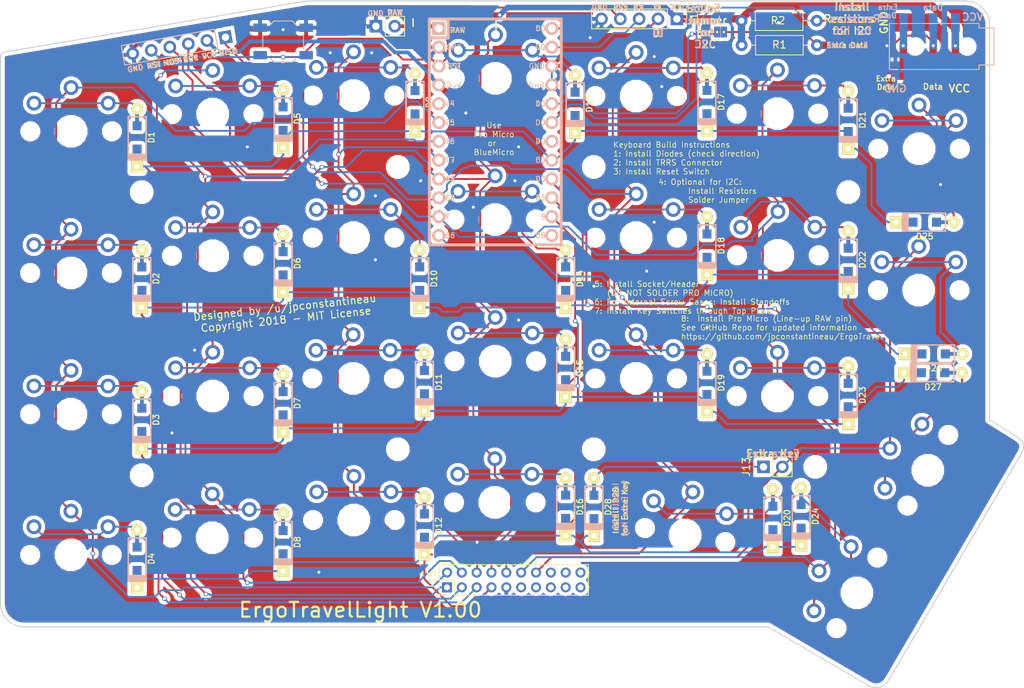
<source format=kicad_pcb>
(kicad_pcb (version 20171130) (host pcbnew "(5.0.0)")
  (layers (0 F.Cu signal hide) (31 B.Cu signal hide) (34 B.Paste user) (35 F.Paste user) (36 B.SilkS user) (37 F.SilkS user) (38 B.Mask user) (39 F.Mask user) (44 Edge.Cuts user))
  (net 0 "")
  (net 1 row0)
  (net 2 "Net-(D1-Pad2)")
  (net 3 row1)
  (net 4 "Net-(D2-Pad2)")
  (net 5 row2)
  (net 6 "Net-(D3-Pad2)")
  (net 7 row3)
  (net 8 "Net-(D4-Pad2)")
  (net 9 "Net-(D5-Pad2)")
  (net 10 "Net-(D6-Pad2)")
  (net 11 "Net-(D7-Pad2)")
  (net 12 "Net-(D8-Pad2)")
  (net 13 "Net-(D9-Pad2)")
  (net 14 "Net-(D10-Pad2)")
  (net 15 "Net-(D11-Pad2)")
  (net 16 "Net-(D12-Pad2)")
  (net 17 "Net-(D13-Pad2)")
  (net 18 "Net-(D14-Pad2)")
  (net 19 "Net-(D15-Pad2)")
  (net 20 "Net-(D16-Pad2)")
  (net 21 "Net-(D17-Pad2)")
  (net 22 "Net-(D18-Pad2)")
  (net 23 "Net-(D19-Pad2)")
  (net 24 "Net-(D20-Pad2)")
  (net 25 "Net-(D21-Pad2)")
  (net 26 "Net-(D22-Pad2)")
  (net 27 "Net-(D23-Pad2)")
  (net 28 "Net-(D24-Pad2)")
  (net 29 "Net-(D25-Pad2)")
  (net 30 "Net-(D26-Pad2)")
  (net 31 "Net-(D27-Pad2)")
  (net 32 VCC)
  (net 33 ws2812di)
  (net 34 GND)
  (net 35 sda)
  (net 36 scl)
  (net 37 col0)
  (net 38 col1)
  (net 39 col2)
  (net 40 col6)
  (net 41 SCK)
  (net 42 MISO)
  (net 43 MOSI)
  (net 44 RESET)
  (net 45 sdaPM)
  (net 46 RX)
  (net 47 "Net-(D28-Pad2)")
  (net 48 /RAW)
  (module footprints:Kailh-PG1350-1u-reversible_NO_LED (layer F.Cu) (at 84.444288 63.943812 180)
    (fp_text reference K1)
    (fp_text value KEYSW hide)
    (pad "" np_thru_hole circle (at 5.5 0) (size 1.7 1.7) (drill 1.7) (layers *.Cu))
    (pad "" np_thru_hole circle (at -5.5 0) (size 1.7 1.7) (drill 1.7) (layers *.Cu))
    (pad 2 thru_hole circle (at -5 3.8 221.9) (size 2 2) (drill 1.2) (layers *.Cu *.Mask) (net 2 "Net-(D1-Pad2)"))
    (pad 1 thru_hole circle (at 0 5.9) (size 2 2) (drill 1.2) (layers *.Cu *.Mask) (net 37 col0))
    (pad "" np_thru_hole circle (at 0 0) (size 3.4 3.4) (drill 3.4) (layers *.Cu))
    (pad 2 thru_hole circle (at 5 3.8 221.9) (size 2 2) (drill 1.2) (layers *.Cu *.Mask) (net 2 "Net-(D1-Pad2)"))
  )
  (module footprints:Kailh-PG1350-1u-reversible_NO_LED (layer F.Cu) (at 103.536582 99.666612 180)
    (fp_text reference K7)
    (fp_text value KEYSW hide)
    (pad 2 thru_hole circle (at 5 3.8 221.9) (size 2 2) (drill 1.2) (layers *.Cu *.Mask) (net 11 "Net-(D7-Pad2)"))
    (pad "" np_thru_hole circle (at 0 0) (size 3.4 3.4) (drill 3.4) (layers *.Cu))
    (pad 1 thru_hole circle (at 0 5.9) (size 2 2) (drill 1.2) (layers *.Cu *.Mask) (net 38 col1))
    (pad 2 thru_hole circle (at -5 3.8 221.9) (size 2 2) (drill 1.2) (layers *.Cu *.Mask) (net 11 "Net-(D7-Pad2)"))
    (pad "" np_thru_hole circle (at -5.5 0) (size 1.7 1.7) (drill 1.7) (layers *.Cu))
    (pad "" np_thru_hole circle (at 5.5 0) (size 1.7 1.7) (drill 1.7) (layers *.Cu))
  )
  (module footprints:Kailh-PG1350-1u-reversible_NO_LED (layer F.Cu) (at 84.424884 102.10767 180)
    (fp_text reference K3)
    (fp_text value KEYSW hide)
    (pad "" np_thru_hole circle (at 5.5 0) (size 1.7 1.7) (drill 1.7) (layers *.Cu))
    (pad "" np_thru_hole circle (at -5.5 0) (size 1.7 1.7) (drill 1.7) (layers *.Cu))
    (pad 2 thru_hole circle (at -5 3.8 221.9) (size 2 2) (drill 1.2) (layers *.Cu *.Mask) (net 6 "Net-(D3-Pad2)"))
    (pad 1 thru_hole circle (at 0 5.9) (size 2 2) (drill 1.2) (layers *.Cu *.Mask) (net 37 col0))
    (pad "" np_thru_hole circle (at 0 0) (size 3.4 3.4) (drill 3.4) (layers *.Cu))
    (pad 2 thru_hole circle (at 5 3.8 221.9) (size 2 2) (drill 1.2) (layers *.Cu *.Mask) (net 6 "Net-(D3-Pad2)"))
  )
  (module footprints:D_SOD123_axial-dual (layer F.Cu) (at 93.345 64.77 90)
    (fp_text reference D1 (at 0 1.925 90) (layer F.SilkS) (effects (font (size 0.8 0.8))))
    (fp_text value D hide)
    (pad 1 smd rect (at -2.7 0 90) (size 2.5 0.5) (layers B.Cu) (net 1 row0))
    (pad 1 smd rect (at -1.575 0 90) (size 1.2 1.2) (layers B.Cu B.Paste B.Mask) (net 1 row0))
    (pad 2 smd rect (at 1.575 0 90) (size 1.2 1.2) (layers B.Cu B.Paste B.Mask) (net 2 "Net-(D1-Pad2)"))
    (pad 2 smd rect (at 2.7 0 90) (size 2.5 0.5) (layers B.Cu) (net 2 "Net-(D1-Pad2)"))
    (pad 2 smd rect (at 1.575 0 90) (size 1.2 1.2) (layers F.Cu F.Paste F.Mask) (net 2 "Net-(D1-Pad2)"))
    (pad 1 smd rect (at -1.575 0 90) (size 1.2 1.2) (layers F.Cu F.Paste F.Mask) (net 1 row0))
    (pad 1 thru_hole rect (at -3.9 0 90) (size 1.6 1.6) (drill 0.7) (layers *.Cu *.Mask F.SilkS) (net 1 row0))
    (pad 2 thru_hole circle (at 3.9 0 90) (size 1.6 1.6) (drill 0.7) (layers *.Cu *.Mask F.SilkS) (net 2 "Net-(D1-Pad2)"))
    (pad 1 smd rect (at -2.7 0 90) (size 2.5 0.5) (layers F.Cu) (net 1 row0))
    (pad 2 smd rect (at 2.7 0 90) (size 2.5 0.5) (layers F.Cu) (net 2 "Net-(D1-Pad2)"))
  )
  (module footprints:D_SOD123_axial-dual (layer F.Cu) (at 93.98 83.82 90)
    (fp_text reference D2 (at 0 1.925 90) (layer F.SilkS) (effects (font (size 0.8 0.8))))
    (fp_text value D hide)
    (pad 1 smd rect (at -2.7 0 90) (size 2.5 0.5) (layers B.Cu) (net 3 row1))
    (pad 1 smd rect (at -1.575 0 90) (size 1.2 1.2) (layers B.Cu B.Paste B.Mask) (net 3 row1))
    (pad 2 smd rect (at 1.575 0 90) (size 1.2 1.2) (layers B.Cu B.Paste B.Mask) (net 4 "Net-(D2-Pad2)"))
    (pad 2 smd rect (at 2.7 0 90) (size 2.5 0.5) (layers B.Cu) (net 4 "Net-(D2-Pad2)"))
    (pad 2 smd rect (at 1.575 0 90) (size 1.2 1.2) (layers F.Cu F.Paste F.Mask) (net 4 "Net-(D2-Pad2)"))
    (pad 1 smd rect (at -1.575 0 90) (size 1.2 1.2) (layers F.Cu F.Paste F.Mask) (net 3 row1))
    (pad 1 thru_hole rect (at -3.9 0 90) (size 1.6 1.6) (drill 0.7) (layers *.Cu *.Mask F.SilkS) (net 3 row1))
    (pad 2 thru_hole circle (at 3.9 0 90) (size 1.6 1.6) (drill 0.7) (layers *.Cu *.Mask F.SilkS) (net 4 "Net-(D2-Pad2)"))
    (pad 1 smd rect (at -2.7 0 90) (size 2.5 0.5) (layers F.Cu) (net 3 row1))
    (pad 2 smd rect (at 2.7 0 90) (size 2.5 0.5) (layers F.Cu) (net 4 "Net-(D2-Pad2)"))
  )
  (module footprints:D_SOD123_axial-dual (layer F.Cu) (at 93.98 102.87 90)
    (fp_text reference D3 (at 0 1.925 90) (layer F.SilkS) (effects (font (size 0.8 0.8))))
    (fp_text value D hide)
    (pad 1 smd rect (at -2.7 0 90) (size 2.5 0.5) (layers B.Cu) (net 5 row2))
    (pad 1 smd rect (at -1.575 0 90) (size 1.2 1.2) (layers B.Cu B.Paste B.Mask) (net 5 row2))
    (pad 2 smd rect (at 1.575 0 90) (size 1.2 1.2) (layers B.Cu B.Paste B.Mask) (net 6 "Net-(D3-Pad2)"))
    (pad 2 smd rect (at 2.7 0 90) (size 2.5 0.5) (layers B.Cu) (net 6 "Net-(D3-Pad2)"))
    (pad 2 smd rect (at 1.575 0 90) (size 1.2 1.2) (layers F.Cu F.Paste F.Mask) (net 6 "Net-(D3-Pad2)"))
    (pad 1 smd rect (at -1.575 0 90) (size 1.2 1.2) (layers F.Cu F.Paste F.Mask) (net 5 row2))
    (pad 1 thru_hole rect (at -3.9 0 90) (size 1.6 1.6) (drill 0.7) (layers *.Cu *.Mask F.SilkS) (net 5 row2))
    (pad 2 thru_hole circle (at 3.9 0 90) (size 1.6 1.6) (drill 0.7) (layers *.Cu *.Mask F.SilkS) (net 6 "Net-(D3-Pad2)"))
    (pad 1 smd rect (at -2.7 0 90) (size 2.5 0.5) (layers F.Cu) (net 5 row2))
    (pad 2 smd rect (at 2.7 0 90) (size 2.5 0.5) (layers F.Cu) (net 6 "Net-(D3-Pad2)"))
  )
  (module footprints:D_SOD123_axial-dual (layer F.Cu) (at 93.345 121.615 90)
    (fp_text reference D4 (at 0 1.925 90) (layer F.SilkS) (effects (font (size 0.8 0.8))))
    (fp_text value D hide)
    (pad 1 smd rect (at -2.7 0 90) (size 2.5 0.5) (layers B.Cu) (net 7 row3))
    (pad 1 smd rect (at -1.575 0 90) (size 1.2 1.2) (layers B.Cu B.Paste B.Mask) (net 7 row3))
    (pad 2 smd rect (at 1.575 0 90) (size 1.2 1.2) (layers B.Cu B.Paste B.Mask) (net 8 "Net-(D4-Pad2)"))
    (pad 2 smd rect (at 2.7 0 90) (size 2.5 0.5) (layers B.Cu) (net 8 "Net-(D4-Pad2)"))
    (pad 2 smd rect (at 1.575 0 90) (size 1.2 1.2) (layers F.Cu F.Paste F.Mask) (net 8 "Net-(D4-Pad2)"))
    (pad 1 smd rect (at -1.575 0 90) (size 1.2 1.2) (layers F.Cu F.Paste F.Mask) (net 7 row3))
    (pad 1 thru_hole rect (at -3.9 0 90) (size 1.6 1.6) (drill 0.7) (layers *.Cu *.Mask F.SilkS) (net 7 row3))
    (pad 2 thru_hole circle (at 3.9 0 90) (size 1.6 1.6) (drill 0.7) (layers *.Cu *.Mask F.SilkS) (net 8 "Net-(D4-Pad2)"))
    (pad 1 smd rect (at -2.7 0 90) (size 2.5 0.5) (layers F.Cu) (net 7 row3))
    (pad 2 smd rect (at 2.7 0 90) (size 2.5 0.5) (layers F.Cu) (net 8 "Net-(D4-Pad2)"))
  )
  (module footprints:D_SOD123_axial-dual (layer F.Cu) (at 113.03 62.23 90)
    (fp_text reference D5 (at 0 1.925 90) (layer F.SilkS) (effects (font (size 0.8 0.8))))
    (fp_text value D hide)
    (pad 1 smd rect (at -2.7 0 90) (size 2.5 0.5) (layers B.Cu) (net 1 row0))
    (pad 1 smd rect (at -1.575 0 90) (size 1.2 1.2) (layers B.Cu B.Paste B.Mask) (net 1 row0))
    (pad 2 smd rect (at 1.575 0 90) (size 1.2 1.2) (layers B.Cu B.Paste B.Mask) (net 9 "Net-(D5-Pad2)"))
    (pad 2 smd rect (at 2.7 0 90) (size 2.5 0.5) (layers B.Cu) (net 9 "Net-(D5-Pad2)"))
    (pad 2 smd rect (at 1.575 0 90) (size 1.2 1.2) (layers F.Cu F.Paste F.Mask) (net 9 "Net-(D5-Pad2)"))
    (pad 1 smd rect (at -1.575 0 90) (size 1.2 1.2) (layers F.Cu F.Paste F.Mask) (net 1 row0))
    (pad 1 thru_hole rect (at -3.9 0 90) (size 1.6 1.6) (drill 0.7) (layers *.Cu *.Mask F.SilkS) (net 1 row0))
    (pad 2 thru_hole circle (at 3.9 0 90) (size 1.6 1.6) (drill 0.7) (layers *.Cu *.Mask F.SilkS) (net 9 "Net-(D5-Pad2)"))
    (pad 1 smd rect (at -2.7 0 90) (size 2.5 0.5) (layers F.Cu) (net 1 row0))
    (pad 2 smd rect (at 2.7 0 90) (size 2.5 0.5) (layers F.Cu) (net 9 "Net-(D5-Pad2)"))
  )
  (module footprints:D_SOD123_axial-dual (layer F.Cu) (at 113.03 81.755 90)
    (fp_text reference D6 (at 0 1.925 90) (layer F.SilkS) (effects (font (size 0.8 0.8))))
    (fp_text value D hide)
    (pad 1 smd rect (at -2.7 0 90) (size 2.5 0.5) (layers B.Cu) (net 3 row1))
    (pad 1 smd rect (at -1.575 0 90) (size 1.2 1.2) (layers B.Cu B.Paste B.Mask) (net 3 row1))
    (pad 2 smd rect (at 1.575 0 90) (size 1.2 1.2) (layers B.Cu B.Paste B.Mask) (net 10 "Net-(D6-Pad2)"))
    (pad 2 smd rect (at 2.7 0 90) (size 2.5 0.5) (layers B.Cu) (net 10 "Net-(D6-Pad2)"))
    (pad 2 smd rect (at 1.575 0 90) (size 1.2 1.2) (layers F.Cu F.Paste F.Mask) (net 10 "Net-(D6-Pad2)"))
    (pad 1 smd rect (at -1.575 0 90) (size 1.2 1.2) (layers F.Cu F.Paste F.Mask) (net 3 row1))
    (pad 1 thru_hole rect (at -3.9 0 90) (size 1.6 1.6) (drill 0.7) (layers *.Cu *.Mask F.SilkS) (net 3 row1))
    (pad 2 thru_hole circle (at 3.9 0 90) (size 1.6 1.6) (drill 0.7) (layers *.Cu *.Mask F.SilkS) (net 10 "Net-(D6-Pad2)"))
    (pad 1 smd rect (at -2.7 0 90) (size 2.5 0.5) (layers F.Cu) (net 3 row1))
    (pad 2 smd rect (at 2.7 0 90) (size 2.5 0.5) (layers F.Cu) (net 10 "Net-(D6-Pad2)"))
  )
  (module footprints:D_SOD123_axial-dual (layer F.Cu) (at 113.03 100.635 90)
    (fp_text reference D7 (at 0 1.925 90) (layer F.SilkS) (effects (font (size 0.8 0.8))))
    (fp_text value D hide)
    (pad 1 smd rect (at -2.7 0 90) (size 2.5 0.5) (layers B.Cu) (net 5 row2))
    (pad 1 smd rect (at -1.575 0 90) (size 1.2 1.2) (layers B.Cu B.Paste B.Mask) (net 5 row2))
    (pad 2 smd rect (at 1.575 0 90) (size 1.2 1.2) (layers B.Cu B.Paste B.Mask) (net 11 "Net-(D7-Pad2)"))
    (pad 2 smd rect (at 2.7 0 90) (size 2.5 0.5) (layers B.Cu) (net 11 "Net-(D7-Pad2)"))
    (pad 2 smd rect (at 1.575 0 90) (size 1.2 1.2) (layers F.Cu F.Paste F.Mask) (net 11 "Net-(D7-Pad2)"))
    (pad 1 smd rect (at -1.575 0 90) (size 1.2 1.2) (layers F.Cu F.Paste F.Mask) (net 5 row2))
    (pad 1 thru_hole rect (at -3.9 0 90) (size 1.6 1.6) (drill 0.7) (layers *.Cu *.Mask F.SilkS) (net 5 row2))
    (pad 2 thru_hole circle (at 3.9 0 90) (size 1.6 1.6) (drill 0.7) (layers *.Cu *.Mask F.SilkS) (net 11 "Net-(D7-Pad2)"))
    (pad 1 smd rect (at -2.7 0 90) (size 2.5 0.5) (layers F.Cu) (net 5 row2))
    (pad 2 smd rect (at 2.7 0 90) (size 2.5 0.5) (layers F.Cu) (net 11 "Net-(D7-Pad2)"))
  )
  (module footprints:D_SOD123_axial-dual (layer F.Cu) (at 113.03 119.38 90)
    (fp_text reference D8 (at 0 1.925 90) (layer F.SilkS) (effects (font (size 0.8 0.8))))
    (fp_text value D hide)
    (pad 1 smd rect (at -2.7 0 90) (size 2.5 0.5) (layers B.Cu) (net 7 row3))
    (pad 1 smd rect (at -1.575 0 90) (size 1.2 1.2) (layers B.Cu B.Paste B.Mask) (net 7 row3))
    (pad 2 smd rect (at 1.575 0 90) (size 1.2 1.2) (layers B.Cu B.Paste B.Mask) (net 12 "Net-(D8-Pad2)"))
    (pad 2 smd rect (at 2.7 0 90) (size 2.5 0.5) (layers B.Cu) (net 12 "Net-(D8-Pad2)"))
    (pad 2 smd rect (at 1.575 0 90) (size 1.2 1.2) (layers F.Cu F.Paste F.Mask) (net 12 "Net-(D8-Pad2)"))
    (pad 1 smd rect (at -1.575 0 90) (size 1.2 1.2) (layers F.Cu F.Paste F.Mask) (net 7 row3))
    (pad 1 thru_hole rect (at -3.9 0 90) (size 1.6 1.6) (drill 0.7) (layers *.Cu *.Mask F.SilkS) (net 7 row3))
    (pad 2 thru_hole circle (at 3.9 0 90) (size 1.6 1.6) (drill 0.7) (layers *.Cu *.Mask F.SilkS) (net 12 "Net-(D8-Pad2)"))
    (pad 1 smd rect (at -2.7 0 90) (size 2.5 0.5) (layers F.Cu) (net 7 row3))
    (pad 2 smd rect (at 2.7 0 90) (size 2.5 0.5) (layers F.Cu) (net 12 "Net-(D8-Pad2)"))
  )
  (module footprints:D_SOD123_axial-dual (layer F.Cu) (at 130.81 60.02 90)
    (fp_text reference D9 (at 0 1.925 90) (layer F.SilkS) (effects (font (size 0.8 0.8))))
    (fp_text value D hide)
    (pad 1 smd rect (at -2.7 0 90) (size 2.5 0.5) (layers B.Cu) (net 1 row0))
    (pad 1 smd rect (at -1.575 0 90) (size 1.2 1.2) (layers B.Cu B.Paste B.Mask) (net 1 row0))
    (pad 2 smd rect (at 1.575 0 90) (size 1.2 1.2) (layers B.Cu B.Paste B.Mask) (net 13 "Net-(D9-Pad2)"))
    (pad 2 smd rect (at 2.7 0 90) (size 2.5 0.5) (layers B.Cu) (net 13 "Net-(D9-Pad2)"))
    (pad 2 smd rect (at 1.575 0 90) (size 1.2 1.2) (layers F.Cu F.Paste F.Mask) (net 13 "Net-(D9-Pad2)"))
    (pad 1 smd rect (at -1.575 0 90) (size 1.2 1.2) (layers F.Cu F.Paste F.Mask) (net 1 row0))
    (pad 1 thru_hole rect (at -3.9 0 90) (size 1.6 1.6) (drill 0.7) (layers *.Cu *.Mask F.SilkS) (net 1 row0))
    (pad 2 thru_hole circle (at 3.9 0 90) (size 1.6 1.6) (drill 0.7) (layers *.Cu *.Mask F.SilkS) (net 13 "Net-(D9-Pad2)"))
    (pad 1 smd rect (at -2.7 0 90) (size 2.5 0.5) (layers F.Cu) (net 1 row0))
    (pad 2 smd rect (at 2.7 0 90) (size 2.5 0.5) (layers F.Cu) (net 13 "Net-(D9-Pad2)"))
  )
  (module footprints:D_SOD123_axial-dual (layer F.Cu) (at 131.445 83.82 90)
    (fp_text reference D10 (at 0 1.925 90) (layer F.SilkS) (effects (font (size 0.8 0.8))))
    (fp_text value D hide)
    (pad 1 smd rect (at -2.7 0 90) (size 2.5 0.5) (layers B.Cu) (net 3 row1))
    (pad 1 smd rect (at -1.575 0 90) (size 1.2 1.2) (layers B.Cu B.Paste B.Mask) (net 3 row1))
    (pad 2 smd rect (at 1.575 0 90) (size 1.2 1.2) (layers B.Cu B.Paste B.Mask) (net 14 "Net-(D10-Pad2)"))
    (pad 2 smd rect (at 2.7 0 90) (size 2.5 0.5) (layers B.Cu) (net 14 "Net-(D10-Pad2)"))
    (pad 2 smd rect (at 1.575 0 90) (size 1.2 1.2) (layers F.Cu F.Paste F.Mask) (net 14 "Net-(D10-Pad2)"))
    (pad 1 smd rect (at -1.575 0 90) (size 1.2 1.2) (layers F.Cu F.Paste F.Mask) (net 3 row1))
    (pad 1 thru_hole rect (at -3.9 0 90) (size 1.6 1.6) (drill 0.7) (layers *.Cu *.Mask F.SilkS) (net 3 row1))
    (pad 2 thru_hole circle (at 3.9 0 90) (size 1.6 1.6) (drill 0.7) (layers *.Cu *.Mask F.SilkS) (net 14 "Net-(D10-Pad2)"))
    (pad 1 smd rect (at -2.7 0 90) (size 2.5 0.5) (layers F.Cu) (net 3 row1))
    (pad 2 smd rect (at 2.7 0 90) (size 2.5 0.5) (layers F.Cu) (net 14 "Net-(D10-Pad2)"))
  )
  (module footprints:D_SOD123_axial-dual (layer F.Cu) (at 132.08 97.79 90)
    (fp_text reference D11 (at 0 1.925 90) (layer F.SilkS) (effects (font (size 0.8 0.8))))
    (fp_text value D hide)
    (pad 1 smd rect (at -2.7 0 90) (size 2.5 0.5) (layers B.Cu) (net 5 row2))
    (pad 1 smd rect (at -1.575 0 90) (size 1.2 1.2) (layers B.Cu B.Paste B.Mask) (net 5 row2))
    (pad 2 smd rect (at 1.575 0 90) (size 1.2 1.2) (layers B.Cu B.Paste B.Mask) (net 15 "Net-(D11-Pad2)"))
    (pad 2 smd rect (at 2.7 0 90) (size 2.5 0.5) (layers B.Cu) (net 15 "Net-(D11-Pad2)"))
    (pad 2 smd rect (at 1.575 0 90) (size 1.2 1.2) (layers F.Cu F.Paste F.Mask) (net 15 "Net-(D11-Pad2)"))
    (pad 1 smd rect (at -1.575 0 90) (size 1.2 1.2) (layers F.Cu F.Paste F.Mask) (net 5 row2))
    (pad 1 thru_hole rect (at -3.9 0 90) (size 1.6 1.6) (drill 0.7) (layers *.Cu *.Mask F.SilkS) (net 5 row2))
    (pad 2 thru_hole circle (at 3.9 0 90) (size 1.6 1.6) (drill 0.7) (layers *.Cu *.Mask F.SilkS) (net 15 "Net-(D11-Pad2)"))
    (pad 1 smd rect (at -2.7 0 90) (size 2.5 0.5) (layers F.Cu) (net 5 row2))
    (pad 2 smd rect (at 2.7 0 90) (size 2.5 0.5) (layers F.Cu) (net 15 "Net-(D11-Pad2)"))
  )
  (module footprints:D_SOD123_axial-dual (layer F.Cu) (at 132.08 117.145 90)
    (fp_text reference D12 (at 0 1.925 90) (layer F.SilkS) (effects (font (size 0.8 0.8))))
    (fp_text value D hide)
    (pad 1 smd rect (at -2.7 0 90) (size 2.5 0.5) (layers B.Cu) (net 7 row3))
    (pad 1 smd rect (at -1.575 0 90) (size 1.2 1.2) (layers B.Cu B.Paste B.Mask) (net 7 row3))
    (pad 2 smd rect (at 1.575 0 90) (size 1.2 1.2) (layers B.Cu B.Paste B.Mask) (net 16 "Net-(D12-Pad2)"))
    (pad 2 smd rect (at 2.7 0 90) (size 2.5 0.5) (layers B.Cu) (net 16 "Net-(D12-Pad2)"))
    (pad 2 smd rect (at 1.575 0 90) (size 1.2 1.2) (layers F.Cu F.Paste F.Mask) (net 16 "Net-(D12-Pad2)"))
    (pad 1 smd rect (at -1.575 0 90) (size 1.2 1.2) (layers F.Cu F.Paste F.Mask) (net 7 row3))
    (pad 1 thru_hole rect (at -3.9 0 90) (size 1.6 1.6) (drill 0.7) (layers *.Cu *.Mask F.SilkS) (net 7 row3))
    (pad 2 thru_hole circle (at 3.9 0 90) (size 1.6 1.6) (drill 0.7) (layers *.Cu *.Mask F.SilkS) (net 16 "Net-(D12-Pad2)"))
    (pad 1 smd rect (at -2.7 0 90) (size 2.5 0.5) (layers F.Cu) (net 7 row3))
    (pad 2 smd rect (at 2.7 0 90) (size 2.5 0.5) (layers F.Cu) (net 16 "Net-(D12-Pad2)"))
  )
  (module footprints:D_SOD123_axial-dual (layer F.Cu) (at 152.4 60.235 90)
    (fp_text reference D13 (at 0 1.925 90) (layer F.SilkS) (effects (font (size 0.8 0.8))))
    (fp_text value D hide)
    (pad 1 smd rect (at -2.7 0 90) (size 2.5 0.5) (layers B.Cu) (net 1 row0))
    (pad 1 smd rect (at -1.575 0 90) (size 1.2 1.2) (layers B.Cu B.Paste B.Mask) (net 1 row0))
    (pad 2 smd rect (at 1.575 0 90) (size 1.2 1.2) (layers B.Cu B.Paste B.Mask) (net 17 "Net-(D13-Pad2)"))
    (pad 2 smd rect (at 2.7 0 90) (size 2.5 0.5) (layers B.Cu) (net 17 "Net-(D13-Pad2)"))
    (pad 2 smd rect (at 1.575 0 90) (size 1.2 1.2) (layers F.Cu F.Paste F.Mask) (net 17 "Net-(D13-Pad2)"))
    (pad 1 smd rect (at -1.575 0 90) (size 1.2 1.2) (layers F.Cu F.Paste F.Mask) (net 1 row0))
    (pad 1 thru_hole rect (at -3.9 0 90) (size 1.6 1.6) (drill 0.7) (layers *.Cu *.Mask F.SilkS) (net 1 row0))
    (pad 2 thru_hole circle (at 3.9 0 90) (size 1.6 1.6) (drill 0.7) (layers *.Cu *.Mask F.SilkS) (net 17 "Net-(D13-Pad2)"))
    (pad 1 smd rect (at -2.7 0 90) (size 2.5 0.5) (layers F.Cu) (net 1 row0))
    (pad 2 smd rect (at 2.7 0 90) (size 2.5 0.5) (layers F.Cu) (net 17 "Net-(D13-Pad2)"))
  )
  (module footprints:D_SOD123_axial-dual (layer F.Cu) (at 151.13 83.82 90)
    (fp_text reference D14 (at 0 1.925 90) (layer F.SilkS) (effects (font (size 0.8 0.8))))
    (fp_text value D hide)
    (pad 1 smd rect (at -2.7 0 90) (size 2.5 0.5) (layers B.Cu) (net 3 row1))
    (pad 1 smd rect (at -1.575 0 90) (size 1.2 1.2) (layers B.Cu B.Paste B.Mask) (net 3 row1))
    (pad 2 smd rect (at 1.575 0 90) (size 1.2 1.2) (layers B.Cu B.Paste B.Mask) (net 18 "Net-(D14-Pad2)"))
    (pad 2 smd rect (at 2.7 0 90) (size 2.5 0.5) (layers B.Cu) (net 18 "Net-(D14-Pad2)"))
    (pad 2 smd rect (at 1.575 0 90) (size 1.2 1.2) (layers F.Cu F.Paste F.Mask) (net 18 "Net-(D14-Pad2)"))
    (pad 1 smd rect (at -1.575 0 90) (size 1.2 1.2) (layers F.Cu F.Paste F.Mask) (net 3 row1))
    (pad 1 thru_hole rect (at -3.9 0 90) (size 1.6 1.6) (drill 0.7) (layers *.Cu *.Mask F.SilkS) (net 3 row1))
    (pad 2 thru_hole circle (at 3.9 0 90) (size 1.6 1.6) (drill 0.7) (layers *.Cu *.Mask F.SilkS) (net 18 "Net-(D14-Pad2)"))
    (pad 1 smd rect (at -2.7 0 90) (size 2.5 0.5) (layers F.Cu) (net 3 row1))
    (pad 2 smd rect (at 2.7 0 90) (size 2.5 0.5) (layers F.Cu) (net 18 "Net-(D14-Pad2)"))
  )
  (module footprints:D_SOD123_axial-dual (layer F.Cu) (at 151.13 95.885 90)
    (fp_text reference D15 (at 0 1.925 90) (layer F.SilkS) (effects (font (size 0.8 0.8))))
    (fp_text value D hide)
    (pad 1 smd rect (at -2.7 0 90) (size 2.5 0.5) (layers B.Cu) (net 5 row2))
    (pad 1 smd rect (at -1.575 0 90) (size 1.2 1.2) (layers B.Cu B.Paste B.Mask) (net 5 row2))
    (pad 2 smd rect (at 1.575 0 90) (size 1.2 1.2) (layers B.Cu B.Paste B.Mask) (net 19 "Net-(D15-Pad2)"))
    (pad 2 smd rect (at 2.7 0 90) (size 2.5 0.5) (layers B.Cu) (net 19 "Net-(D15-Pad2)"))
    (pad 2 smd rect (at 1.575 0 90) (size 1.2 1.2) (layers F.Cu F.Paste F.Mask) (net 19 "Net-(D15-Pad2)"))
    (pad 1 smd rect (at -1.575 0 90) (size 1.2 1.2) (layers F.Cu F.Paste F.Mask) (net 5 row2))
    (pad 1 thru_hole rect (at -3.9 0 90) (size 1.6 1.6) (drill 0.7) (layers *.Cu *.Mask F.SilkS) (net 5 row2))
    (pad 2 thru_hole circle (at 3.9 0 90) (size 1.6 1.6) (drill 0.7) (layers *.Cu *.Mask F.SilkS) (net 19 "Net-(D15-Pad2)"))
    (pad 1 smd rect (at -2.7 0 90) (size 2.5 0.5) (layers F.Cu) (net 5 row2))
    (pad 2 smd rect (at 2.7 0 90) (size 2.5 0.5) (layers F.Cu) (net 19 "Net-(D15-Pad2)"))
  )
  (module footprints:D_SOD123_axial-dual (layer F.Cu) (at 151.13 114.605 90)
    (fp_text reference D16 (at 0 1.925 90) (layer F.SilkS) (effects (font (size 0.8 0.8))))
    (fp_text value D hide)
    (pad 1 smd rect (at -2.7 0 90) (size 2.5 0.5) (layers B.Cu) (net 7 row3))
    (pad 1 smd rect (at -1.575 0 90) (size 1.2 1.2) (layers B.Cu B.Paste B.Mask) (net 7 row3))
    (pad 2 smd rect (at 1.575 0 90) (size 1.2 1.2) (layers B.Cu B.Paste B.Mask) (net 20 "Net-(D16-Pad2)"))
    (pad 2 smd rect (at 2.7 0 90) (size 2.5 0.5) (layers B.Cu) (net 20 "Net-(D16-Pad2)"))
    (pad 2 smd rect (at 1.575 0 90) (size 1.2 1.2) (layers F.Cu F.Paste F.Mask) (net 20 "Net-(D16-Pad2)"))
    (pad 1 smd rect (at -1.575 0 90) (size 1.2 1.2) (layers F.Cu F.Paste F.Mask) (net 7 row3))
    (pad 1 thru_hole rect (at -3.9 0 90) (size 1.6 1.6) (drill 0.7) (layers *.Cu *.Mask F.SilkS) (net 7 row3))
    (pad 2 thru_hole circle (at 3.9 0 90) (size 1.6 1.6) (drill 0.7) (layers *.Cu *.Mask F.SilkS) (net 20 "Net-(D16-Pad2)"))
    (pad 1 smd rect (at -2.7 0 90) (size 2.5 0.5) (layers F.Cu) (net 7 row3))
    (pad 2 smd rect (at 2.7 0 90) (size 2.5 0.5) (layers F.Cu) (net 20 "Net-(D16-Pad2)"))
  )
  (module footprints:D_SOD123_axial-dual (layer F.Cu) (at 170.18 59.995 90)
    (fp_text reference D17 (at 0 1.925 90) (layer F.SilkS) (effects (font (size 0.8 0.8))))
    (fp_text value D hide)
    (pad 1 smd rect (at -2.7 0 90) (size 2.5 0.5) (layers B.Cu) (net 1 row0))
    (pad 1 smd rect (at -1.575 0 90) (size 1.2 1.2) (layers B.Cu B.Paste B.Mask) (net 1 row0))
    (pad 2 smd rect (at 1.575 0 90) (size 1.2 1.2) (layers B.Cu B.Paste B.Mask) (net 21 "Net-(D17-Pad2)"))
    (pad 2 smd rect (at 2.7 0 90) (size 2.5 0.5) (layers B.Cu) (net 21 "Net-(D17-Pad2)"))
    (pad 2 smd rect (at 1.575 0 90) (size 1.2 1.2) (layers F.Cu F.Paste F.Mask) (net 21 "Net-(D17-Pad2)"))
    (pad 1 smd rect (at -1.575 0 90) (size 1.2 1.2) (layers F.Cu F.Paste F.Mask) (net 1 row0))
    (pad 1 thru_hole rect (at -3.9 0 90) (size 1.6 1.6) (drill 0.7) (layers *.Cu *.Mask F.SilkS) (net 1 row0))
    (pad 2 thru_hole circle (at 3.9 0 90) (size 1.6 1.6) (drill 0.7) (layers *.Cu *.Mask F.SilkS) (net 21 "Net-(D17-Pad2)"))
    (pad 1 smd rect (at -2.7 0 90) (size 2.5 0.5) (layers F.Cu) (net 1 row0))
    (pad 2 smd rect (at 2.7 0 90) (size 2.5 0.5) (layers F.Cu) (net 21 "Net-(D17-Pad2)"))
  )
  (module footprints:D_SOD123_axial-dual (layer F.Cu) (at 170.18 79.375 90)
    (fp_text reference D18 (at 0 1.925 90) (layer F.SilkS) (effects (font (size 0.8 0.8))))
    (fp_text value D hide)
    (pad 1 smd rect (at -2.7 0 90) (size 2.5 0.5) (layers B.Cu) (net 3 row1))
    (pad 1 smd rect (at -1.575 0 90) (size 1.2 1.2) (layers B.Cu B.Paste B.Mask) (net 3 row1))
    (pad 2 smd rect (at 1.575 0 90) (size 1.2 1.2) (layers B.Cu B.Paste B.Mask) (net 22 "Net-(D18-Pad2)"))
    (pad 2 smd rect (at 2.7 0 90) (size 2.5 0.5) (layers B.Cu) (net 22 "Net-(D18-Pad2)"))
    (pad 2 smd rect (at 1.575 0 90) (size 1.2 1.2) (layers F.Cu F.Paste F.Mask) (net 22 "Net-(D18-Pad2)"))
    (pad 1 smd rect (at -1.575 0 90) (size 1.2 1.2) (layers F.Cu F.Paste F.Mask) (net 3 row1))
    (pad 1 thru_hole rect (at -3.9 0 90) (size 1.6 1.6) (drill 0.7) (layers *.Cu *.Mask F.SilkS) (net 3 row1))
    (pad 2 thru_hole circle (at 3.9 0 90) (size 1.6 1.6) (drill 0.7) (layers *.Cu *.Mask F.SilkS) (net 22 "Net-(D18-Pad2)"))
    (pad 1 smd rect (at -2.7 0 90) (size 2.5 0.5) (layers F.Cu) (net 3 row1))
    (pad 2 smd rect (at 2.7 0 90) (size 2.5 0.5) (layers F.Cu) (net 22 "Net-(D18-Pad2)"))
  )
  (module footprints:D_SOD123_axial-dual (layer F.Cu) (at 170.18 97.88 90)
    (fp_text reference D19 (at 0 1.925 90) (layer F.SilkS) (effects (font (size 0.8 0.8))))
    (fp_text value D hide)
    (pad 1 smd rect (at -2.7 0 90) (size 2.5 0.5) (layers B.Cu) (net 5 row2))
    (pad 1 smd rect (at -1.575 0 90) (size 1.2 1.2) (layers B.Cu B.Paste B.Mask) (net 5 row2))
    (pad 2 smd rect (at 1.575 0 90) (size 1.2 1.2) (layers B.Cu B.Paste B.Mask) (net 23 "Net-(D19-Pad2)"))
    (pad 2 smd rect (at 2.7 0 90) (size 2.5 0.5) (layers B.Cu) (net 23 "Net-(D19-Pad2)"))
    (pad 2 smd rect (at 1.575 0 90) (size 1.2 1.2) (layers F.Cu F.Paste F.Mask) (net 23 "Net-(D19-Pad2)"))
    (pad 1 smd rect (at -1.575 0 90) (size 1.2 1.2) (layers F.Cu F.Paste F.Mask) (net 5 row2))
    (pad 1 thru_hole rect (at -3.9 0 90) (size 1.6 1.6) (drill 0.7) (layers *.Cu *.Mask F.SilkS) (net 5 row2))
    (pad 2 thru_hole circle (at 3.9 0 90) (size 1.6 1.6) (drill 0.7) (layers *.Cu *.Mask F.SilkS) (net 23 "Net-(D19-Pad2)"))
    (pad 1 smd rect (at -2.7 0 90) (size 2.5 0.5) (layers F.Cu) (net 5 row2))
    (pad 2 smd rect (at 2.7 0 90) (size 2.5 0.5) (layers F.Cu) (net 23 "Net-(D19-Pad2)"))
  )
  (module footprints:D_SOD123_axial-dual (layer F.Cu) (at 179.07 116.115 90)
    (fp_text reference D20 (at 0 1.925 90) (layer F.SilkS) (effects (font (size 0.8 0.8))))
    (fp_text value D hide)
    (pad 1 smd rect (at -2.7 0 90) (size 2.5 0.5) (layers B.Cu) (net 7 row3))
    (pad 1 smd rect (at -1.575 0 90) (size 1.2 1.2) (layers B.Cu B.Paste B.Mask) (net 7 row3))
    (pad 2 smd rect (at 1.575 0 90) (size 1.2 1.2) (layers B.Cu B.Paste B.Mask) (net 24 "Net-(D20-Pad2)"))
    (pad 2 smd rect (at 2.7 0 90) (size 2.5 0.5) (layers B.Cu) (net 24 "Net-(D20-Pad2)"))
    (pad 2 smd rect (at 1.575 0 90) (size 1.2 1.2) (layers F.Cu F.Paste F.Mask) (net 24 "Net-(D20-Pad2)"))
    (pad 1 smd rect (at -1.575 0 90) (size 1.2 1.2) (layers F.Cu F.Paste F.Mask) (net 7 row3))
    (pad 1 thru_hole rect (at -3.9 0 90) (size 1.6 1.6) (drill 0.7) (layers *.Cu *.Mask F.SilkS) (net 7 row3))
    (pad 2 thru_hole circle (at 3.9 0 90) (size 1.6 1.6) (drill 0.7) (layers *.Cu *.Mask F.SilkS) (net 24 "Net-(D20-Pad2)"))
    (pad 1 smd rect (at -2.7 0 90) (size 2.5 0.5) (layers F.Cu) (net 7 row3))
    (pad 2 smd rect (at 2.7 0 90) (size 2.5 0.5) (layers F.Cu) (net 24 "Net-(D20-Pad2)"))
  )
  (module footprints:D_SOD123_axial-dual (layer F.Cu) (at 189.23 62.39 90)
    (fp_text reference D21 (at 0 1.925 90) (layer F.SilkS) (effects (font (size 0.8 0.8))))
    (fp_text value D hide)
    (pad 1 smd rect (at -2.7 0 90) (size 2.5 0.5) (layers B.Cu) (net 1 row0))
    (pad 1 smd rect (at -1.575 0 90) (size 1.2 1.2) (layers B.Cu B.Paste B.Mask) (net 1 row0))
    (pad 2 smd rect (at 1.575 0 90) (size 1.2 1.2) (layers B.Cu B.Paste B.Mask) (net 25 "Net-(D21-Pad2)"))
    (pad 2 smd rect (at 2.7 0 90) (size 2.5 0.5) (layers B.Cu) (net 25 "Net-(D21-Pad2)"))
    (pad 2 smd rect (at 1.575 0 90) (size 1.2 1.2) (layers F.Cu F.Paste F.Mask) (net 25 "Net-(D21-Pad2)"))
    (pad 1 smd rect (at -1.575 0 90) (size 1.2 1.2) (layers F.Cu F.Paste F.Mask) (net 1 row0))
    (pad 1 thru_hole rect (at -3.9 0 90) (size 1.6 1.6) (drill 0.7) (layers *.Cu *.Mask F.SilkS) (net 1 row0))
    (pad 2 thru_hole circle (at 3.9 0 90) (size 1.6 1.6) (drill 0.7) (layers *.Cu *.Mask F.SilkS) (net 25 "Net-(D21-Pad2)"))
    (pad 1 smd rect (at -2.7 0 90) (size 2.5 0.5) (layers F.Cu) (net 1 row0))
    (pad 2 smd rect (at 2.7 0 90) (size 2.5 0.5) (layers F.Cu) (net 25 "Net-(D21-Pad2)"))
  )
  (module footprints:D_SOD123_axial-dual (layer F.Cu) (at 189.23 81.28 90)
    (fp_text reference D22 (at 0 1.925 90) (layer F.SilkS) (effects (font (size 0.8 0.8))))
    (fp_text value D hide)
    (pad 1 smd rect (at -2.7 0 90) (size 2.5 0.5) (layers B.Cu) (net 3 row1))
    (pad 1 smd rect (at -1.575 0 90) (size 1.2 1.2) (layers B.Cu B.Paste B.Mask) (net 3 row1))
    (pad 2 smd rect (at 1.575 0 90) (size 1.2 1.2) (layers B.Cu B.Paste B.Mask) (net 26 "Net-(D22-Pad2)"))
    (pad 2 smd rect (at 2.7 0 90) (size 2.5 0.5) (layers B.Cu) (net 26 "Net-(D22-Pad2)"))
    (pad 2 smd rect (at 1.575 0 90) (size 1.2 1.2) (layers F.Cu F.Paste F.Mask) (net 26 "Net-(D22-Pad2)"))
    (pad 1 smd rect (at -1.575 0 90) (size 1.2 1.2) (layers F.Cu F.Paste F.Mask) (net 3 row1))
    (pad 1 thru_hole rect (at -3.9 0 90) (size 1.6 1.6) (drill 0.7) (layers *.Cu *.Mask F.SilkS) (net 3 row1))
    (pad 2 thru_hole circle (at 3.9 0 90) (size 1.6 1.6) (drill 0.7) (layers *.Cu *.Mask F.SilkS) (net 26 "Net-(D22-Pad2)"))
    (pad 1 smd rect (at -2.7 0 90) (size 2.5 0.5) (layers F.Cu) (net 3 row1))
    (pad 2 smd rect (at 2.7 0 90) (size 2.5 0.5) (layers F.Cu) (net 26 "Net-(D22-Pad2)"))
  )
  (module footprints:D_SOD123_axial-dual (layer F.Cu) (at 189.23 99.535 90)
    (fp_text reference D23 (at 0 1.925 90) (layer F.SilkS) (effects (font (size 0.8 0.8))))
    (fp_text value D hide)
    (pad 1 smd rect (at -2.7 0 90) (size 2.5 0.5) (layers B.Cu) (net 5 row2))
    (pad 1 smd rect (at -1.575 0 90) (size 1.2 1.2) (layers B.Cu B.Paste B.Mask) (net 5 row2))
    (pad 2 smd rect (at 1.575 0 90) (size 1.2 1.2) (layers B.Cu B.Paste B.Mask) (net 27 "Net-(D23-Pad2)"))
    (pad 2 smd rect (at 2.7 0 90) (size 2.5 0.5) (layers B.Cu) (net 27 "Net-(D23-Pad2)"))
    (pad 2 smd rect (at 1.575 0 90) (size 1.2 1.2) (layers F.Cu F.Paste F.Mask) (net 27 "Net-(D23-Pad2)"))
    (pad 1 smd rect (at -1.575 0 90) (size 1.2 1.2) (layers F.Cu F.Paste F.Mask) (net 5 row2))
    (pad 1 thru_hole rect (at -3.9 0 90) (size 1.6 1.6) (drill 0.7) (layers *.Cu *.Mask F.SilkS) (net 5 row2))
    (pad 2 thru_hole circle (at 3.9 0 90) (size 1.6 1.6) (drill 0.7) (layers *.Cu *.Mask F.SilkS) (net 27 "Net-(D23-Pad2)"))
    (pad 1 smd rect (at -2.7 0 90) (size 2.5 0.5) (layers F.Cu) (net 5 row2))
    (pad 2 smd rect (at 2.7 0 90) (size 2.5 0.5) (layers F.Cu) (net 27 "Net-(D23-Pad2)"))
  )
  (module footprints:D_SOD123_axial-dual (layer F.Cu) (at 182.88 115.9 90)
    (fp_text reference D24 (at 0 1.925 90) (layer F.SilkS) (effects (font (size 0.8 0.8))))
    (fp_text value D hide)
    (pad 1 smd rect (at -2.7 0 90) (size 2.5 0.5) (layers B.Cu) (net 7 row3))
    (pad 1 smd rect (at -1.575 0 90) (size 1.2 1.2) (layers B.Cu B.Paste B.Mask) (net 7 row3))
    (pad 2 smd rect (at 1.575 0 90) (size 1.2 1.2) (layers B.Cu B.Paste B.Mask) (net 28 "Net-(D24-Pad2)"))
    (pad 2 smd rect (at 2.7 0 90) (size 2.5 0.5) (layers B.Cu) (net 28 "Net-(D24-Pad2)"))
    (pad 2 smd rect (at 1.575 0 90) (size 1.2 1.2) (layers F.Cu F.Paste F.Mask) (net 28 "Net-(D24-Pad2)"))
    (pad 1 smd rect (at -1.575 0 90) (size 1.2 1.2) (layers F.Cu F.Paste F.Mask) (net 7 row3))
    (pad 1 thru_hole rect (at -3.9 0 90) (size 1.6 1.6) (drill 0.7) (layers *.Cu *.Mask F.SilkS) (net 7 row3))
    (pad 2 thru_hole circle (at 3.9 0 90) (size 1.6 1.6) (drill 0.7) (layers *.Cu *.Mask F.SilkS) (net 28 "Net-(D24-Pad2)"))
    (pad 1 smd rect (at -2.7 0 90) (size 2.5 0.5) (layers F.Cu) (net 7 row3))
    (pad 2 smd rect (at 2.7 0 90) (size 2.5 0.5) (layers F.Cu) (net 28 "Net-(D24-Pad2)"))
  )
  (module footprints:D_SOD123_axial-dual (layer F.Cu) (at 199.55 76.2)
    (fp_text reference D25 (at 0 1.925) (layer F.SilkS) (effects (font (size 0.8 0.8))))
    (fp_text value D hide)
    (pad 1 smd rect (at -2.7 0) (size 2.5 0.5) (layers B.Cu) (net 1 row0))
    (pad 1 smd rect (at -1.575 0) (size 1.2 1.2) (layers B.Cu B.Paste B.Mask) (net 1 row0))
    (pad 2 smd rect (at 1.575 0) (size 1.2 1.2) (layers B.Cu B.Paste B.Mask) (net 29 "Net-(D25-Pad2)"))
    (pad 2 smd rect (at 2.7 0) (size 2.5 0.5) (layers B.Cu) (net 29 "Net-(D25-Pad2)"))
    (pad 2 smd rect (at 1.575 0) (size 1.2 1.2) (layers F.Cu F.Paste F.Mask) (net 29 "Net-(D25-Pad2)"))
    (pad 1 smd rect (at -1.575 0) (size 1.2 1.2) (layers F.Cu F.Paste F.Mask) (net 1 row0))
    (pad 1 thru_hole rect (at -3.9 0) (size 1.6 1.6) (drill 0.7) (layers *.Cu *.Mask F.SilkS) (net 1 row0))
    (pad 2 thru_hole circle (at 3.9 0) (size 1.6 1.6) (drill 0.7) (layers *.Cu *.Mask F.SilkS) (net 29 "Net-(D25-Pad2)"))
    (pad 1 smd rect (at -2.7 0) (size 2.5 0.5) (layers F.Cu) (net 1 row0))
    (pad 2 smd rect (at 2.7 0) (size 2.5 0.5) (layers F.Cu) (net 29 "Net-(D25-Pad2)"))
  )
  (module footprints:D_SOD123_axial-dual (layer F.Cu) (at 200.75 93.98)
    (fp_text reference D26 (at 0 1.925) (layer F.SilkS) (effects (font (size 0.8 0.8))))
    (fp_text value D hide)
    (pad 1 smd rect (at -2.7 0) (size 2.5 0.5) (layers B.Cu) (net 3 row1))
    (pad 1 smd rect (at -1.575 0) (size 1.2 1.2) (layers B.Cu B.Paste B.Mask) (net 3 row1))
    (pad 2 smd rect (at 1.575 0) (size 1.2 1.2) (layers B.Cu B.Paste B.Mask) (net 30 "Net-(D26-Pad2)"))
    (pad 2 smd rect (at 2.7 0) (size 2.5 0.5) (layers B.Cu) (net 30 "Net-(D26-Pad2)"))
    (pad 2 smd rect (at 1.575 0) (size 1.2 1.2) (layers F.Cu F.Paste F.Mask) (net 30 "Net-(D26-Pad2)"))
    (pad 1 smd rect (at -1.575 0) (size 1.2 1.2) (layers F.Cu F.Paste F.Mask) (net 3 row1))
    (pad 1 thru_hole rect (at -3.9 0) (size 1.6 1.6) (drill 0.7) (layers *.Cu *.Mask F.SilkS) (net 3 row1))
    (pad 2 thru_hole circle (at 3.9 0) (size 1.6 1.6) (drill 0.7) (layers *.Cu *.Mask F.SilkS) (net 30 "Net-(D26-Pad2)"))
    (pad 1 smd rect (at -2.7 0) (size 2.5 0.5) (layers F.Cu) (net 3 row1))
    (pad 2 smd rect (at 2.7 0) (size 2.5 0.5) (layers F.Cu) (net 30 "Net-(D26-Pad2)"))
  )
  (module footprints:D_SOD123_axial-dual (layer F.Cu) (at 200.66 96.52)
    (fp_text reference D27 (at 0 1.925) (layer F.SilkS) (effects (font (size 0.8 0.8))))
    (fp_text value D hide)
    (pad 1 smd rect (at -2.7 0) (size 2.5 0.5) (layers B.Cu) (net 5 row2))
    (pad 1 smd rect (at -1.575 0) (size 1.2 1.2) (layers B.Cu B.Paste B.Mask) (net 5 row2))
    (pad 2 smd rect (at 1.575 0) (size 1.2 1.2) (layers B.Cu B.Paste B.Mask) (net 31 "Net-(D27-Pad2)"))
    (pad 2 smd rect (at 2.7 0) (size 2.5 0.5) (layers B.Cu) (net 31 "Net-(D27-Pad2)"))
    (pad 2 smd rect (at 1.575 0) (size 1.2 1.2) (layers F.Cu F.Paste F.Mask) (net 31 "Net-(D27-Pad2)"))
    (pad 1 smd rect (at -1.575 0) (size 1.2 1.2) (layers F.Cu F.Paste F.Mask) (net 5 row2))
    (pad 1 thru_hole rect (at -3.9 0) (size 1.6 1.6) (drill 0.7) (layers *.Cu *.Mask F.SilkS) (net 5 row2))
    (pad 2 thru_hole circle (at 3.9 0) (size 1.6 1.6) (drill 0.7) (layers *.Cu *.Mask F.SilkS) (net 31 "Net-(D27-Pad2)"))
    (pad 1 smd rect (at -2.7 0) (size 2.5 0.5) (layers F.Cu) (net 5 row2))
    (pad 2 smd rect (at 2.7 0) (size 2.5 0.5) (layers F.Cu) (net 31 "Net-(D27-Pad2)"))
  )
  (module Connectors:PJ320D_3.5mm_Jack (layer F.Cu) (at 200.5 52.5 180)
    (fp_text reference J2 hide)
    (fp_text value Audio-Jack-4 hide)
    (pad 4 smd rect (at 4.925 3.25 180) (size 1.2 2.5) (layers F.Cu F.Paste F.Mask) (net 34 GND))
    (pad 1 smd rect (at 3.825 -3.25 180) (size 1.2 2.5) (layers F.Cu F.Paste F.Mask) (net 35 sda))
    (pad 2 smd rect (at -0.175 -3.25 180) (size 1.2 2.5) (layers F.Cu F.Paste F.Mask) (net 36 scl))
    (pad 3 smd rect (at -3.175 -3.25 180) (size 1.2 2.5) (layers F.Cu F.Paste F.Mask) (net 32 VCC))
    (pad "" np_thru_hole circle (at -4.775 0 180) (size 1.5 1.5) (drill 1.5) (layers *.Cu *.Mask))
    (pad "" np_thru_hole circle (at 2.225 0 180) (size 1.5 1.5) (drill 1.5) (layers *.Cu *.Mask))
  )
  (module Connectors:PJ320D_3.5mm_Jack (layer B.Cu) (at 200.5 52.5 180)
    (fp_text reference J3 hide)
    (fp_text value Audio-Jack-4 hide)
    (pad 4 smd rect (at 4.925 -3.25 180) (size 1.2 2.5) (layers B.Cu B.Paste B.Mask) (net 34 GND))
    (pad 1 smd rect (at 3.825 3.25 180) (size 1.2 2.5) (layers B.Cu B.Paste B.Mask) (net 35 sda))
    (pad 2 smd rect (at -0.175 3.25 180) (size 1.2 2.5) (layers B.Cu B.Paste B.Mask) (net 36 scl))
    (pad 3 smd rect (at -3.175 3.25 180) (size 1.2 2.5) (layers B.Cu B.Paste B.Mask) (net 32 VCC))
    (pad "" np_thru_hole circle (at -4.775 0 180) (size 1.5 1.5) (drill 1.5) (layers *.Cu *.Mask))
    (pad "" np_thru_hole circle (at 2.225 0 180) (size 1.5 1.5) (drill 1.5) (layers *.Cu *.Mask))
  )
  (module footprints:SW_TACT_ALPS_SKQGABE010 (layer F.Cu) (at 113.03 51.816 180)
    (fp_text reference SW1 hide)
    (fp_text value SW_PUSH)
    (pad 1 smd rect (at -3.1 -1.85 180) (size 1.8 1.1) (layers F.Cu F.Paste F.Mask) (net 44 RESET))
    (pad 1 smd rect (at 3.1 -1.85 180) (size 1.8 1.1) (layers F.Cu F.Paste F.Mask) (net 44 RESET))
    (pad 2 smd rect (at -3.1 1.85 180) (size 1.8 1.1) (layers F.Cu F.Paste F.Mask) (net 34 GND))
    (pad 2 smd rect (at 3.1 1.85 180) (size 1.8 1.1) (layers F.Cu F.Paste F.Mask) (net 34 GND))
  )
  (module footprints:SW_TACT_ALPS_SKQGABE010 (layer B.Cu) (at 113.03 51.816)
    (fp_text reference SW2 hide)
    (fp_text value SW_PUSH)
    (pad 1 smd rect (at -3.1 1.85) (size 1.8 1.1) (layers B.Cu B.Paste B.Mask) (net 44 RESET))
    (pad 1 smd rect (at 3.1 1.85) (size 1.8 1.1) (layers B.Cu B.Paste B.Mask) (net 44 RESET))
    (pad 2 smd rect (at -3.1 -1.85) (size 1.8 1.1) (layers B.Cu B.Paste B.Mask) (net 34 GND))
    (pad 2 smd rect (at 3.1 -1.85) (size 1.8 1.1) (layers B.Cu B.Paste B.Mask) (net 34 GND))
  )
  (module footprints:Pro_Micro (layer F.Cu) (at 141.640038 62.5)
    (fp_text reference U1)
    (fp_text value ProMicro hide)
    (fp_text user RAW (at -5.08 -12.192) (layer B.SilkS) (effects (font (size 0.7 0.7) (thickness 0.1)) (justify mirror)))
    (fp_text user GND (at -5.588 -9.906) (layer B.SilkS) (effects (font (size 0.7 0.7) (thickness 0.1)) (justify mirror)))
    (fp_text user RST (at -5.588 -7.366) (layer B.SilkS) (effects (font (size 0.7 0.7) (thickness 0.1)) (justify mirror)))
    (fp_text user VCC (at -5.588 -4.826) (layer B.SilkS) (effects (font (size 0.7 0.7) (thickness 0.1)) (justify mirror)))
    (fp_text user F4 (at -6.096 -2.286) (layer B.SilkS) (effects (font (size 0.7 0.7) (thickness 0.1)) (justify mirror)))
    (fp_text user F5 (at -6.096 0.254) (layer B.SilkS) (effects (font (size 0.7 0.7) (thickness 0.1)) (justify mirror)))
    (fp_text user F7 (at -6.096 5.334) (layer B.SilkS) (effects (font (size 0.7 0.7) (thickness 0.1)) (justify mirror)))
    (fp_text user F6 (at -6.096 2.794) (layer B.SilkS) (effects (font (size 0.7 0.7) (thickness 0.1)) (justify mirror)))
    (fp_text user B1 (at -6.096 7.874) (layer B.SilkS) (effects (font (size 0.7 0.7) (thickness 0.1)) (justify mirror)))
    (fp_text user B3 (at -6.096 10.414) (layer B.SilkS) (effects (font (size 0.7 0.7) (thickness 0.1)) (justify mirror)))
    (fp_text user B2 (at -6.096 12.954) (layer B.SilkS) (effects (font (size 0.7 0.7) (thickness 0.1)) (justify mirror)))
    (fp_text user B6 (at -6.096 15.494) (layer B.SilkS) (effects (font (size 0.7 0.7) (thickness 0.1)) (justify mirror)))
    (fp_text user D3 (at 6.096 -12.446) (layer B.SilkS) (effects (font (size 0.7 0.7) (thickness 0.1)) (justify mirror)))
    (fp_text user D2 (at 6.096 -9.906) (layer B.SilkS) (effects (font (size 0.7 0.7) (thickness 0.1)) (justify mirror)))
    (fp_text user GND (at 5.588 -7.366) (layer B.SilkS) (effects (font (size 0.7 0.7) (thickness 0.1)) (justify mirror)))
    (fp_text user GND (at 5.588 -4.826) (layer B.SilkS) (effects (font (size 0.7 0.7) (thickness 0.1)) (justify mirror)))
    (fp_text user D1 (at 6.096 -2.286) (layer B.SilkS) (effects (font (size 0.7 0.7) (thickness 0.1)) (justify mirror)))
    (fp_text user D0 (at 6.096 0.254) (layer B.SilkS) (effects (font (size 0.7 0.7) (thickness 0.1)) (justify mirror)))
    (fp_text user D4 (at 6.096 2.794) (layer B.SilkS) (effects (font (size 0.7 0.7) (thickness 0.1)) (justify mirror)))
    (fp_text user C6 (at 6.096 5.334) (layer B.SilkS) (effects (font (size 0.7 0.7) (thickness 0.1)) (justify mirror)))
    (fp_text user D7 (at 6.096 7.874) (layer B.SilkS) (effects (font (size 0.7 0.7) (thickness 0.1)) (justify mirror)))
    (fp_text user E6 (at 6.096 10.414) (layer B.SilkS) (effects (font (size 0.7 0.7) (thickness 0.1)) (justify mirror)))
    (fp_text user B4 (at 6.096 12.954) (layer B.SilkS) (effects (font (size 0.7 0.7) (thickness 0.1)) (justify mirror)))
    (fp_text user B5 (at 6.096 15.494) (layer B.SilkS) (effects (font (size 0.7 0.7) (thickness 0.1)) (justify mirror)))
    (fp_text user B5 (at 6.096 15.494) (layer F.SilkS) (effects (font (size 0.7 0.7) (thickness 0.1))))
    (fp_text user B4 (at 6.096 12.954) (layer F.SilkS) (effects (font (size 0.7 0.7) (thickness 0.1))))
    (fp_text user E6 (at 6.096 10.414) (layer F.SilkS) (effects (font (size 0.7 0.7) (thickness 0.1))))
    (fp_text user D7 (at 6.096 7.874) (layer F.SilkS) (effects (font (size 0.7 0.7) (thickness 0.1))))
    (fp_text user C6 (at 6.096 5.334) (layer F.SilkS) (effects (font (size 0.7 0.7) (thickness 0.1))))
    (fp_text user D4 (at 6.096 2.794) (layer F.SilkS) (effects (font (size 0.7 0.7) (thickness 0.1))))
    (fp_text user D0 (at 6.096 0.254) (layer F.SilkS) (effects (font (size 0.7 0.7) (thickness 0.1))))
    (fp_text user D1 (at 6.096 -2.286) (layer F.SilkS) (effects (font (size 0.7 0.7) (thickness 0.1))))
    (fp_text user GND (at 5.588 -4.826) (layer F.SilkS) (effects (font (size 0.7 0.7) (thickness 0.1))))
    (fp_text user GND (at 5.588 -7.366) (layer F.SilkS) (effects (font (size 0.7 0.7) (thickness 0.1))))
    (fp_text user D2 (at 6.096 -9.906) (layer F.SilkS) (effects (font (size 0.7 0.7) (thickness 0.1))))
    (fp_text user D3 (at 6.096 -12.446) (layer F.SilkS) (effects (font (size 0.7 0.7) (thickness 0.1))))
    (fp_text user B6 (at -6.096 15.494) (layer F.SilkS) (effects (font (size 0.7 0.7) (thickness 0.1))))
    (fp_text user B2 (at -6.096 12.954) (layer F.SilkS) (effects (font (size 0.7 0.7) (thickness 0.1))))
    (fp_text user B3 (at -6.096 10.414) (layer F.SilkS) (effects (font (size 0.7 0.7) (thickness 0.1))))
    (fp_text user B1 (at -6.096 7.874) (layer F.SilkS) (effects (font (size 0.7 0.7) (thickness 0.1))))
    (fp_text user F6 (at -6.096 2.794) (layer F.SilkS) (effects (font (size 0.7 0.7) (thickness 0.1))))
    (fp_text user F7 (at -6.096 5.334) (layer F.SilkS) (effects (font (size 0.7 0.7) (thickness 0.1))))
    (fp_text user F5 (at -6.096 0.254) (layer F.SilkS) (effects (font (size 0.7 0.7) (thickness 0.1))))
    (fp_text user F4 (at -6.096 -2.286) (layer F.SilkS) (effects (font (size 0.7 0.7) (thickness 0.1))))
    (fp_text user VCC (at -5.588 -4.826) (layer F.SilkS) (effects (font (size 0.7 0.7) (thickness 0.1))))
    (fp_text user RST (at -5.588 -7.366) (layer F.SilkS) (effects (font (size 0.7 0.7) (thickness 0.1))))
    (fp_text user GND (at -5.588 -9.906) (layer F.SilkS) (effects (font (size 0.7 0.7) (thickness 0.1))))
    (fp_text user RAW (at -5.08 -12.192) (layer F.SilkS) (effects (font (size 0.7 0.7) (thickness 0.1))))
    (pad 1 thru_hole rect (at -7.62 -12.446 270) (size 1.7526 1.7526) (drill 1.0922) (layers *.Cu *.SilkS *.Mask) (net 48 /RAW))
    (pad 2 thru_hole circle (at -7.62 -9.906 270) (size 1.7526 1.7526) (drill 1.0922) (layers *.Cu *.SilkS *.Mask) (net 34 GND))
    (pad 3 thru_hole circle (at -7.62 -7.366 270) (size 1.7526 1.7526) (drill 1.0922) (layers *.Cu *.SilkS *.Mask) (net 44 RESET))
    (pad 4 thru_hole circle (at -7.62 -4.826 270) (size 1.7526 1.7526) (drill 1.0922) (layers *.Cu *.SilkS *.Mask) (net 32 VCC))
    (pad 5 thru_hole circle (at -7.62 -2.286 270) (size 1.7526 1.7526) (drill 1.0922) (layers *.Cu *.SilkS *.Mask))
    (pad 6 thru_hole circle (at -7.62 0.254 270) (size 1.7526 1.7526) (drill 1.0922) (layers *.Cu *.SilkS *.Mask) (net 37 col0))
    (pad 7 thru_hole circle (at -7.62 2.794 270) (size 1.7526 1.7526) (drill 1.0922) (layers *.Cu *.SilkS *.Mask) (net 38 col1))
    (pad 8 thru_hole circle (at -7.62 5.334 270) (size 1.7526 1.7526) (drill 1.0922) (layers *.Cu *.SilkS *.Mask) (net 39 col2))
    (pad 9 thru_hole circle (at -7.62 7.874 270) (size 1.7526 1.7526) (drill 1.0922) (layers *.Cu *.SilkS *.Mask) (net 41 SCK))
    (pad 10 thru_hole circle (at -7.62 10.414 270) (size 1.7526 1.7526) (drill 1.0922) (layers *.Cu *.SilkS *.Mask) (net 42 MISO))
    (pad 11 thru_hole circle (at -7.62 12.954 270) (size 1.7526 1.7526) (drill 1.0922) (layers *.Cu *.SilkS *.Mask) (net 43 MOSI))
    (pad 12 thru_hole circle (at -7.62 15.494 270) (size 1.7526 1.7526) (drill 1.0922) (layers *.Cu *.SilkS *.Mask) (net 40 col6))
    (pad 24 thru_hole circle (at 7.62 15.494 270) (size 1.7526 1.7526) (drill 1.0922) (layers *.Cu *.SilkS *.Mask))
    (pad 23 thru_hole circle (at 7.62 12.954 270) (size 1.7526 1.7526) (drill 1.0922) (layers *.Cu *.SilkS *.Mask) (net 7 row3))
    (pad 22 thru_hole circle (at 7.62 10.414 270) (size 1.7526 1.7526) (drill 1.0922) (layers *.Cu *.SilkS *.Mask) (net 5 row2))
    (pad 21 thru_hole circle (at 7.62 7.874 270) (size 1.7526 1.7526) (drill 1.0922) (layers *.Cu *.SilkS *.Mask) (net 3 row1))
    (pad 20 thru_hole circle (at 7.62 5.334 270) (size 1.7526 1.7526) (drill 1.0922) (layers *.Cu *.SilkS *.Mask) (net 1 row0))
    (pad 19 thru_hole circle (at 7.62 2.794 270) (size 1.7526 1.7526) (drill 1.0922) (layers *.Cu *.SilkS *.Mask))
    (pad 18 thru_hole circle (at 7.62 0.254 270) (size 1.7526 1.7526) (drill 1.0922) (layers *.Cu *.SilkS *.Mask) (net 36 scl))
    (pad 17 thru_hole circle (at 7.62 -2.286 270) (size 1.7526 1.7526) (drill 1.0922) (layers *.Cu *.SilkS *.Mask) (net 45 sdaPM))
    (pad 16 thru_hole circle (at 7.62 -4.826 270) (size 1.7526 1.7526) (drill 1.0922) (layers *.Cu *.SilkS *.Mask) (net 34 GND))
    (pad 15 thru_hole circle (at 7.62 -7.366 270) (size 1.7526 1.7526) (drill 1.0922) (layers *.Cu *.SilkS *.Mask) (net 34 GND))
    (pad 14 thru_hole circle (at 7.62 -9.906 270) (size 1.7526 1.7526) (drill 1.0922) (layers *.Cu *.SilkS *.Mask) (net 46 RX))
    (pad 13 thru_hole circle (at 7.62 -12.446 270) (size 1.7526 1.7526) (drill 1.0922) (layers *.Cu *.SilkS *.Mask) (net 33 ws2812di))
  )
  (module footprints:ICSP-Header (layer F.Cu) (at 105.255647 51.25 280)
    (fp_text reference J4 hide)
    (fp_text value Conn_01x06 hide)
    (fp_text user GND (at 2.032 12.7 10) (layer F.SilkS) (effects (font (size 0.7 0.7))))
    (fp_text user RST (at 2.032 10.16 10) (layer F.SilkS) (effects (font (size 0.7 0.7))))
    (fp_text user MOSI (at 2.032 7.62 10) (layer F.SilkS) (effects (font (size 0.7 0.7))))
    (fp_text user SCK (at 2.032 5.08 10) (layer F.SilkS) (effects (font (size 0.7 0.7))))
    (fp_text user VCC (at 2.032 2.54 10) (layer F.SilkS) (effects (font (size 0.7 0.7))))
    (fp_text user MISO (at 2.032 0 10) (layer F.SilkS) (effects (font (size 0.7 0.7))))
    (fp_text user MOSI (at 2.032 7.62 10) (layer B.SilkS) (effects (font (size 0.7 0.7)) (justify mirror)))
    (fp_text user SCK (at 2.032 5.08 10) (layer B.SilkS) (effects (font (size 0.7 0.7)) (justify mirror)))
    (fp_text user MISO (at 2.032 0 10) (layer B.SilkS) (effects (font (size 0.7 0.7)) (justify mirror)))
    (fp_text user RST (at 2.032 10.16 10) (layer B.SilkS) (effects (font (size 0.7 0.7)) (justify mirror)))
    (fp_text user GND (at 2.032 12.7 10) (layer B.SilkS) (effects (font (size 0.7 0.7)) (justify mirror)))
    (fp_text user VCC (at 2.032 2.54 10) (layer B.SilkS) (effects (font (size 0.7 0.7)) (justify mirror)))
    (pad 1 thru_hole rect (at 0 0 280) (size 1.7 1.7) (drill 1) (layers *.Cu *.Mask) (net 42 MISO))
    (pad 2 thru_hole oval (at 0 2.54 280) (size 1.7 1.7) (drill 1) (layers *.Cu *.Mask) (net 32 VCC))
    (pad 3 thru_hole oval (at 0 5.08 280) (size 1.7 1.7) (drill 1) (layers *.Cu *.Mask) (net 41 SCK))
    (pad 4 thru_hole oval (at 0 7.62 280) (size 1.7 1.7) (drill 1) (layers *.Cu *.Mask) (net 43 MOSI))
    (pad 5 thru_hole oval (at -0.000001 10.16 280) (size 1.7 1.7) (drill 1) (layers *.Cu *.Mask) (net 44 RESET))
    (pad 6 thru_hole oval (at 0 12.7 280) (size 1.7 1.7) (drill 1) (layers *.Cu *.Mask) (net 34 GND))
  )
  (module Resistors_THT:R_Axial_DIN0207_L6.3mm_D2.5mm_P10.16mm_Horizontal (layer F.Cu) (at 174.86376 52.324)
    (fp_text reference R1 (at 5.08 -0.074) (layer F.SilkS))
    (fp_text value 4.7k)
    (pad 1 thru_hole circle (at 0 0) (size 1.6 1.6) (drill 0.8) (layers *.Cu *.Mask) (net 32 VCC))
    (pad 2 thru_hole oval (at 10.16 0) (size 1.6 1.6) (drill 0.8) (layers *.Cu *.Mask) (net 35 sda))
  )
  (module Resistors_THT:R_Axial_DIN0207_L6.3mm_D2.5mm_P10.16mm_Horizontal (layer F.Cu) (at 174.83074 49.022)
    (fp_text reference R2 (at 4.91926 -0.022) (layer F.SilkS))
    (fp_text value 4.7k)
    (pad 1 thru_hole circle (at 0 0) (size 1.6 1.6) (drill 0.8) (layers *.Cu *.Mask) (net 32 VCC))
    (pad 2 thru_hole oval (at 10.16 0) (size 1.6 1.6) (drill 0.8) (layers *.Cu *.Mask) (net 36 scl))
  )
  (module Mounting_Holes:MountingHole_2.2mm_M2_DIN965 (layer F.Cu) (at 93.96 110.35)
    (fp_text reference J5 hide)
    (fp_text value Conn_01x01 hide)
    (pad 1 np_thru_hole circle (at 0 0) (size 2.2 2.2) (drill 2.2) (layers *.Cu *.Mask))
  )
  (module Mounting_Holes:MountingHole_2.2mm_M2_DIN965 (layer F.Cu) (at 93.96 72.15)
    (fp_text reference J6 hide)
    (fp_text value Conn_01x01 hide)
    (pad 1 np_thru_hole circle (at 0 0) (size 2.2 2.2) (drill 2.2) (layers *.Cu *.Mask))
  )
  (module Mounting_Holes:MountingHole_2.2mm_M2_DIN965 (layer F.Cu) (at 189.25 72.15)
    (fp_text reference J7 hide)
    (fp_text value Conn_01x01 hide)
    (pad 1 np_thru_hole circle (at 0 0) (size 2.2 2.2) (drill 2.2) (layers *.Cu *.Mask))
  )
  (module Mounting_Holes:MountingHole_2.2mm_M2_DIN965 (layer F.Cu) (at 184.785 109.22)
    (fp_text reference J8 hide)
    (fp_text value Conn_01x01 hide)
    (pad 1 np_thru_hole circle (at 0 0) (size 2.2 2.2) (drill 2.2) (layers *.Cu *.Mask))
  )
  (module Mounting_Holes:MountingHole_2.2mm_M2_DIN965 (layer F.Cu) (at 128.5 68.75)
    (fp_text reference J9 hide)
    (fp_text value Conn_01x01 hide)
    (pad 1 np_thru_hole circle (at 0 0) (size 2.2 2.2) (drill 2.2) (layers *.Cu *.Mask))
  )
  (module Mounting_Holes:MountingHole_2.2mm_M2_DIN965 (layer F.Cu) (at 128.5 106.85)
    (fp_text reference J10 hide)
    (fp_text value Conn_01x01 hide)
    (pad 1 np_thru_hole circle (at 0 0) (size 2.2 2.2) (drill 2.2) (layers *.Cu *.Mask))
  )
  (module Mounting_Holes:MountingHole_2.2mm_M2_DIN965 (layer F.Cu) (at 154.91 68.75)
    (fp_text reference J11 hide)
    (fp_text value Conn_01x01 hide)
    (pad 1 np_thru_hole circle (at 0 0) (size 2.2 2.2) (drill 2.2) (layers *.Cu *.Mask))
  )
  (module Mounting_Holes:MountingHole_2.2mm_M2_DIN965 (layer F.Cu) (at 154.91 106.85)
    (fp_text reference J12 hide)
    (fp_text value Conn_01x01 hide)
    (pad 1 np_thru_hole circle (at 0 0) (size 2.2 2.2) (drill 2.2) (layers *.Cu *.Mask))
  )
  (module Pin_Headers:Pin_Header_Straight_1x05_Pitch2.54mm (layer F.Cu) (at 166.116 48.768 270)
    (fp_text reference J1 (at 0 -2.33 270) (layer F.SilkS))
    (fp_text value Conn_01x05)
    (pad 1 thru_hole rect (at 0 0 270) (size 1.7 1.7) (drill 1) (layers *.Cu *.Mask) (net 32 VCC))
    (pad 2 thru_hole oval (at 0 2.54 270) (size 1.7 1.7) (drill 1) (layers *.Cu *.Mask) (net 33 ws2812di))
    (pad 3 thru_hole oval (at 0 5.08 270) (size 1.7 1.7) (drill 1) (layers *.Cu *.Mask) (net 46 RX))
    (pad 4 thru_hole oval (at 0 7.62 270) (size 1.7 1.7) (drill 1) (layers *.Cu *.Mask) (net 44 RESET))
    (pad 5 thru_hole oval (at 0 10.16 270) (size 1.7 1.7) (drill 1) (layers *.Cu *.Mask) (net 34 GND))
  )
  (module footprints:SolderJumperSingle-largepads (layer F.Cu) (at 172.016 50.546)
    (fp_text reference SJ1 hide)
    (fp_text value SOLDER_JUMPER hide)
    (fp_poly (pts (xy -0.1 -0.75) (xy -0.3565 -0.7048) (xy -0.5821 -0.5745) (xy -0.7495 -0.375) (xy -0.8386 -0.1302) (xy -0.8386 0.1302) (xy -0.7495 0.375) (xy -0.5821 0.5745) (xy -0.3565 0.7048) (xy -0.1 0.75) (xy -0.1 -0.75)) (layer F.Cu) (width 0.01))
    (fp_poly (pts (xy 0.1 0.75) (xy 0.3565 0.7048) (xy 0.5821 0.5745) (xy 0.7495 0.375) (xy 0.8386 0.1302) (xy 0.8386 -0.1302) (xy 0.7495 -0.375) (xy 0.5821 -0.5745) (xy 0.3565 -0.7048) (xy 0.1 -0.75) (xy 0.1 0.75)) (layer F.Cu) (width 0.01))
    (fp_poly (pts (xy -0.1 -0.75) (xy -0.3565 -0.7048) (xy -0.5821 -0.5745) (xy -0.7495 -0.375) (xy -0.8386 -0.1302) (xy -0.8386 0.1302) (xy -0.7495 0.375) (xy -0.5821 0.5745) (xy -0.3565 0.7048) (xy -0.1 0.75) (xy -0.1 -0.75)) (layer B.Cu) (width 0.01))
    (fp_poly (pts (xy 0.1 0.75) (xy 0.3565 0.7048) (xy 0.5821 0.5745) (xy 0.7495 0.375) (xy 0.8386 0.1302) (xy 0.8386 -0.1302) (xy 0.7495 -0.375) (xy 0.5821 -0.5745) (xy 0.3565 -0.7048) (xy 0.1 -0.75) (xy 0.1 0.75)) (layer B.Cu) (width 0.01))
    (pad 2 thru_hole rect (at 0.45 0) (size 0.8 1.4) (drill 0.3) (layers *.Cu *.Mask) (net 35 sda))
    (pad 1 thru_hole rect (at -0.45 0) (size 0.8 1.4) (drill 0.3) (layers *.Cu *.Mask) (net 45 sdaPM))
    (pad 1 thru_hole rect (at -0.45 0) (size 0.8 1.4) (drill 0.3) (layers *.Cu *.Mask) (net 45 sdaPM))
    (pad 2 thru_hole rect (at 0.45 0) (size 0.8 1.4) (drill 0.3) (layers *.Cu *.Mask) (net 35 sda))
  )
  (module footprints:D_SOD123_axial-dual (layer F.Cu) (at 154.94 114.629999 90)
    (fp_text reference D28 (at 0 1.925 90) (layer F.SilkS) (effects (font (size 0.8 0.8))))
    (fp_text value D hide)
    (pad 1 smd rect (at -2.7 0 90) (size 2.5 0.5) (layers B.Cu) (net 7 row3))
    (pad 1 smd rect (at -1.575 0 90) (size 1.2 1.2) (layers B.Cu B.Paste B.Mask) (net 7 row3))
    (pad 2 smd rect (at 1.575 0 90) (size 1.2 1.2) (layers B.Cu B.Paste B.Mask) (net 47 "Net-(D28-Pad2)"))
    (pad 2 smd rect (at 2.7 0 90) (size 2.5 0.5) (layers B.Cu) (net 47 "Net-(D28-Pad2)"))
    (pad 2 smd rect (at 1.575 0 90) (size 1.2 1.2) (layers F.Cu F.Paste F.Mask) (net 47 "Net-(D28-Pad2)"))
    (pad 1 smd rect (at -1.575 0 90) (size 1.2 1.2) (layers F.Cu F.Paste F.Mask) (net 7 row3))
    (pad 1 thru_hole rect (at -3.9 0 90) (size 1.6 1.6) (drill 0.7) (layers *.Cu *.Mask F.SilkS) (net 7 row3))
    (pad 2 thru_hole circle (at 3.9 0 90) (size 1.6 1.6) (drill 0.7) (layers *.Cu *.Mask F.SilkS) (net 47 "Net-(D28-Pad2)"))
    (pad 1 smd rect (at -2.7 0 90) (size 2.5 0.5) (layers F.Cu) (net 7 row3))
    (pad 2 smd rect (at 2.7 0 90) (size 2.5 0.5) (layers F.Cu) (net 47 "Net-(D28-Pad2)"))
  )
  (module Pin_Headers:Pin_Header_Straight_1x02_Pitch2.54mm (layer F.Cu) (at 177.8 109.22 90)
    (fp_text reference J13 (at 0 -2.33 90) (layer F.SilkS))
    (fp_text value Conn_01x02)
    (pad 1 thru_hole rect (at 0 0 90) (size 1.7 1.7) (drill 1) (layers *.Cu *.Mask) (net 47 "Net-(D28-Pad2)"))
    (pad 2 thru_hole oval (at 0 2.54 90) (size 1.7 1.7) (drill 1) (layers *.Cu *.Mask) (net 40 col6))
  )
  (module Pin_Headers:Pin_Header_Straight_1x02_Pitch2.54mm (layer F.Cu) (at 125.539999 49.76 90)
    (fp_text reference J14 hide)
    (fp_text value Conn_01x02)
    (pad 1 thru_hole rect (at 0 0 90) (size 1.7 1.7) (drill 1) (layers *.Cu *.Mask) (net 34 GND))
    (pad 2 thru_hole oval (at 0 2.54 90) (size 1.7 1.7) (drill 1) (layers *.Cu *.Mask) (net 48 /RAW))
  )
  (module footprints:Kailh-PG1350-1u-reversible_NO_LED (layer F.Cu) (at 84.424884 83.05551 180)
    (fp_text reference K2)
    (fp_text value KEYSW hide)
    (pad 2 thru_hole circle (at 5 3.8 221.9) (size 2 2) (drill 1.2) (layers *.Cu *.Mask) (net 4 "Net-(D2-Pad2)"))
    (pad "" np_thru_hole circle (at 0 0) (size 3.4 3.4) (drill 3.4) (layers *.Cu))
    (pad 1 thru_hole circle (at 0 5.9) (size 2 2) (drill 1.2) (layers *.Cu *.Mask) (net 37 col0))
    (pad 2 thru_hole circle (at -5 3.8 221.9) (size 2 2) (drill 1.2) (layers *.Cu *.Mask) (net 4 "Net-(D2-Pad2)"))
    (pad "" np_thru_hole circle (at -5.5 0) (size 1.7 1.7) (drill 1.7) (layers *.Cu))
    (pad "" np_thru_hole circle (at 5.5 0) (size 1.7 1.7) (drill 1.7) (layers *.Cu))
  )
  (module footprints:Kailh-PG1350-1u-reversible_NO_LED (layer F.Cu) (at 84.424884 121.100292 180)
    (fp_text reference K4)
    (fp_text value KEYSW hide)
    (pad 2 thru_hole circle (at 5 3.8 221.9) (size 2 2) (drill 1.2) (layers *.Cu *.Mask) (net 8 "Net-(D4-Pad2)"))
    (pad "" np_thru_hole circle (at 0 0) (size 3.4 3.4) (drill 3.4) (layers *.Cu))
    (pad 1 thru_hole circle (at 0 5.9) (size 2 2) (drill 1.2) (layers *.Cu *.Mask) (net 37 col0))
    (pad 2 thru_hole circle (at -5 3.8 221.9) (size 2 2) (drill 1.2) (layers *.Cu *.Mask) (net 8 "Net-(D4-Pad2)"))
    (pad "" np_thru_hole circle (at -5.5 0) (size 1.7 1.7) (drill 1.7) (layers *.Cu))
    (pad "" np_thru_hole circle (at 5.5 0) (size 1.7 1.7) (drill 1.7) (layers *.Cu))
  )
  (module footprints:Kailh-PG1350-1u-reversible_NO_LED (layer F.Cu) (at 103.536582 61.62183 180)
    (fp_text reference K5)
    (fp_text value KEYSW hide)
    (pad "" np_thru_hole circle (at 5.5 0) (size 1.7 1.7) (drill 1.7) (layers *.Cu))
    (pad "" np_thru_hole circle (at -5.5 0) (size 1.7 1.7) (drill 1.7) (layers *.Cu))
    (pad 2 thru_hole circle (at -5 3.8 221.9) (size 2 2) (drill 1.2) (layers *.Cu *.Mask) (net 9 "Net-(D5-Pad2)"))
    (pad 1 thru_hole circle (at 0 5.9) (size 2 2) (drill 1.2) (layers *.Cu *.Mask) (net 38 col1))
    (pad "" np_thru_hole circle (at 0 0) (size 3.4 3.4) (drill 3.4) (layers *.Cu))
    (pad 2 thru_hole circle (at 5 3.8 221.9) (size 2 2) (drill 1.2) (layers *.Cu *.Mask) (net 9 "Net-(D5-Pad2)"))
  )
  (module footprints:Kailh-PG1350-1u-reversible_NO_LED (layer F.Cu) (at 103.536582 80.733528 180)
    (fp_text reference K6)
    (fp_text value KEYSW hide)
    (pad "" np_thru_hole circle (at 5.5 0) (size 1.7 1.7) (drill 1.7) (layers *.Cu))
    (pad "" np_thru_hole circle (at -5.5 0) (size 1.7 1.7) (drill 1.7) (layers *.Cu))
    (pad 2 thru_hole circle (at -5 3.8 221.9) (size 2 2) (drill 1.2) (layers *.Cu *.Mask) (net 10 "Net-(D6-Pad2)"))
    (pad 1 thru_hole circle (at 0 5.9) (size 2 2) (drill 1.2) (layers *.Cu *.Mask) (net 38 col1))
    (pad "" np_thru_hole circle (at 0 0) (size 3.4 3.4) (drill 3.4) (layers *.Cu))
    (pad 2 thru_hole circle (at 5 3.8 221.9) (size 2 2) (drill 1.2) (layers *.Cu *.Mask) (net 10 "Net-(D6-Pad2)"))
  )
  (module footprints:Kailh-PG1350-1u-reversible_NO_LED (layer F.Cu) (at 103.477044 118.77831 180)
    (fp_text reference K8)
    (fp_text value KEYSW hide)
    (pad "" np_thru_hole circle (at 5.5 0) (size 1.7 1.7) (drill 1.7) (layers *.Cu))
    (pad "" np_thru_hole circle (at -5.5 0) (size 1.7 1.7) (drill 1.7) (layers *.Cu))
    (pad 2 thru_hole circle (at -5 3.8 221.9) (size 2 2) (drill 1.2) (layers *.Cu *.Mask) (net 12 "Net-(D8-Pad2)"))
    (pad 1 thru_hole circle (at 0 5.9) (size 2 2) (drill 1.2) (layers *.Cu *.Mask) (net 38 col1))
    (pad "" np_thru_hole circle (at 0 0) (size 3.4 3.4) (drill 3.4) (layers *.Cu))
    (pad 2 thru_hole circle (at 5 3.8 221.9) (size 2 2) (drill 1.2) (layers *.Cu *.Mask) (net 12 "Net-(D8-Pad2)"))
  )
  (module footprints:Kailh-PG1350-1u-reversible_NO_LED (layer F.Cu) (at 122.529204 59.121234 180)
    (fp_text reference K9)
    (fp_text value KEYSW hide)
    (pad 2 thru_hole circle (at 5 3.8 221.9) (size 2 2) (drill 1.2) (layers *.Cu *.Mask) (net 13 "Net-(D9-Pad2)"))
    (pad "" np_thru_hole circle (at 0 0) (size 3.4 3.4) (drill 3.4) (layers *.Cu))
    (pad 1 thru_hole circle (at 0 5.9) (size 2 2) (drill 1.2) (layers *.Cu *.Mask) (net 39 col2))
    (pad 2 thru_hole circle (at -5 3.8 221.9) (size 2 2) (drill 1.2) (layers *.Cu *.Mask) (net 13 "Net-(D9-Pad2)"))
    (pad "" np_thru_hole circle (at -5.5 0) (size 1.7 1.7) (drill 1.7) (layers *.Cu))
    (pad "" np_thru_hole circle (at 5.5 0) (size 1.7 1.7) (drill 1.7) (layers *.Cu))
  )
  (module footprints:Kailh-PG1350-1u-reversible_NO_LED (layer F.Cu) (at 122.529204 78.29247 180)
    (fp_text reference K10)
    (fp_text value KEYSW hide)
    (pad 2 thru_hole circle (at 5 3.8 221.9) (size 2 2) (drill 1.2) (layers *.Cu *.Mask) (net 14 "Net-(D10-Pad2)"))
    (pad "" np_thru_hole circle (at 0 0) (size 3.4 3.4) (drill 3.4) (layers *.Cu))
    (pad 1 thru_hole circle (at 0 5.9) (size 2 2) (drill 1.2) (layers *.Cu *.Mask) (net 39 col2))
    (pad 2 thru_hole circle (at -5 3.8 221.9) (size 2 2) (drill 1.2) (layers *.Cu *.Mask) (net 14 "Net-(D10-Pad2)"))
    (pad "" np_thru_hole circle (at -5.5 0) (size 1.7 1.7) (drill 1.7) (layers *.Cu))
    (pad "" np_thru_hole circle (at 5.5 0) (size 1.7 1.7) (drill 1.7) (layers *.Cu))
  )
  (module footprints:Kailh-PG1350-1u-reversible_NO_LED (layer F.Cu) (at 122.469666 97.285092 180)
    (fp_text reference K11)
    (fp_text value KEYSW hide)
    (pad 2 thru_hole circle (at 5 3.8 221.9) (size 2 2) (drill 1.2) (layers *.Cu *.Mask) (net 15 "Net-(D11-Pad2)"))
    (pad "" np_thru_hole circle (at 0 0) (size 3.4 3.4) (drill 3.4) (layers *.Cu))
    (pad 1 thru_hole circle (at 0 5.9) (size 2 2) (drill 1.2) (layers *.Cu *.Mask) (net 39 col2))
    (pad 2 thru_hole circle (at -5 3.8 221.9) (size 2 2) (drill 1.2) (layers *.Cu *.Mask) (net 15 "Net-(D11-Pad2)"))
    (pad "" np_thru_hole circle (at -5.5 0) (size 1.7 1.7) (drill 1.7) (layers *.Cu))
    (pad "" np_thru_hole circle (at 5.5 0) (size 1.7 1.7) (drill 1.7) (layers *.Cu))
  )
  (module footprints:Kailh-PG1350-1u-reversible_NO_LED (layer F.Cu) (at 122.569472 116.39679 180)
    (fp_text reference K12)
    (fp_text value KEYSW hide)
    (pad 2 thru_hole circle (at 5 3.8 221.9) (size 2 2) (drill 1.2) (layers *.Cu *.Mask) (net 16 "Net-(D12-Pad2)"))
    (pad "" np_thru_hole circle (at 0 0) (size 3.4 3.4) (drill 3.4) (layers *.Cu))
    (pad 1 thru_hole circle (at 0 5.9) (size 2 2) (drill 1.2) (layers *.Cu *.Mask) (net 39 col2))
    (pad 2 thru_hole circle (at -5 3.8 221.9) (size 2 2) (drill 1.2) (layers *.Cu *.Mask) (net 16 "Net-(D12-Pad2)"))
    (pad "" np_thru_hole circle (at -5.5 0) (size 1.7 1.7) (drill 1.7) (layers *.Cu))
    (pad "" np_thru_hole circle (at 5.5 0) (size 1.7 1.7) (drill 1.7) (layers *.Cu))
  )
  (module footprints:Kailh-PG1350-1u-reversible_NO_LED (layer F.Cu) (at 141.660172 56.799252 180)
    (fp_text reference K13)
    (fp_text value KEYSW hide)
    (pad "" np_thru_hole circle (at 5.5 0) (size 1.7 1.7) (drill 1.7) (layers *.Cu))
    (pad "" np_thru_hole circle (at -5.5 0) (size 1.7 1.7) (drill 1.7) (layers *.Cu))
    (pad 2 thru_hole circle (at -5 3.8 221.9) (size 2 2) (drill 1.2) (layers *.Cu *.Mask) (net 17 "Net-(D13-Pad2)"))
    (pad 1 thru_hole circle (at 0 5.9) (size 2 2) (drill 1.2) (layers *.Cu *.Mask) (net 41 SCK))
    (pad "" np_thru_hole circle (at 0 0) (size 3.4 3.4) (drill 3.4) (layers *.Cu))
    (pad 2 thru_hole circle (at 5 3.8 221.9) (size 2 2) (drill 1.2) (layers *.Cu *.Mask) (net 17 "Net-(D13-Pad2)"))
  )
  (module footprints:Kailh-PG1350-1u-reversible_NO_LED (layer F.Cu) (at 141.621632 75.851412 180)
    (fp_text reference K14)
    (fp_text value KEYSW hide)
    (pad "" np_thru_hole circle (at 5.5 0) (size 1.7 1.7) (drill 1.7) (layers *.Cu))
    (pad "" np_thru_hole circle (at -5.5 0) (size 1.7 1.7) (drill 1.7) (layers *.Cu))
    (pad 2 thru_hole circle (at -5 3.8 221.9) (size 2 2) (drill 1.2) (layers *.Cu *.Mask) (net 18 "Net-(D14-Pad2)"))
    (pad 1 thru_hole circle (at 0 5.9) (size 2 2) (drill 1.2) (layers *.Cu *.Mask) (net 41 SCK))
    (pad "" np_thru_hole circle (at 0 0) (size 3.4 3.4) (drill 3.4) (layers *.Cu))
    (pad 2 thru_hole circle (at 5 3.8 221.9) (size 2 2) (drill 1.2) (layers *.Cu *.Mask) (net 18 "Net-(D14-Pad2)"))
  )
  (module footprints:Kailh-PG1350-1u-reversible_NO_LED (layer F.Cu) (at 141.640902 94.96311 180)
    (fp_text reference K15)
    (fp_text value KEYSW hide)
    (pad "" np_thru_hole circle (at 5.5 0) (size 1.7 1.7) (drill 1.7) (layers *.Cu))
    (pad "" np_thru_hole circle (at -5.5 0) (size 1.7 1.7) (drill 1.7) (layers *.Cu))
    (pad 2 thru_hole circle (at -5 3.8 221.9) (size 2 2) (drill 1.2) (layers *.Cu *.Mask) (net 19 "Net-(D15-Pad2)"))
    (pad 1 thru_hole circle (at 0 5.9) (size 2 2) (drill 1.2) (layers *.Cu *.Mask) (net 41 SCK))
    (pad "" np_thru_hole circle (at 0 0) (size 3.4 3.4) (drill 3.4) (layers *.Cu))
    (pad 2 thru_hole circle (at 5 3.8 221.9) (size 2 2) (drill 1.2) (layers *.Cu *.Mask) (net 19 "Net-(D15-Pad2)"))
  )
  (module footprints:Kailh-PG1350-1u-reversible_NO_LED (layer F.Cu) (at 141.581364 114.01527 180)
    (fp_text reference K16)
    (fp_text value KEYSW hide)
    (pad 2 thru_hole circle (at 5 3.8 221.9) (size 2 2) (drill 1.2) (layers *.Cu *.Mask) (net 20 "Net-(D16-Pad2)"))
    (pad "" np_thru_hole circle (at 0 0) (size 3.4 3.4) (drill 3.4) (layers *.Cu))
    (pad 1 thru_hole circle (at 0 5.9) (size 2 2) (drill 1.2) (layers *.Cu *.Mask) (net 41 SCK))
    (pad 2 thru_hole circle (at -5 3.8 221.9) (size 2 2) (drill 1.2) (layers *.Cu *.Mask) (net 20 "Net-(D16-Pad2)"))
    (pad "" np_thru_hole circle (at -5.5 0) (size 1.7 1.7) (drill 1.7) (layers *.Cu))
    (pad "" np_thru_hole circle (at 5.5 0) (size 1.7 1.7) (drill 1.7) (layers *.Cu))
  )
  (module footprints:Kailh-PG1350-1u-reversible_NO_LED (layer F.Cu) (at 160.633524 59.180772 180)
    (fp_text reference K17)
    (fp_text value KEYSW hide)
    (pad 2 thru_hole circle (at 5 3.8 221.9) (size 2 2) (drill 1.2) (layers *.Cu *.Mask) (net 21 "Net-(D17-Pad2)"))
    (pad "" np_thru_hole circle (at 0 0) (size 3.4 3.4) (drill 3.4) (layers *.Cu))
    (pad 1 thru_hole circle (at 0 5.9) (size 2 2) (drill 1.2) (layers *.Cu *.Mask) (net 42 MISO))
    (pad 2 thru_hole circle (at -5 3.8 221.9) (size 2 2) (drill 1.2) (layers *.Cu *.Mask) (net 21 "Net-(D17-Pad2)"))
    (pad "" np_thru_hole circle (at -5.5 0) (size 1.7 1.7) (drill 1.7) (layers *.Cu))
    (pad "" np_thru_hole circle (at 5.5 0) (size 1.7 1.7) (drill 1.7) (layers *.Cu))
  )
  (module footprints:Kailh-PG1350-1u-reversible_NO_LED (layer F.Cu) (at 160.633524 78.29247 180)
    (fp_text reference K18)
    (fp_text value KEYSW hide)
    (pad 2 thru_hole circle (at 5 3.8 221.9) (size 2 2) (drill 1.2) (layers *.Cu *.Mask) (net 22 "Net-(D18-Pad2)"))
    (pad "" np_thru_hole circle (at 0 0) (size 3.4 3.4) (drill 3.4) (layers *.Cu))
    (pad 1 thru_hole circle (at 0 5.9) (size 2 2) (drill 1.2) (layers *.Cu *.Mask) (net 42 MISO))
    (pad 2 thru_hole circle (at -5 3.8 221.9) (size 2 2) (drill 1.2) (layers *.Cu *.Mask) (net 22 "Net-(D18-Pad2)"))
    (pad "" np_thru_hole circle (at -5.5 0) (size 1.7 1.7) (drill 1.7) (layers *.Cu))
    (pad "" np_thru_hole circle (at 5.5 0) (size 1.7 1.7) (drill 1.7) (layers *.Cu))
  )
  (module footprints:Kailh-PG1350-1u-reversible_NO_LED (layer F.Cu) (at 160.633524 97.285092 180)
    (fp_text reference K19)
    (fp_text value KEYSW hide)
    (pad "" np_thru_hole circle (at 5.5 0) (size 1.7 1.7) (drill 1.7) (layers *.Cu))
    (pad "" np_thru_hole circle (at -5.5 0) (size 1.7 1.7) (drill 1.7) (layers *.Cu))
    (pad 2 thru_hole circle (at -5 3.8 221.9) (size 2 2) (drill 1.2) (layers *.Cu *.Mask) (net 23 "Net-(D19-Pad2)"))
    (pad 1 thru_hole circle (at 0 5.9) (size 2 2) (drill 1.2) (layers *.Cu *.Mask) (net 42 MISO))
    (pad "" np_thru_hole circle (at 0 0) (size 3.4 3.4) (drill 3.4) (layers *.Cu))
    (pad 2 thru_hole circle (at 5 3.8 221.9) (size 2 2) (drill 1.2) (layers *.Cu *.Mask) (net 23 "Net-(D19-Pad2)"))
  )
  (module footprints:Kailh-PG1350-1u-reversible_NO_LED (layer F.Cu) (at 167.242242 118.421082 170)
    (fp_text reference K20)
    (fp_text value KEYSW hide)
    (pad 2 thru_hole circle (at 5 3.8 211.9) (size 2 2) (drill 1.2) (layers *.Cu *.Mask) (net 24 "Net-(D20-Pad2)"))
    (pad "" np_thru_hole circle (at 0 0 350) (size 3.4 3.4) (drill 3.4) (layers *.Cu))
    (pad 1 thru_hole circle (at 0 5.9 350) (size 2 2) (drill 1.2) (layers *.Cu *.Mask) (net 42 MISO))
    (pad 2 thru_hole circle (at -5 3.8 211.9) (size 2 2) (drill 1.2) (layers *.Cu *.Mask) (net 24 "Net-(D20-Pad2)"))
    (pad "" np_thru_hole circle (at -5.5 0 350) (size 1.7 1.7) (drill 1.7) (layers *.Cu))
    (pad "" np_thru_hole circle (at 5.5 0 350) (size 1.7 1.7) (drill 1.7) (layers *.Cu))
  )
  (module footprints:Kailh-PG1350-1u-reversible_NO_LED (layer F.Cu) (at 179.685684 61.562292 180)
    (fp_text reference K21)
    (fp_text value KEYSW hide)
    (pad "" np_thru_hole circle (at 5.5 0) (size 1.7 1.7) (drill 1.7) (layers *.Cu))
    (pad "" np_thru_hole circle (at -5.5 0) (size 1.7 1.7) (drill 1.7) (layers *.Cu))
    (pad 2 thru_hole circle (at -5 3.8 221.9) (size 2 2) (drill 1.2) (layers *.Cu *.Mask) (net 25 "Net-(D21-Pad2)"))
    (pad 1 thru_hole circle (at 0 5.9) (size 2 2) (drill 1.2) (layers *.Cu *.Mask) (net 43 MOSI))
    (pad "" np_thru_hole circle (at 0 0) (size 3.4 3.4) (drill 3.4) (layers *.Cu))
    (pad 2 thru_hole circle (at 5 3.8 221.9) (size 2 2) (drill 1.2) (layers *.Cu *.Mask) (net 25 "Net-(D21-Pad2)"))
  )
  (module footprints:Kailh-PG1350-1u-reversible_NO_LED (layer F.Cu) (at 179.745222 80.67399 180)
    (fp_text reference K22)
    (fp_text value KEYSW hide)
    (pad "" np_thru_hole circle (at 5.5 0) (size 1.7 1.7) (drill 1.7) (layers *.Cu))
    (pad "" np_thru_hole circle (at -5.5 0) (size 1.7 1.7) (drill 1.7) (layers *.Cu))
    (pad 2 thru_hole circle (at -5 3.8 221.9) (size 2 2) (drill 1.2) (layers *.Cu *.Mask) (net 26 "Net-(D22-Pad2)"))
    (pad 1 thru_hole circle (at 0 5.9) (size 2 2) (drill 1.2) (layers *.Cu *.Mask) (net 43 MOSI))
    (pad "" np_thru_hole circle (at 0 0) (size 3.4 3.4) (drill 3.4) (layers *.Cu))
    (pad 2 thru_hole circle (at 5 3.8 221.9) (size 2 2) (drill 1.2) (layers *.Cu *.Mask) (net 26 "Net-(D22-Pad2)"))
  )
  (module footprints:Kailh-PG1350-1u-reversible_NO_LED (layer F.Cu) (at 179.685684 99.666612 180)
    (fp_text reference K23)
    (fp_text value KEYSW hide)
    (pad 2 thru_hole circle (at 5 3.8 221.9) (size 2 2) (drill 1.2) (layers *.Cu *.Mask) (net 27 "Net-(D23-Pad2)"))
    (pad "" np_thru_hole circle (at 0 0) (size 3.4 3.4) (drill 3.4) (layers *.Cu))
    (pad 1 thru_hole circle (at 0 5.9) (size 2 2) (drill 1.2) (layers *.Cu *.Mask) (net 43 MOSI))
    (pad 2 thru_hole circle (at -5 3.8 221.9) (size 2 2) (drill 1.2) (layers *.Cu *.Mask) (net 27 "Net-(D23-Pad2)"))
    (pad "" np_thru_hole circle (at -5.5 0) (size 1.7 1.7) (drill 1.7) (layers *.Cu))
    (pad "" np_thru_hole circle (at 5.5 0) (size 1.7 1.7) (drill 1.7) (layers *.Cu))
  )
  (module footprints:Kailh-PG1350-1u-reversible_NO_LED (layer F.Cu) (at 190.402524 126.22056 240)
    (fp_text reference K24)
    (fp_text value KEYSW hide)
    (pad "" np_thru_hole circle (at 5.5 0 60) (size 1.7 1.7) (drill 1.7) (layers *.Cu))
    (pad "" np_thru_hole circle (at -5.5 0 60) (size 1.7 1.7) (drill 1.7) (layers *.Cu))
    (pad 2 thru_hole circle (at -5 3.8 281.9) (size 2 2) (drill 1.2) (layers *.Cu *.Mask) (net 28 "Net-(D24-Pad2)"))
    (pad 1 thru_hole circle (at 0 5.9 60) (size 2 2) (drill 1.2) (layers *.Cu *.Mask) (net 43 MOSI))
    (pad "" np_thru_hole circle (at 0 0 60) (size 3.4 3.4) (drill 3.4) (layers *.Cu))
    (pad 2 thru_hole circle (at 5 3.8 281.9) (size 2 2) (drill 1.2) (layers *.Cu *.Mask) (net 28 "Net-(D24-Pad2)"))
  )
  (module footprints:Kailh-PG1350-1u-reversible_NO_LED (layer F.Cu) (at 198.777978 66.292754 180)
    (fp_text reference K26)
    (fp_text value KEYSW hide)
    (pad 2 thru_hole circle (at 5 3.8 221.9) (size 2 2) (drill 1.2) (layers *.Cu *.Mask) (net 29 "Net-(D25-Pad2)"))
    (pad "" np_thru_hole circle (at 0 0) (size 3.4 3.4) (drill 3.4) (layers *.Cu))
    (pad 1 thru_hole circle (at 0 5.9) (size 2 2) (drill 1.2) (layers *.Cu *.Mask) (net 40 col6))
    (pad 2 thru_hole circle (at -5 3.8 221.9) (size 2 2) (drill 1.2) (layers *.Cu *.Mask) (net 29 "Net-(D25-Pad2)"))
    (pad "" np_thru_hole circle (at -5.5 0) (size 1.7 1.7) (drill 1.7) (layers *.Cu))
    (pad "" np_thru_hole circle (at 5.5 0) (size 1.7 1.7) (drill 1.7) (layers *.Cu))
  )
  (module footprints:Kailh-PG1350-1u-reversible_NO_LED (layer F.Cu) (at 198.737844 85.377492 180)
    (fp_text reference K27)
    (fp_text value KEYSW hide)
    (pad "" np_thru_hole circle (at 5.5 0) (size 1.7 1.7) (drill 1.7) (layers *.Cu))
    (pad "" np_thru_hole circle (at -5.5 0) (size 1.7 1.7) (drill 1.7) (layers *.Cu))
    (pad 2 thru_hole circle (at -5 3.8 221.9) (size 2 2) (drill 1.2) (layers *.Cu *.Mask) (net 30 "Net-(D26-Pad2)"))
    (pad 1 thru_hole circle (at 0 5.9) (size 2 2) (drill 1.2) (layers *.Cu *.Mask) (net 40 col6))
    (pad "" np_thru_hole circle (at 0 0) (size 3.4 3.4) (drill 3.4) (layers *.Cu))
    (pad 2 thru_hole circle (at 5 3.8 221.9) (size 2 2) (drill 1.2) (layers *.Cu *.Mask) (net 30 "Net-(D26-Pad2)"))
  )
  (module footprints:Kailh-PG1350-1u-reversible_NO_LED (layer F.Cu) (at 199.968008 109.675399 240)
    (fp_text reference K28)
    (fp_text value KEYSW hide)
    (pad 2 thru_hole circle (at 5 3.8 281.9) (size 2 2) (drill 1.2) (layers *.Cu *.Mask) (net 31 "Net-(D27-Pad2)"))
    (pad "" np_thru_hole circle (at 0 0 60) (size 3.4 3.4) (drill 3.4) (layers *.Cu))
    (pad 1 thru_hole circle (at 0 5.9 60) (size 2 2) (drill 1.2) (layers *.Cu *.Mask) (net 40 col6))
    (pad 2 thru_hole circle (at -5 3.8 281.9) (size 2 2) (drill 1.2) (layers *.Cu *.Mask) (net 31 "Net-(D27-Pad2)"))
    (pad "" np_thru_hole circle (at -5.5 0 60) (size 1.7 1.7) (drill 1.7) (layers *.Cu))
    (pad "" np_thru_hole circle (at 5.5 0 60) (size 1.7 1.7) (drill 1.7) (layers *.Cu))
  )
  (module Connector_PinHeader_2.00mm:PinHeader_2x10_P2.00mm_Vertical (layer F.Cu) (at 135.128 125.476 90)
    (fp_text reference J15 (at 1 -2.06 90) (layer F.SilkS))
    (fp_text value Conn_02x06_Counter_Clockwise)
    (pad 1 thru_hole rect (at 0 0 90) (size 1.35 1.35) (drill 0.8) (layers *.Cu *.Mask) (net 1 row0))
    (pad 2 thru_hole oval (at 2 0 90) (size 1.35 1.35) (drill 0.8) (layers *.Cu *.Mask) (net 37 col0))
    (pad 3 thru_hole oval (at 0 2 90) (size 1.35 1.35) (drill 0.8) (layers *.Cu *.Mask) (net 3 row1))
    (pad 4 thru_hole oval (at 2 2 90) (size 1.35 1.35) (drill 0.8) (layers *.Cu *.Mask) (net 38 col1))
    (pad 5 thru_hole oval (at 0 4 90) (size 1.35 1.35) (drill 0.8) (layers *.Cu *.Mask) (net 5 row2))
    (pad 6 thru_hole oval (at 2 4 90) (size 1.35 1.35) (drill 0.8) (layers *.Cu *.Mask) (net 39 col2))
    (pad 7 thru_hole oval (at 0 6 90) (size 1.35 1.35) (drill 0.8) (layers *.Cu *.Mask) (net 7 row3))
    (pad 8 thru_hole oval (at 2 6 90) (size 1.35 1.35) (drill 0.8) (layers *.Cu *.Mask) (net 41 SCK))
    (pad 9 thru_hole oval (at 0 8 90) (size 1.35 1.35) (drill 0.8) (layers *.Cu *.Mask) (net 34 GND))
    (pad 10 thru_hole oval (at 2 8 90) (size 1.35 1.35) (drill 0.8) (layers *.Cu *.Mask) (net 42 MISO))
    (pad 11 thru_hole oval (at 0 10 90) (size 1.35 1.35) (drill 0.8) (layers *.Cu *.Mask))
    (pad 12 thru_hole oval (at 2 10 90) (size 1.35 1.35) (drill 0.8) (layers *.Cu *.Mask) (net 43 MOSI))
    (pad 13 thru_hole oval (at 0 12 90) (size 1.35 1.35) (drill 0.8) (layers *.Cu *.Mask))
    (pad 14 thru_hole oval (at 2 12 90) (size 1.35 1.35) (drill 0.8) (layers *.Cu *.Mask) (net 40 col6))
    (pad 15 thru_hole oval (at 0 14 90) (size 1.35 1.35) (drill 0.8) (layers *.Cu *.Mask))
    (pad 16 thru_hole oval (at 2 14 90) (size 1.35 1.35) (drill 0.8) (layers *.Cu *.Mask))
    (pad 17 thru_hole oval (at 0 16 90) (size 1.35 1.35) (drill 0.8) (layers *.Cu *.Mask))
    (pad 18 thru_hole oval (at 2 16 90) (size 1.35 1.35) (drill 0.8) (layers *.Cu *.Mask))
    (pad 19 thru_hole oval (at 0 18 90) (size 1.35 1.35) (drill 0.8) (layers *.Cu *.Mask))
    (pad 20 thru_hole oval (at 2 18 90) (size 1.35 1.35) (drill 0.8) (layers *.Cu *.Mask))
  )
  (gr_text "Use\nPro Micro\nor \nBlueMicro" (at 141.47 64.95) (layer F.SilkS) (effects (font (size 0.75 0.75) (thickness 0.1))))
  (gr_text RAW (at 128.13 47.92) (layer F.SilkS) (effects (font (size 0.7 0.7))))
  (gr_text RAW (at 128.11 47.95) (layer B.SilkS) (effects (font (size 0.7 0.7)) (justify mirror)))
  (gr_text GND (at 125.5 48.04) (layer F.SilkS) (effects (font (size 0.7 0.7))))
  (gr_text GND (at 125.5 48.04) (layer B.SilkS) (effects (font (size 0.7 0.7)) (justify mirror)))
  (gr_text "8:  Install Pro Micro (Line-up RAW pin)\nSee GitHub Repo for updated information\nhttps://github.com/jpconstantineau/ErgoTravel" (at 166.624 90.424) (layer F.SilkS) (effects (font (size 0.75 0.75) (thickness 0.1)) (justify left)))
  (gr_text "4: Optional for I2C: \n       Install Resistors \n       Solder Jumper" (at 163.576 71.98) (layer F.SilkS) (effects (font (size 0.75 0.75) (thickness 0.1)) (justify left)))
  (gr_text "5: Install Socket/Header \n   (DO NOT SOLDER PRO MICRO)\n6: For Internal Screw Cases: Install Standoffs\n7: Install Key Switches through Top Plate\n" (at 154.94 86.36) (layer F.SilkS) (effects (font (size 0.75 0.75) (thickness 0.1)) (justify left)))
  (gr_text "Keyboard Build Instructions\n1: Install Diodes (check direction)\n2: Install TRRS Connector\n3: Install Reset Switch" (at 157.48 67.564) (layer F.SilkS) (effects (font (size 0.75 0.75) (thickness 0.1)) (justify left)))
  (gr_line (start 208.04632 48.28286) (end 208.28 48.97882) (layer Edge.Cuts) (width 0.15))
  (gr_line (start 207.63484 47.64024) (end 208.04632 48.28286) (layer Edge.Cuts) (width 0.15))
  (gr_line (start 206.9973 46.96968) (end 207.63484 47.64024) (layer Edge.Cuts) (width 0.15))
  (gr_line (start 206.12862 46.50486) (end 206.9973 46.96968) (layer Edge.Cuts) (width 0.15))
  (gr_line (start 205.18628 46.355) (end 206.12862 46.50486) (layer Edge.Cuts) (width 0.15))
  (gr_line (start 75.184 53.3527) (end 75.565 53.22824) (layer Edge.Cuts) (width 0.15))
  (gr_line (start 74.99096 53.57876) (end 75.184 53.3527) (layer Edge.Cuts) (width 0.15))
  (gr_line (start 74.93 53.87848) (end 74.99096 53.57876) (layer Edge.Cuts) (width 0.15))
  (gr_line (start 192.51168 138.9634) (end 191.8843 138.68654) (layer Edge.Cuts) (width 0.15))
  (gr_line (start 193.1416 139.01928) (end 192.51168 138.9634) (layer Edge.Cuts) (width 0.15))
  (gr_line (start 193.76136 138.86434) (end 193.1416 139.01928) (layer Edge.Cuts) (width 0.15))
  (gr_line (start 194.38874 138.43254) (end 193.76136 138.86434) (layer Edge.Cuts) (width 0.15))
  (gr_line (start 194.90436 137.62482) (end 194.38874 138.43254) (layer Edge.Cuts) (width 0.15))
  (gr_line (start 212.87486 106.58602) (end 212.70976 107.17276) (layer Edge.Cuts) (width 0.15))
  (gr_line (start 212.82152 106.13136) (end 212.87486 106.58602) (layer Edge.Cuts) (width 0.15))
  (gr_line (start 212.62848 105.70718) (end 212.82152 106.13136) (layer Edge.Cuts) (width 0.15))
  (gr_line (start 212.09 105.23982) (end 212.62848 105.70718) (layer Edge.Cuts) (width 0.15))
  (gr_text "Install D28 \nfor Extra Key" (at 158.496 114.808 90) (layer F.SilkS) (effects (font (size 0.75 0.75))))
  (gr_text "Install D28 \nfor Extra Key" (at 158.496 114.808 90) (layer B.SilkS) (effects (font (size 0.75 0.75)) (justify mirror)))
  (gr_text "Extra Key" (at 179.07 107.442) (layer B.SilkS) (effects (font (size 1 1) (thickness 0.2)) (justify mirror)))
  (gr_text "Extra Key" (at 179.07 107.442) (layer F.SilkS) (effects (font (size 1 1) (thickness 0.2))))
  (gr_line (start 130.556 48.768) (end 130.556 49.784) (layer F.SilkS) (width 0.2))
  (gr_line (start 141.732 48.768) (end 141.732 50.292) (layer F.SilkS) (width 0.2))
  (gr_text GND (at 194.056 49.276 90) (layer F.SilkS) (effects (font (size 1 1) (thickness 0.2))))
  (gr_text "Extra\nData" (at 194.564 47.752) (layer B.SilkS) (effects (font (size 0.7 0.7)) (justify mirror)))
  (gr_text Data (at 200.66 47.244) (layer B.SilkS) (effects (font (size 0.8 0.8)) (justify mirror)))
  (gr_text VCC (at 205.994 48.514) (layer B.SilkS) (effects (font (size 1 1) (thickness 0.2)) (justify mirror)))
  (gr_text VCC (at 204.216 58.166) (layer F.SilkS) (effects (font (size 1 1) (thickness 0.2))))
  (gr_text "Extra\nData" (at 194.31 57.404) (layer F.SilkS) (effects (font (size 0.7 0.7))))
  (gr_text Data (at 200.66 57.912) (layer F.SilkS) (effects (font (size 0.8 0.8))))
  (gr_text GND (at 195.58 58.166) (layer B.SilkS) (effects (font (size 1 1) (thickness 0.2)) (justify mirror)))
  (gr_text TX (at 163.576 47.244) (layer B.SilkS) (effects (font (size 0.7 0.7)) (justify mirror)))
  (gr_text TX (at 163.449 47.244) (layer F.SilkS) (effects (font (size 0.7 0.7))))
  (gr_text RX (at 161.036 47.244) (layer B.SilkS) (effects (font (size 0.7 0.7)) (justify mirror)))
  (gr_text RX (at 160.909 47.244) (layer F.SilkS) (effects (font (size 0.7 0.7))))
  (gr_text RST (at 158.623 47.244) (layer B.SilkS) (effects (font (size 0.7 0.7)) (justify mirror)))
  (gr_text RST (at 158.496 47.244) (layer F.SilkS) (effects (font (size 0.7 0.7))))
  (gr_text "Solder \nJumper\nfor \nI2C" (at 170.18 49.784) (layer F.SilkS) (effects (font (size 1 1) (thickness 0.2))))
  (gr_text "Solder\nJumper\nfor \nI2C" (at 169.672 49.784) (layer B.SilkS) (effects (font (size 1 1) (thickness 0.2)) (justify mirror)))
  (gr_text "Install\nResistors \nfor I2C" (at 189.738 48.768) (layer B.SilkS) (effects (font (size 1 1) (thickness 0.2)) (justify mirror)))
  (gr_text "Install\nResistors \nfor I2C" (at 189.738 48.768) (layer F.SilkS) (effects (font (size 1 1) (thickness 0.2))))
  (gr_text "Extra Data" (at 189.103 52.324) (layer B.SilkS) (effects (font (size 0.7 0.7)) (justify mirror)))
  (gr_text "Extra Data" (at 189.103 52.324) (layer F.SilkS) (effects (font (size 0.7 0.7))))
  (gr_text VCC (at 166.116 47.244) (layer F.SilkS) (effects (font (size 0.7 0.7))))
  (gr_text DI (at 163.576 50.673) (layer F.SilkS) (effects (font (size 1 1) (thickness 0.25))))
  (gr_text GND (at 155.702 47.244) (layer F.SilkS) (effects (font (size 0.7 0.7))))
  (gr_text GND (at 155.702 47.244) (layer B.SilkS) (effects (font (size 0.7 0.7)) (justify mirror)))
  (gr_text VCC (at 166.116 47.244) (layer B.SilkS) (effects (font (size 0.7 0.7)) (justify mirror)))
  (gr_text DI (at 163.576 50.673) (layer B.SilkS) (effects (font (size 1 1) (thickness 0.25)) (justify mirror)))
  (gr_arc (start 78.105 127.635) (end 78.105 130.81) (angle 90) (layer Edge.Cuts) (width 0.15))
  (gr_text "ErgoTravelLight V1.00\n" (at 123.444 128.524) (layer F.SilkS) (effects (font (size 2 2) (thickness 0.3))))
  (gr_text "Designed by /u/jpconstantineau\nCopyright 2018 - MIT License" (at 113.33 88.53 6) (layer F.SilkS) (effects (font (size 1 1))))
  (gr_line (start 74.93 53.87848) (end 74.93 127.635) (layer Edge.Cuts) (width 0.15))
  (gr_line (start 116.205 46.355) (end 75.565 53.22824) (layer Edge.Cuts) (width 0.15))
  (gr_line (start 132.08 46.355) (end 116.205 46.355) (layer Edge.Cuts) (width 0.15))
  (gr_line (start 205.18628 46.355) (end 132.08 46.355) (layer Edge.Cuts) (width 0.15))
  (gr_line (start 208.28 95.25) (end 208.28 48.97882) (layer Edge.Cuts) (width 0.15))
  (gr_line (start 208.28 102.87) (end 208.28 95.25) (layer Edge.Cuts) (width 0.15))
  (gr_line (start 212.09 105.23982) (end 208.28 102.87) (layer Edge.Cuts) (width 0.15))
  (gr_line (start 194.90436 137.62482) (end 212.70976 107.17276) (layer Edge.Cuts) (width 0.15))
  (gr_line (start 178.435 130.81) (end 191.8843 138.68654) (layer Edge.Cuts) (width 0.15))
  (gr_line (start 156.21 130.81) (end 178.435 130.81) (layer Edge.Cuts) (width 0.15))
  (gr_line (start 134.62 130.81) (end 156.21 130.81) (layer Edge.Cuts) (width 0.15))
  (gr_line (start 99.06 130.81) (end 134.62 130.81) (layer Edge.Cuts) (width 0.15))
  (gr_line (start 78.105 130.81) (end 99.06 130.81) (layer Edge.Cuts) (width 0.15))
  (segment (start 131.86 63.92) (end 131.895301 63.955301) (width 0.25) (layer B.Cu) (net 1))
  (segment (start 131.895301 63.955301) (end 145.381339 63.955301) (width 0.25) (layer B.Cu) (net 1))
  (segment (start 148.383739 66.957701) (end 149.260038 67.834) (width 0.25) (layer B.Cu) (net 1))
  (segment (start 145.381339 63.955301) (end 148.383739 66.957701) (width 0.25) (layer B.Cu) (net 1))
  (segment (start 152.4 64.135) (end 152.4 65.185) (width 0.25) (layer B.Cu) (net 1))
  (segment (start 152.4 65.185) (end 149.751 67.834) (width 0.25) (layer B.Cu) (net 1))
  (segment (start 149.751 67.834) (end 149.260038 67.834) (width 0.25) (layer B.Cu) (net 1))
  (segment (start 170.18 63.895) (end 152.64 63.895) (width 0.25) (layer B.Cu) (net 1))
  (segment (start 152.64 63.895) (end 152.4 64.135) (width 0.25) (layer B.Cu) (net 1))
  (segment (start 194.6 76.2) (end 194.629722 76.2) (width 0.25) (layer B.Cu) (net 1))
  (segment (start 194.629722 76.2) (end 195.65 76.2) (width 0.25) (layer B.Cu) (net 1))
  (segment (start 192.364047 74.004491) (end 194.559556 76.2) (width 0.25) (layer B.Cu) (net 1))
  (segment (start 194.559556 76.2) (end 194.629722 76.2) (width 0.25) (layer B.Cu) (net 1))
  (segment (start 192.364047 68.374047) (end 192.364047 74.004491) (width 0.25) (layer B.Cu) (net 1))
  (segment (start 189.23 66.29) (end 190.28 66.29) (width 0.25) (layer B.Cu) (net 1))
  (segment (start 190.28 66.29) (end 192.364047 68.374047) (width 0.25) (layer B.Cu) (net 1))
  (segment (start 130.81 63.92) (end 114.19 63.92) (width 0.25) (layer B.Cu) (net 1))
  (segment (start 114.19 63.92) (end 113.03 65.08) (width 0.25) (layer B.Cu) (net 1))
  (segment (start 170.18 63.895) (end 189.16 63.895) (width 0.25) (layer B.Cu) (net 1))
  (segment (start 189.16 63.895) (end 189.23 63.965) (width 0.25) (layer B.Cu) (net 1))
  (segment (start 131.86 63.92) (end 130.81 63.92) (width 0.25) (layer B.Cu) (net 1))
  (segment (start 130.595 64.135) (end 130.81 63.92) (width 0.25) (layer F.Cu) (net 1))
  (segment (start 113.03 67.18) (end 113.03 66.13) (width 0.25) (layer B.Cu) (net 1))
  (segment (start 111.54 68.67) (end 113.03 67.18) (width 0.25) (layer B.Cu) (net 1))
  (segment (start 93.345 68.67) (end 111.54 68.67) (width 0.25) (layer B.Cu) (net 1))
  (segment (start 100.584 124.34299) (end 102.316001 126.074991) (width 0.25) (layer F.Cu) (net 1))
  (segment (start 103.040264 126.37499) (end 102.616 126.37499) (width 0.25) (layer B.Cu) (net 1))
  (segment (start 102.316001 126.074991) (end 102.616 126.37499) (width 0.25) (layer F.Cu) (net 1))
  (segment (start 133.187 126.492) (end 103.157274 126.492) (width 0.25) (layer B.Cu) (net 1))
  (segment (start 103.157274 126.492) (end 103.040264 126.37499) (width 0.25) (layer B.Cu) (net 1))
  (segment (start 135.128 125.476) (end 134.203 125.476) (width 0.25) (layer B.Cu) (net 1))
  (segment (start 99.211583 113.751847) (end 100.584 115.124264) (width 0.25) (layer F.Cu) (net 1))
  (via (at 102.616 126.37499) (size 0.6) (drill 0.4) (layers F.Cu B.Cu) (net 1))
  (segment (start 100.076 74.351) (end 100.076 96.590784) (width 0.25) (layer F.Cu) (net 1))
  (segment (start 99.211583 97.455201) (end 99.211583 113.751847) (width 0.25) (layer F.Cu) (net 1))
  (segment (start 100.076 96.590784) (end 99.211583 97.455201) (width 0.25) (layer F.Cu) (net 1))
  (segment (start 94.395 68.67) (end 100.076 74.351) (width 0.25) (layer F.Cu) (net 1))
  (segment (start 93.345 68.67) (end 94.395 68.67) (width 0.25) (layer F.Cu) (net 1))
  (segment (start 134.203 125.476) (end 133.187 126.492) (width 0.25) (layer B.Cu) (net 1))
  (segment (start 100.584 115.124264) (end 100.584 124.34299) (width 0.25) (layer F.Cu) (net 1))
  (segment (start 93.148812 60.673812) (end 93.345 60.87) (width 0.25) (layer F.Cu) (net 2))
  (segment (start 79.444288 60.143812) (end 89.444288 60.143812) (width 0.25) (layer B.Cu) (net 2))
  (segment (start 92.618812 60.143812) (end 93.345 60.87) (width 0.25) (layer B.Cu) (net 2))
  (segment (start 89.444288 60.143812) (end 92.618812 60.143812) (width 0.25) (layer B.Cu) (net 2))
  (via (at 154.12001 87.35701) (size 0.6) (drill 0.4) (layers F.Cu B.Cu) (net 3))
  (segment (start 151.13 87.415) (end 154.178 87.415) (width 0.25) (layer B.Cu) (net 3))
  (segment (start 154.12001 87.35701) (end 154.178 87.415) (width 0.25) (layer F.Cu) (net 3))
  (segment (start 154.178 87.415) (end 167.09 87.415) (width 0.25) (layer B.Cu) (net 3))
  (segment (start 151.13 87.415) (end 150.825 87.72) (width 0.25) (layer B.Cu) (net 3))
  (segment (start 150.825 87.72) (end 137.210786 87.72) (width 0.25) (layer B.Cu) (net 3))
  (segment (start 137.210786 87.72) (end 136.637415 88.293371) (width 0.25) (layer B.Cu) (net 3))
  (segment (start 134.494083 88.293371) (end 133.920712 87.72) (width 0.25) (layer B.Cu) (net 3))
  (segment (start 136.637415 88.293371) (end 134.494083 88.293371) (width 0.25) (layer B.Cu) (net 3))
  (segment (start 133.920712 87.72) (end 131.445 87.72) (width 0.25) (layer B.Cu) (net 3))
  (segment (start 131.445 87.72) (end 132.495 87.72) (width 0.25) (layer B.Cu) (net 3))
  (segment (start 131.445 86.67) (end 131.445 87.72) (width 0.25) (layer F.Cu) (net 3))
  (segment (start 189.23 85.18) (end 189.23 87.41) (width 0.25) (layer B.Cu) (net 3))
  (segment (start 189.23 87.41) (end 195.8 93.98) (width 0.25) (layer B.Cu) (net 3))
  (segment (start 195.8 93.98) (end 196.85 93.98) (width 0.25) (layer B.Cu) (net 3))
  (segment (start 170.18 83.275) (end 188.375 83.275) (width 0.25) (layer B.Cu) (net 3))
  (segment (start 188.375 83.275) (end 189.23 84.13) (width 0.25) (layer B.Cu) (net 3))
  (segment (start 189.23 84.13) (end 189.23 85.18) (width 0.25) (layer B.Cu) (net 3))
  (segment (start 167.09 87.415) (end 170.18 84.325) (width 0.25) (layer B.Cu) (net 3))
  (segment (start 170.18 84.325) (end 170.18 83.275) (width 0.25) (layer B.Cu) (net 3))
  (segment (start 113.03 85.655) (end 130.43 85.655) (width 0.25) (layer B.Cu) (net 3))
  (segment (start 130.43 85.655) (end 131.445 86.67) (width 0.25) (layer B.Cu) (net 3))
  (segment (start 131.445 86.67) (end 131.445 87.72) (width 0.25) (layer B.Cu) (net 3))
  (segment (start 93.98 87.72) (end 112.015 87.72) (width 0.25) (layer B.Cu) (net 3))
  (segment (start 112.015 87.72) (end 113.03 86.705) (width 0.25) (layer B.Cu) (net 3))
  (segment (start 113.03 86.705) (end 113.03 85.655) (width 0.25) (layer B.Cu) (net 3))
  (segment (start 113.03 86.705) (end 113.03 85.655) (width 0.25) (layer F.Cu) (net 3))
  (segment (start 153.924 87.161) (end 154.12001 87.35701) (width 0.25) (layer F.Cu) (net 3))
  (segment (start 153.924 75.492422) (end 153.924 87.161) (width 0.25) (layer F.Cu) (net 3))
  (segment (start 149.260038 70.374) (end 149.260038 70.82846) (width 0.25) (layer F.Cu) (net 3))
  (segment (start 149.260038 70.82846) (end 153.924 75.492422) (width 0.25) (layer F.Cu) (net 3))
  (segment (start 96.728001 124.160001) (end 98.760001 126.192001) (width 0.25) (layer F.Cu) (net 3))
  (segment (start 93.98 88.77) (end 96.728001 91.518001) (width 0.25) (layer F.Cu) (net 3))
  (via (at 99.06 126.492) (size 0.6) (drill 0.4) (layers F.Cu B.Cu) (net 3))
  (segment (start 93.98 87.72) (end 93.98 88.77) (width 0.25) (layer F.Cu) (net 3))
  (segment (start 98.760001 126.192001) (end 99.06 126.492) (width 0.25) (layer F.Cu) (net 3))
  (segment (start 96.728001 91.518001) (end 96.728001 124.160001) (width 0.25) (layer F.Cu) (net 3))
  (segment (start 99.359999 126.791999) (end 99.06 126.492) (width 0.25) (layer B.Cu) (net 3))
  (segment (start 99.568 127) (end 99.359999 126.791999) (width 0.25) (layer B.Cu) (net 3))
  (segment (start 135.604 127) (end 99.568 127) (width 0.25) (layer B.Cu) (net 3))
  (segment (start 137.128 125.476) (end 135.604 127) (width 0.25) (layer B.Cu) (net 3))
  (segment (start 93.84551 79.78551) (end 93.98 79.92) (width 0.25) (layer F.Cu) (net 4))
  (segment (start 79.424884 79.25551) (end 89.424884 79.25551) (width 0.25) (layer B.Cu) (net 4))
  (segment (start 93.31551 79.25551) (end 93.98 79.92) (width 0.25) (layer B.Cu) (net 4))
  (segment (start 89.424884 79.25551) (end 93.31551 79.25551) (width 0.25) (layer B.Cu) (net 4))
  (segment (start 149.260038 72.914) (end 153.416 77.069962) (width 0.25) (layer F.Cu) (net 5))
  (segment (start 153.416 77.069962) (end 153.416 96.102998) (width 0.25) (layer F.Cu) (net 5))
  (segment (start 153.416 96.102998) (end 151.13 98.388998) (width 0.25) (layer F.Cu) (net 5))
  (segment (start 151.13 98.388998) (end 151.13 98.735) (width 0.25) (layer F.Cu) (net 5))
  (segment (start 151.13 98.735) (end 151.13 99.785) (width 0.25) (layer F.Cu) (net 5))
  (segment (start 113.03 104.535) (end 113.552 104.013) (width 0.25) (layer B.Cu) (net 5))
  (segment (start 132.08 102.74) (end 132.08 101.69) (width 0.25) (layer B.Cu) (net 5))
  (segment (start 113.552 104.013) (end 130.807 104.013) (width 0.25) (layer B.Cu) (net 5))
  (segment (start 130.807 104.013) (end 132.08 102.74) (width 0.25) (layer B.Cu) (net 5))
  (segment (start 189.23 101.11) (end 190.355 101.11) (width 0.25) (layer B.Cu) (net 5))
  (segment (start 196.76 97.57) (end 196.76 96.52) (width 0.25) (layer B.Cu) (net 5))
  (segment (start 190.355 101.11) (end 193.04 98.425) (width 0.25) (layer B.Cu) (net 5))
  (segment (start 193.04 98.425) (end 195.905 98.425) (width 0.25) (layer B.Cu) (net 5))
  (segment (start 195.905 98.425) (end 196.76 97.57) (width 0.25) (layer B.Cu) (net 5))
  (segment (start 170.18 101.78) (end 171.23 101.78) (width 0.25) (layer B.Cu) (net 5))
  (segment (start 171.23 101.78) (end 172.885 103.435) (width 0.25) (layer B.Cu) (net 5))
  (segment (start 188.18 103.435) (end 189.23 103.435) (width 0.25) (layer B.Cu) (net 5))
  (segment (start 172.885 103.435) (end 188.18 103.435) (width 0.25) (layer B.Cu) (net 5))
  (segment (start 151.13 99.785) (end 169.235 99.785) (width 0.25) (layer B.Cu) (net 5))
  (segment (start 169.235 99.785) (end 170.18 100.73) (width 0.25) (layer B.Cu) (net 5))
  (segment (start 170.18 100.73) (end 170.18 101.78) (width 0.25) (layer B.Cu) (net 5))
  (segment (start 132.08 101.69) (end 150.275 101.69) (width 0.25) (layer B.Cu) (net 5))
  (segment (start 150.275 101.69) (end 151.13 100.835) (width 0.25) (layer B.Cu) (net 5))
  (segment (start 151.13 100.835) (end 151.13 99.785) (width 0.25) (layer B.Cu) (net 5))
  (segment (start 93.98 106.77) (end 111.845 106.77) (width 0.25) (layer B.Cu) (net 5))
  (segment (start 111.845 106.77) (end 113.03 105.585) (width 0.25) (layer B.Cu) (net 5))
  (segment (start 113.03 105.585) (end 113.03 104.535) (width 0.25) (layer B.Cu) (net 5))
  (segment (start 113.03 105.585) (end 113.03 104.535) (width 0.25) (layer F.Cu) (net 5))
  (segment (start 96.728001 126.700001) (end 97.028 127) (width 0.25) (layer F.Cu) (net 5))
  (segment (start 139.128 125.476) (end 137.096 127.508) (width 0.25) (layer B.Cu) (net 5))
  (segment (start 97.327999 127.299999) (end 97.028 127) (width 0.25) (layer B.Cu) (net 5))
  (segment (start 93.98 106.77) (end 93.98 107.82) (width 0.25) (layer F.Cu) (net 5))
  (segment (start 137.096 127.508) (end 97.536 127.508) (width 0.25) (layer B.Cu) (net 5))
  (segment (start 96.220001 110.060001) (end 96.220001 126.192001) (width 0.25) (layer F.Cu) (net 5))
  (via (at 97.028 127) (size 0.6) (drill 0.4) (layers F.Cu B.Cu) (net 5))
  (segment (start 96.220001 126.192001) (end 96.728001 126.700001) (width 0.25) (layer F.Cu) (net 5))
  (segment (start 97.536 127.508) (end 97.327999 127.299999) (width 0.25) (layer B.Cu) (net 5))
  (segment (start 93.98 107.82) (end 96.220001 110.060001) (width 0.25) (layer F.Cu) (net 5))
  (segment (start 93.84767 98.83767) (end 93.98 98.97) (width 0.25) (layer F.Cu) (net 6))
  (segment (start 79.424884 98.30767) (end 89.424884 98.30767) (width 0.25) (layer B.Cu) (net 6))
  (segment (start 93.31767 98.30767) (end 93.98 98.97) (width 0.25) (layer B.Cu) (net 6))
  (segment (start 89.424884 98.30767) (end 93.31767 98.30767) (width 0.25) (layer B.Cu) (net 6))
  (segment (start 154.414983 120.739983) (end 153.055 119.38) (width 0.25) (layer B.Cu) (net 7))
  (segment (start 153.055 119.38) (end 152.18 118.505) (width 0.25) (layer B.Cu) (net 7))
  (segment (start 154.94 118.529999) (end 153.89 118.529999) (width 0.25) (layer B.Cu) (net 7))
  (segment (start 153.89 118.529999) (end 153.055 119.364999) (width 0.25) (layer B.Cu) (net 7))
  (segment (start 153.055 119.364999) (end 153.055 119.38) (width 0.25) (layer B.Cu) (net 7))
  (segment (start 151.13 118.505) (end 151.13 117.455) (width 0.25) (layer F.Cu) (net 7))
  (segment (start 152.4 116.185) (end 152.4 101.346) (width 0.25) (layer F.Cu) (net 7))
  (segment (start 151.13 117.455) (end 152.4 116.185) (width 0.25) (layer F.Cu) (net 7))
  (segment (start 152.4 101.346) (end 152.781 100.965) (width 0.25) (layer F.Cu) (net 7))
  (segment (start 152.781 100.965) (end 152.781 98.297996) (width 0.25) (layer F.Cu) (net 7))
  (segment (start 152.4 89.535) (end 152.781 89.916) (width 0.25) (layer B.Cu) (net 7))
  (segment (start 152.781 97.873732) (end 152.781 98.297996) (width 0.25) (layer B.Cu) (net 7))
  (segment (start 152.781 89.916) (end 152.781 97.873732) (width 0.25) (layer B.Cu) (net 7))
  (via (at 152.781 98.297996) (size 0.6) (drill 0.4) (layers F.Cu B.Cu) (net 7))
  (segment (start 152.4 89.535) (end 152.4 78.486) (width 0.25) (layer F.Cu) (net 7))
  (segment (start 152.4 78.486) (end 152.292038 78.486) (width 0.25) (layer F.Cu) (net 7))
  (segment (start 152.292038 78.486) (end 149.260038 75.454) (width 0.25) (layer F.Cu) (net 7))
  (segment (start 182.665 120.015) (end 182.88 119.8) (width 0.25) (layer F.Cu) (net 7))
  (via (at 152.4 89.535) (size 0.6) (drill 0.4) (layers F.Cu B.Cu) (net 7))
  (segment (start 179.07 120.015) (end 178.02 120.015) (width 0.25) (layer B.Cu) (net 7))
  (segment (start 178.02 120.015) (end 177.295017 120.739983) (width 0.25) (layer B.Cu) (net 7))
  (segment (start 177.295017 120.739983) (end 154.414983 120.739983) (width 0.25) (layer B.Cu) (net 7))
  (segment (start 152.18 118.505) (end 151.13 118.505) (width 0.25) (layer B.Cu) (net 7))
  (segment (start 182.665 120.015) (end 182.88 119.8) (width 0.25) (layer B.Cu) (net 7))
  (segment (start 179.07 120.015) (end 182.665 120.015) (width 0.25) (layer B.Cu) (net 7))
  (segment (start 133.13 121.045) (end 132.08 121.045) (width 0.25) (layer F.Cu) (net 7))
  (segment (start 132.08 119.845) (end 132.58 119.845) (width 0.25) (layer B.Cu) (net 7))
  (segment (start 133.92 118.505) (end 151.13 118.505) (width 0.25) (layer B.Cu) (net 7))
  (segment (start 132.58 119.845) (end 133.92 118.505) (width 0.25) (layer B.Cu) (net 7))
  (segment (start 113.03 122.08) (end 131.045 122.08) (width 0.25) (layer B.Cu) (net 7))
  (segment (start 131.045 122.08) (end 132.08 121.045) (width 0.25) (layer B.Cu) (net 7))
  (segment (start 141.128 125.476) (end 138.588 128.016) (width 0.25) (layer F.Cu) (net 7))
  (segment (start 132.08 122.095) (end 132.08 121.045) (width 0.25) (layer F.Cu) (net 7))
  (segment (start 132.08 124.363002) (end 132.08 122.095) (width 0.25) (layer F.Cu) (net 7))
  (segment (start 135.732998 128.016) (end 132.08 124.363002) (width 0.25) (layer F.Cu) (net 7))
  (segment (start 138.588 128.016) (end 135.732998 128.016) (width 0.25) (layer F.Cu) (net 7))
  (segment (start 111.98 123.28) (end 113.03 123.28) (width 0.25) (layer B.Cu) (net 7))
  (segment (start 93.345 124.315) (end 107.814988 124.315) (width 0.25) (layer B.Cu) (net 7))
  (segment (start 107.814988 124.315) (end 108.849988 123.28) (width 0.25) (layer B.Cu) (net 7))
  (segment (start 108.849988 123.28) (end 111.98 123.28) (width 0.25) (layer B.Cu) (net 7))
  (segment (start 93.229708 117.830292) (end 93.345 117.715) (width 0.25) (layer F.Cu) (net 8))
  (segment (start 88.424885 118.300291) (end 89.424884 117.300292) (width 0.25) (layer B.Cu) (net 8))
  (segment (start 80.424883 118.300291) (end 88.424885 118.300291) (width 0.25) (layer B.Cu) (net 8))
  (segment (start 79.424884 117.300292) (end 80.424883 118.300291) (width 0.25) (layer B.Cu) (net 8))
  (segment (start 92.930292 117.300292) (end 93.345 117.715) (width 0.25) (layer B.Cu) (net 8))
  (segment (start 89.424884 117.300292) (end 92.930292 117.300292) (width 0.25) (layer B.Cu) (net 8))
  (segment (start 113.00817 58.35183) (end 113.03 58.33) (width 0.25) (layer F.Cu) (net 9))
  (segment (start 99.950795 57.82183) (end 108.536582 57.82183) (width 0.25) (layer B.Cu) (net 9))
  (segment (start 98.536582 57.82183) (end 99.950795 57.82183) (width 0.25) (layer B.Cu) (net 9))
  (segment (start 112.83 58.33) (end 113.03 58.33) (width 0.25) (layer B.Cu) (net 9))
  (segment (start 112.32183 57.82183) (end 112.83 58.33) (width 0.25) (layer B.Cu) (net 9))
  (segment (start 108.536582 57.82183) (end 112.32183 57.82183) (width 0.25) (layer B.Cu) (net 9))
  (segment (start 112.638528 77.463528) (end 113.03 77.855) (width 0.25) (layer F.Cu) (net 10))
  (segment (start 99.950795 76.933528) (end 108.536582 76.933528) (width 0.25) (layer B.Cu) (net 10))
  (segment (start 98.536582 76.933528) (end 99.950795 76.933528) (width 0.25) (layer B.Cu) (net 10))
  (segment (start 112.108528 76.933528) (end 113.03 77.855) (width 0.25) (layer B.Cu) (net 10))
  (segment (start 108.536582 76.933528) (end 112.108528 76.933528) (width 0.25) (layer B.Cu) (net 10))
  (segment (start 112.691612 96.396612) (end 113.03 96.735) (width 0.25) (layer F.Cu) (net 11))
  (segment (start 99.950795 95.866612) (end 108.536582 95.866612) (width 0.25) (layer B.Cu) (net 11))
  (segment (start 98.536582 95.866612) (end 99.950795 95.866612) (width 0.25) (layer B.Cu) (net 11))
  (segment (start 112.161612 95.866612) (end 113.03 96.735) (width 0.25) (layer B.Cu) (net 11))
  (segment (start 108.536582 95.866612) (end 112.161612 95.866612) (width 0.25) (layer B.Cu) (net 11))
  (segment (start 113.00169 115.50831) (end 113.03 115.48) (width 0.25) (layer F.Cu) (net 12))
  (segment (start 98.477044 114.97831) (end 108.477044 114.97831) (width 0.25) (layer B.Cu) (net 12))
  (segment (start 112.52831 114.97831) (end 113.03 115.48) (width 0.25) (layer B.Cu) (net 12))
  (segment (start 108.477044 114.97831) (end 112.52831 114.97831) (width 0.25) (layer B.Cu) (net 12))
  (segment (start 130.541234 55.851234) (end 130.81 56.12) (width 0.25) (layer F.Cu) (net 13))
  (segment (start 117.529204 55.321234) (end 127.529204 55.321234) (width 0.25) (layer B.Cu) (net 13))
  (segment (start 130.011234 55.321234) (end 130.81 56.12) (width 0.25) (layer B.Cu) (net 13))
  (segment (start 127.529204 55.321234) (end 130.011234 55.321234) (width 0.25) (layer B.Cu) (net 13))
  (segment (start 117.529204 74.49247) (end 127.529204 74.49247) (width 0.25) (layer B.Cu) (net 14))
  (segment (start 131.445 78.408266) (end 131.445 79.92) (width 0.25) (layer B.Cu) (net 14))
  (segment (start 127.529204 74.49247) (end 131.445 78.408266) (width 0.25) (layer B.Cu) (net 14))
  (segment (start 131.954908 94.015092) (end 132.08 93.89) (width 0.25) (layer F.Cu) (net 15))
  (segment (start 117.469666 93.485092) (end 127.469666 93.485092) (width 0.25) (layer B.Cu) (net 15))
  (segment (start 127.469666 93.485092) (end 130.569092 93.485092) (width 0.25) (layer B.Cu) (net 15))
  (segment (start 131.675092 93.485092) (end 132.08 93.89) (width 0.25) (layer B.Cu) (net 15))
  (segment (start 127.469666 93.485092) (end 131.675092 93.485092) (width 0.25) (layer B.Cu) (net 15))
  (segment (start 131.96179 113.12679) (end 132.08 113.245) (width 0.25) (layer F.Cu) (net 16))
  (segment (start 117.569472 112.59679) (end 127.569472 112.59679) (width 0.25) (layer B.Cu) (net 16))
  (segment (start 132.08 113.445) (end 132.08 114.445) (width 0.25) (layer B.Cu) (net 16))
  (segment (start 131.23179 112.59679) (end 132.08 113.445) (width 0.25) (layer B.Cu) (net 16))
  (segment (start 127.569472 112.59679) (end 131.23179 112.59679) (width 0.25) (layer B.Cu) (net 16))
  (segment (start 138.074385 52.999252) (end 146.660172 52.999252) (width 0.25) (layer B.Cu) (net 17))
  (segment (start 136.660172 52.999252) (end 138.074385 52.999252) (width 0.25) (layer B.Cu) (net 17))
  (segment (start 146.660172 52.999252) (end 147.50892 53.848) (width 0.25) (layer B.Cu) (net 17))
  (segment (start 149.913 53.848) (end 152.4 56.335) (width 0.25) (layer B.Cu) (net 17))
  (segment (start 147.50892 53.848) (end 149.913 53.848) (width 0.25) (layer B.Cu) (net 17))
  (segment (start 136.621632 72.051412) (end 146.621632 72.051412) (width 0.25) (layer B.Cu) (net 18))
  (segment (start 149.99863 79.92) (end 149.83463 79.756) (width 0.25) (layer F.Cu) (net 18))
  (segment (start 151.13 79.92) (end 149.99863 79.92) (width 0.25) (layer F.Cu) (net 18))
  (segment (start 149.83463 79.756) (end 147.32 79.756) (width 0.25) (layer F.Cu) (net 18))
  (segment (start 147.32 79.756) (end 145.288 77.724) (width 0.25) (layer F.Cu) (net 18))
  (segment (start 145.288 73.385044) (end 146.621632 72.051412) (width 0.25) (layer F.Cu) (net 18))
  (segment (start 145.288 77.724) (end 145.288 73.385044) (width 0.25) (layer F.Cu) (net 18))
  (segment (start 150.83811 91.69311) (end 151.13 91.985) (width 0.25) (layer F.Cu) (net 19))
  (segment (start 138.055115 91.16311) (end 146.640902 91.16311) (width 0.25) (layer B.Cu) (net 19))
  (segment (start 136.640902 91.16311) (end 138.055115 91.16311) (width 0.25) (layer B.Cu) (net 19))
  (segment (start 150.30811 91.16311) (end 151.13 91.985) (width 0.25) (layer B.Cu) (net 19))
  (segment (start 146.640902 91.16311) (end 150.30811 91.16311) (width 0.25) (layer B.Cu) (net 19))
  (segment (start 151.08973 110.74527) (end 151.13 110.705) (width 0.25) (layer F.Cu) (net 20))
  (segment (start 136.581364 110.21527) (end 146.581364 110.21527) (width 0.25) (layer B.Cu) (net 20))
  (segment (start 150.64027 110.21527) (end 151.13 110.705) (width 0.25) (layer B.Cu) (net 20))
  (segment (start 146.581364 110.21527) (end 150.64027 110.21527) (width 0.25) (layer B.Cu) (net 20))
  (segment (start 169.995772 55.910772) (end 170.18 56.095) (width 0.25) (layer F.Cu) (net 21))
  (segment (start 155.633524 55.380772) (end 165.633524 55.380772) (width 0.25) (layer B.Cu) (net 21))
  (segment (start 169.380001 55.295001) (end 170.18 56.095) (width 0.25) (layer F.Cu) (net 21))
  (segment (start 169.351543 55.295001) (end 169.380001 55.295001) (width 0.25) (layer F.Cu) (net 21))
  (segment (start 169.265772 55.380772) (end 169.351543 55.295001) (width 0.25) (layer F.Cu) (net 21))
  (segment (start 165.633524 55.380772) (end 169.265772 55.380772) (width 0.25) (layer F.Cu) (net 21))
  (segment (start 169.72747 75.02247) (end 170.18 75.475) (width 0.25) (layer F.Cu) (net 22))
  (segment (start 155.633524 74.49247) (end 165.633524 74.49247) (width 0.25) (layer B.Cu) (net 22))
  (segment (start 169.380001 74.675001) (end 170.18 75.475) (width 0.25) (layer B.Cu) (net 22))
  (segment (start 169.19747 74.49247) (end 169.380001 74.675001) (width 0.25) (layer B.Cu) (net 22))
  (segment (start 165.633524 74.49247) (end 169.19747 74.49247) (width 0.25) (layer B.Cu) (net 22))
  (segment (start 170.144908 94.015092) (end 170.18 93.98) (width 0.25) (layer F.Cu) (net 23))
  (segment (start 155.633524 93.485092) (end 165.633524 93.485092) (width 0.25) (layer B.Cu) (net 23))
  (segment (start 170.18 94.18) (end 170.18 95.18) (width 0.25) (layer B.Cu) (net 23))
  (segment (start 169.485092 93.485092) (end 170.18 94.18) (width 0.25) (layer B.Cu) (net 23))
  (segment (start 165.633524 93.485092) (end 169.485092 93.485092) (width 0.25) (layer B.Cu) (net 23))
  (segment (start 164.714547 115.547053) (end 172.826144 115.547053) (width 0.25) (layer B.Cu) (net 24))
  (segment (start 162.978066 113.810572) (end 164.714547 115.547053) (width 0.25) (layer B.Cu) (net 24))
  (segment (start 179.07 114.415) (end 179.07 113.415) (width 0.25) (layer B.Cu) (net 24))
  (segment (start 177.937947 115.547053) (end 179.07 114.415) (width 0.25) (layer B.Cu) (net 24))
  (segment (start 172.826144 115.547053) (end 177.937947 115.547053) (width 0.25) (layer B.Cu) (net 24))
  (segment (start 189.032292 58.292292) (end 189.23 58.49) (width 0.25) (layer F.Cu) (net 25))
  (segment (start 188.502292 57.762292) (end 189.23 58.49) (width 0.25) (layer F.Cu) (net 25))
  (segment (start 184.685684 57.762292) (end 188.502292 57.762292) (width 0.25) (layer F.Cu) (net 25))
  (segment (start 174.685684 57.762292) (end 184.685684 57.762292) (width 0.25) (layer B.Cu) (net 25))
  (segment (start 189.20601 77.40399) (end 189.23 77.38) (width 0.25) (layer F.Cu) (net 26))
  (segment (start 175.745221 75.873991) (end 175.745221 75.206779) (width 0.25) (layer B.Cu) (net 26))
  (segment (start 174.745222 76.87399) (end 175.745221 75.873991) (width 0.25) (layer B.Cu) (net 26))
  (segment (start 183.745223 75.873991) (end 184.745222 76.87399) (width 0.25) (layer B.Cu) (net 26))
  (segment (start 181.320221 73.448989) (end 183.745223 75.873991) (width 0.25) (layer B.Cu) (net 26))
  (segment (start 177.503011 73.448989) (end 181.320221 73.448989) (width 0.25) (layer B.Cu) (net 26))
  (segment (start 175.745221 75.206779) (end 177.503011 73.448989) (width 0.25) (layer B.Cu) (net 26))
  (segment (start 189.23 77.58) (end 189.23 78.58) (width 0.25) (layer F.Cu) (net 26))
  (segment (start 188.52399 76.87399) (end 189.23 77.58) (width 0.25) (layer F.Cu) (net 26))
  (segment (start 184.745222 76.87399) (end 188.52399 76.87399) (width 0.25) (layer F.Cu) (net 26))
  (segment (start 174.685684 95.866612) (end 184.685684 95.866612) (width 0.25) (layer B.Cu) (net 27))
  (segment (start 188.998388 95.866612) (end 189.23 95.635) (width 0.25) (layer B.Cu) (net 27))
  (segment (start 184.685684 95.866612) (end 188.998388 95.866612) (width 0.25) (layer B.Cu) (net 27))
  (segment (start 189.611627 121.404646) (end 189.611627 119.990433) (width 0.25) (layer F.Cu) (net 28))
  (segment (start 189.611627 122.236474) (end 189.611627 121.404646) (width 0.25) (layer F.Cu) (net 28))
  (segment (start 184.611627 127.236474) (end 189.611627 122.236474) (width 0.25) (layer F.Cu) (net 28))
  (segment (start 184.611627 128.650687) (end 184.611627 127.236474) (width 0.25) (layer F.Cu) (net 28))
  (segment (start 182.88 113.258806) (end 182.88 112) (width 0.25) (layer B.Cu) (net 28))
  (segment (start 189.611627 119.990433) (end 182.88 113.258806) (width 0.25) (layer B.Cu) (net 28))
  (segment (start 193.777978 62.492754) (end 203.777978 62.492754) (width 0.25) (layer B.Cu) (net 29))
  (segment (start 203.45 75.06863) (end 203.45 76.2) (width 0.25) (layer F.Cu) (net 29))
  (segment (start 202.692 74.31063) (end 203.45 75.06863) (width 0.25) (layer F.Cu) (net 29))
  (segment (start 203.777978 62.492754) (end 202.692 63.578732) (width 0.25) (layer F.Cu) (net 29))
  (segment (start 202.692 63.578732) (end 202.692 74.31063) (width 0.25) (layer F.Cu) (net 29))
  (segment (start 193.737844 81.577492) (end 203.737844 81.577492) (width 0.25) (layer B.Cu) (net 30))
  (segment (start 203.850001 93.180001) (end 204.65 93.98) (width 0.25) (layer B.Cu) (net 30))
  (segment (start 201.676 91.006) (end 203.850001 93.180001) (width 0.25) (layer B.Cu) (net 30))
  (segment (start 201.676 83.639336) (end 201.676 91.006) (width 0.25) (layer B.Cu) (net 30))
  (segment (start 203.737844 81.577492) (end 201.676 83.639336) (width 0.25) (layer B.Cu) (net 30))
  (segment (start 194.177111 112.105526) (end 194.177111 110.622889) (width 0.25) (layer F.Cu) (net 31))
  (segment (start 194.177111 110.622889) (end 198.12 106.68) (width 0.25) (layer F.Cu) (net 31))
  (segment (start 198.12 104.502383) (end 199.177111 103.445272) (width 0.25) (layer F.Cu) (net 31))
  (segment (start 198.12 106.68) (end 198.12 104.502383) (width 0.25) (layer F.Cu) (net 31))
  (segment (start 204.56 98.062383) (end 204.56 96.52) (width 0.25) (layer F.Cu) (net 31))
  (segment (start 199.177111 103.445272) (end 204.56 98.062383) (width 0.25) (layer F.Cu) (net 31))
  (segment (start 166.116 48.768) (end 174.57674 48.768) (width 1) (layer F.Cu) (net 32))
  (segment (start 174.57674 48.768) (end 174.83074 49.022) (width 1) (layer F.Cu) (net 32))
  (segment (start 203.676077 52.39256) (end 203.676077 50.130154) (width 1) (layer F.Cu) (net 32))
  (segment (start 200.580153 47.03423) (end 176.57423 47.03423) (width 1) (layer F.Cu) (net 32))
  (segment (start 203.676077 50.130154) (end 200.580153 47.03423) (width 1) (layer F.Cu) (net 32))
  (segment (start 176.57423 47.03423) (end 174.83074 48.77772) (width 1) (layer F.Cu) (net 32))
  (segment (start 174.83074 48.77772) (end 174.83074 49.022) (width 1) (layer F.Cu) (net 32))
  (via (at 104.14 53.076831) (size 0.6) (drill 0.4) (layers F.Cu B.Cu) (net 32))
  (segment (start 102.754235 51.691066) (end 104.14 53.076831) (width 0.25) (layer F.Cu) (net 32))
  (segment (start 203.676077 52.39256) (end 203.676077 55.748923) (width 1) (layer F.Cu) (net 32))
  (segment (start 203.676077 55.748923) (end 203.675 55.75) (width 1) (layer F.Cu) (net 32))
  (segment (start 203.675 49.25) (end 203.675 52.391483) (width 1) (layer B.Cu) (net 32))
  (segment (start 203.675 52.391483) (end 203.676077 52.39256) (width 1) (layer B.Cu) (net 32))
  (via (at 203.676077 52.39256) (size 0.6) (drill 0.4) (layers F.Cu B.Cu) (net 32))
  (segment (start 174.83074 49.022) (end 174.83074 52.29098) (width 1) (layer B.Cu) (net 32))
  (segment (start 174.83074 52.29098) (end 174.86376 52.324) (width 1) (layer B.Cu) (net 32))
  (segment (start 134.896337 58.550299) (end 135.766299 58.550299) (width 0.75) (layer F.Cu) (net 32))
  (segment (start 134.020038 57.674) (end 134.896337 58.550299) (width 0.75) (layer F.Cu) (net 32))
  (segment (start 135.766299 58.550299) (end 136.144 58.928) (width 0.75) (layer F.Cu) (net 32))
  (segment (start 136.144 58.928) (end 137.16 58.928) (width 0.75) (layer F.Cu) (net 32))
  (segment (start 137.16 58.928) (end 138.176 57.912) (width 0.75) (layer F.Cu) (net 32))
  (segment (start 138.235173 57.852827) (end 138.235173 54.296827) (width 0.75) (layer F.Cu) (net 32))
  (segment (start 138.176 57.912) (end 138.235173 57.852827) (width 0.75) (layer F.Cu) (net 32))
  (segment (start 138.235173 54.296827) (end 139.192 53.34) (width 0.75) (layer F.Cu) (net 32))
  (segment (start 139.192 53.34) (end 139.192 50.292) (width 0.75) (layer F.Cu) (net 32))
  (segment (start 139.192 50.292) (end 141.224 48.26) (width 0.75) (layer F.Cu) (net 32))
  (via (at 142.24 48.26) (size 0.6) (drill 0.4) (layers F.Cu B.Cu) (net 32))
  (segment (start 141.224 48.26) (end 142.24 48.26) (width 0.75) (layer F.Cu) (net 32))
  (segment (start 164.592 47.244) (end 166.116 48.768) (width 0.75) (layer B.Cu) (net 32))
  (segment (start 142.24 48.26) (end 143.256 47.244) (width 0.75) (layer B.Cu) (net 32))
  (segment (start 143.256 47.244) (end 164.592 47.244) (width 0.75) (layer B.Cu) (net 32))
  (segment (start 104.313169 53.25) (end 103.604234 52.541065) (width 0.5) (layer B.Cu) (net 32))
  (segment (start 107.066233 53.25) (end 104.313169 53.25) (width 0.5) (layer B.Cu) (net 32))
  (segment (start 108.500233 51.816) (end 107.066233 53.25) (width 0.5) (layer B.Cu) (net 32))
  (segment (start 121.788436 51.816) (end 108.500233 51.816) (width 0.5) (layer B.Cu) (net 32))
  (segment (start 121.833203 51.771233) (end 121.788436 51.816) (width 0.5) (layer B.Cu) (net 32))
  (segment (start 123.269972 51.816) (end 123.225205 51.771233) (width 0.5) (layer B.Cu) (net 32))
  (segment (start 133.143739 56.797701) (end 133.143739 56.587846) (width 0.5) (layer B.Cu) (net 32))
  (segment (start 134.020038 57.674) (end 133.143739 56.797701) (width 0.5) (layer B.Cu) (net 32))
  (segment (start 123.225205 51.771233) (end 121.833203 51.771233) (width 0.5) (layer B.Cu) (net 32))
  (segment (start 129.849904 53.294011) (end 128.084045 53.294011) (width 0.5) (layer B.Cu) (net 32))
  (segment (start 133.143739 56.587846) (end 129.849904 53.294011) (width 0.5) (layer B.Cu) (net 32))
  (segment (start 128.084045 53.294011) (end 126.606034 51.816) (width 0.5) (layer B.Cu) (net 32))
  (segment (start 103.604234 52.541065) (end 102.754235 51.691066) (width 0.5) (layer B.Cu) (net 32))
  (segment (start 126.606034 51.816) (end 123.269972 51.816) (width 0.5) (layer B.Cu) (net 32))
  (segment (start 163.576 48.768) (end 162.29 50.054) (width 0.25) (layer F.Cu) (net 33))
  (segment (start 162.29 50.054) (end 149.260038 50.054) (width 0.25) (layer F.Cu) (net 33))
  (segment (start 149.260038 50.054) (end 149.260038 49.784) (width 0.25) (layer F.Cu) (net 33))
  (segment (start 149.260038 49.784) (end 149.320183 49.784) (width 0.25) (layer F.Cu) (net 33))
  (segment (start 128.373999 52.594) (end 125.539999 49.76) (width 0.5) (layer B.Cu) (net 34))
  (segment (start 134.020038 52.594) (end 128.373999 52.594) (width 0.5) (layer B.Cu) (net 34))
  (segment (start 92.748589 53.455332) (end 92.748589 52.793411) (width 0.5) (layer F.Cu) (net 34))
  (segment (start 92.748589 52.793411) (end 94.488 51.054) (width 0.5) (layer F.Cu) (net 34))
  (segment (start 102.362 49.53) (end 107.84 49.53) (width 0.5) (layer F.Cu) (net 34))
  (segment (start 94.488 51.054) (end 97.282 51.054) (width 0.5) (layer F.Cu) (net 34))
  (segment (start 97.282 51.054) (end 98.044 50.292) (width 0.5) (layer F.Cu) (net 34))
  (segment (start 108.53 50.22) (end 109.93 50.22) (width 0.5) (layer F.Cu) (net 34))
  (segment (start 98.044 50.292) (end 101.6 50.292) (width 0.5) (layer F.Cu) (net 34))
  (segment (start 101.6 50.292) (end 102.362 49.53) (width 0.5) (layer F.Cu) (net 34))
  (segment (start 107.84 49.53) (end 108.53 50.22) (width 0.5) (layer F.Cu) (net 34))
  (segment (start 113.03 50.22) (end 116.13 50.22) (width 0.5) (layer B.Cu) (net 34))
  (segment (start 109.93 50.22) (end 113.03 50.22) (width 0.5) (layer B.Cu) (net 34))
  (via (at 113.03 50.22) (size 0.6) (drill 0.4) (layers F.Cu B.Cu) (net 34))
  (segment (start 109.93 50.22) (end 111.33 50.22) (width 0.5) (layer F.Cu) (net 34))
  (segment (start 111.33 50.22) (end 116.13 50.22) (width 0.5) (layer F.Cu) (net 34))
  (segment (start 149.260038 55.134) (end 149.260038 56.373275) (width 0.25) (layer B.Cu) (net 34))
  (segment (start 149.260038 56.373275) (end 149.260038 57.674) (width 0.25) (layer B.Cu) (net 34))
  (segment (start 194.447842 52.39256) (end 194.447842 50.377158) (width 1) (layer F.Cu) (net 34))
  (segment (start 194.447842 50.377158) (end 195.575 49.25) (width 1) (layer F.Cu) (net 34))
  (segment (start 194.447842 54.714503) (end 194.447842 52.39256) (width 1) (layer B.Cu) (net 34))
  (via (at 194.447842 52.39256) (size 0.6) (drill 0.4) (layers F.Cu B.Cu) (net 34))
  (segment (start 195.483339 55.75) (end 194.447842 54.714503) (width 1) (layer B.Cu) (net 34))
  (segment (start 195.575 55.75) (end 195.483339 55.75) (width 1) (layer B.Cu) (net 34))
  (segment (start 125.333999 49.966) (end 125.539999 49.76) (width 0.25) (layer B.Cu) (net 34))
  (segment (start 116.13 49.966) (end 125.333999 49.966) (width 0.25) (layer B.Cu) (net 34))
  (via (at 170.18 90.424) (size 0.6) (drill 0.4) (layers F.Cu B.Cu) (net 34))
  (via (at 162.052 82.804) (size 0.6) (drill 0.4) (layers F.Cu B.Cu) (net 34))
  (via (at 154.432 51.308) (size 0.6) (drill 0.4) (layers F.Cu B.Cu) (net 34))
  (segment (start 149.260038 55.134) (end 150.606 55.134) (width 0.5) (layer F.Cu) (net 34))
  (segment (start 150.606 55.134) (end 154.432 51.308) (width 0.5) (layer F.Cu) (net 34))
  (segment (start 154.432 50.292) (end 155.956 48.768) (width 0.5) (layer B.Cu) (net 34))
  (segment (start 154.432 51.308) (end 154.432 50.292) (width 0.5) (layer B.Cu) (net 34))
  (via (at 125.476 81.28) (size 0.6) (drill 0.4) (layers F.Cu B.Cu) (net 34))
  (via (at 137.668 61.468) (size 0.6) (drill 0.4) (layers F.Cu B.Cu) (net 34))
  (via (at 98.044 104.648) (size 0.6) (drill 0.4) (layers F.Cu B.Cu) (net 34))
  (via (at 101.092 93.472) (size 0.6) (drill 0.4) (layers F.Cu B.Cu) (net 34))
  (via (at 108.204 66.04) (size 0.6) (drill 0.4) (layers F.Cu B.Cu) (net 34))
  (via (at 179.832 49.276) (size 0.6) (drill 0.4) (layers F.Cu B.Cu) (net 34))
  (via (at 201.676 71.12) (size 0.6) (drill 0.4) (layers F.Cu B.Cu) (net 34))
  (via (at 163.068 53.848) (size 0.6) (drill 0.4) (layers F.Cu B.Cu) (net 34))
  (via (at 164.084 57.912) (size 0.6) (drill 0.4) (layers F.Cu B.Cu) (net 34))
  (via (at 163.068 76.2) (size 0.6) (drill 0.4) (layers F.Cu B.Cu) (net 34))
  (via (at 144.78 66.04) (size 0.6) (drill 0.4) (layers F.Cu B.Cu) (net 34))
  (via (at 124.968 53.34) (size 0.6) (drill 0.4) (layers F.Cu B.Cu) (net 34))
  (via (at 131.572 70.612) (size 0.6) (drill 0.4) (layers F.Cu B.Cu) (net 34))
  (via (at 125.476 72.644) (size 0.6) (drill 0.4) (layers F.Cu B.Cu) (net 34))
  (via (at 138.684 74.168) (size 0.6) (drill 0.4) (layers F.Cu B.Cu) (net 34))
  (via (at 144.272 70.612) (size 0.6) (drill 0.4) (layers F.Cu B.Cu) (net 34))
  (via (at 144.78 89.408) (size 0.6) (drill 0.4) (layers F.Cu B.Cu) (net 34))
  (via (at 139.192 119.38) (size 0.6) (drill 0.4) (layers F.Cu B.Cu) (net 34))
  (via (at 154.94 84.836) (size 0.6) (drill 0.4) (layers F.Cu B.Cu) (net 34))
  (via (at 119.38 53.34) (size 0.6) (drill 0.4) (layers F.Cu B.Cu) (net 34))
  (via (at 117.856 123.444) (size 0.6) (drill 0.4) (layers F.Cu B.Cu) (net 34))
  (segment (start 172.466 50.546) (end 183.24576 50.546) (width 0.25) (layer F.Cu) (net 35))
  (segment (start 183.24576 50.546) (end 183.49976 50.8) (width 0.25) (layer F.Cu) (net 35))
  (segment (start 183.49976 50.8) (end 185.02376 52.324) (width 0.25) (layer F.Cu) (net 35))
  (segment (start 184.86628 52.324) (end 188.782804 52.324) (width 1) (layer F.Cu) (net 35))
  (segment (start 188.782804 52.324) (end 192.208804 55.75) (width 1) (layer F.Cu) (net 35))
  (segment (start 192.208804 55.75) (end 196.675 55.75) (width 1) (layer F.Cu) (net 35))
  (segment (start 196.650711 52.39256) (end 196.650711 55.725711) (width 1) (layer F.Cu) (net 35))
  (segment (start 196.650711 55.725711) (end 196.675 55.75) (width 1) (layer F.Cu) (net 35))
  (segment (start 196.675 49.25) (end 196.675 52.368271) (width 1) (layer B.Cu) (net 35))
  (segment (start 196.675 52.368271) (end 196.650711 52.39256) (width 1) (layer B.Cu) (net 35))
  (via (at 196.650711 52.39256) (size 0.6) (drill 0.4) (layers F.Cu B.Cu) (net 35))
  (segment (start 192.780806 54.000059) (end 187.802747 49.022) (width 0.25) (layer F.Cu) (net 36))
  (segment (start 187.802747 49.022) (end 184.83326 49.022) (width 0.25) (layer F.Cu) (net 36))
  (segment (start 194.68599 54.000059) (end 192.780806 54.000059) (width 0.25) (layer F.Cu) (net 36))
  (segment (start 195.519508 53.166541) (end 194.68599 54.000059) (width 0.25) (layer F.Cu) (net 36))
  (segment (start 195.519508 52.094875) (end 195.519508 53.166541) (width 0.25) (layer F.Cu) (net 36))
  (segment (start 196.591174 51.023209) (end 195.519508 52.094875) (width 0.25) (layer F.Cu) (net 36))
  (segment (start 199.75414 51.023209) (end 196.591174 51.023209) (width 0.25) (layer F.Cu) (net 36))
  (segment (start 200.699227 52.39256) (end 200.699227 51.968296) (width 0.25) (layer F.Cu) (net 36))
  (segment (start 200.699227 51.968296) (end 199.75414 51.023209) (width 0.25) (layer F.Cu) (net 36))
  (segment (start 200.699227 52.39256) (end 200.699227 49.274227) (width 1) (layer B.Cu) (net 36))
  (segment (start 200.699227 49.274227) (end 200.675 49.25) (width 1) (layer B.Cu) (net 36))
  (segment (start 200.675 55.75) (end 200.675 52.416787) (width 1) (layer F.Cu) (net 36))
  (segment (start 200.675 52.416787) (end 200.699227 52.39256) (width 1) (layer F.Cu) (net 36))
  (via (at 200.699227 52.39256) (size 0.6) (drill 0.4) (layers F.Cu B.Cu) (net 36))
  (segment (start 183.58377 49.022) (end 184.83326 49.022) (width 0.25) (layer B.Cu) (net 36))
  (segment (start 154.988831 62.181169) (end 166.039242 62.181169) (width 0.25) (layer B.Cu) (net 36))
  (segment (start 166.039242 62.181169) (end 168.773002 59.447409) (width 0.25) (layer B.Cu) (net 36))
  (segment (start 168.773002 59.447409) (end 168.773002 49.412998) (width 0.25) (layer B.Cu) (net 36))
  (segment (start 181.80577 47.244) (end 183.58377 49.022) (width 0.25) (layer B.Cu) (net 36))
  (segment (start 170.942 47.244) (end 181.80577 47.244) (width 0.25) (layer B.Cu) (net 36))
  (segment (start 153.132662 60.325) (end 154.988831 62.181169) (width 0.25) (layer B.Cu) (net 36))
  (segment (start 151.689038 60.325) (end 153.132662 60.325) (width 0.25) (layer B.Cu) (net 36))
  (segment (start 149.260038 62.754) (end 151.689038 60.325) (width 0.25) (layer B.Cu) (net 36))
  (segment (start 168.773002 49.412998) (end 170.942 47.244) (width 0.25) (layer B.Cu) (net 36))
  (segment (start 83.424885 97.207669) (end 84.424884 96.20767) (width 0.25) (layer F.Cu) (net 37))
  (segment (start 82.399883 98.232671) (end 83.424885 97.207669) (width 0.25) (layer F.Cu) (net 37))
  (segment (start 82.399883 113.175291) (end 82.399883 98.232671) (width 0.25) (layer F.Cu) (net 37))
  (segment (start 84.424884 115.200292) (end 82.399883 113.175291) (width 0.25) (layer F.Cu) (net 37))
  (segment (start 83.424885 78.155509) (end 84.424884 77.15551) (width 0.25) (layer F.Cu) (net 37))
  (segment (start 82.399883 79.180511) (end 83.424885 78.155509) (width 0.25) (layer F.Cu) (net 37))
  (segment (start 82.399883 94.182669) (end 82.399883 79.180511) (width 0.25) (layer F.Cu) (net 37))
  (segment (start 84.424884 96.20767) (end 82.399883 94.182669) (width 0.25) (layer F.Cu) (net 37))
  (segment (start 83.424885 76.155511) (end 84.424884 77.15551) (width 0.25) (layer F.Cu) (net 37))
  (segment (start 82.419287 75.149913) (end 83.424885 76.155511) (width 0.25) (layer F.Cu) (net 37))
  (segment (start 82.419287 60.068813) (end 82.419287 75.149913) (width 0.25) (layer F.Cu) (net 37))
  (segment (start 84.444288 58.043812) (end 82.419287 60.068813) (width 0.25) (layer F.Cu) (net 37))
  (segment (start 131.210038 59.944) (end 134.020038 62.754) (width 0.25) (layer B.Cu) (net 37))
  (segment (start 129.54 59.944) (end 131.210038 59.944) (width 0.25) (layer B.Cu) (net 37))
  (segment (start 92.719562 58.043812) (end 98.552 63.87625) (width 0.25) (layer B.Cu) (net 37))
  (segment (start 84.444288 58.043812) (end 92.719562 58.043812) (width 0.25) (layer B.Cu) (net 37))
  (segment (start 98.552 63.87625) (end 107.82775 63.87625) (width 0.25) (layer B.Cu) (net 37))
  (segment (start 107.82775 63.87625) (end 108.907169 62.796831) (width 0.25) (layer B.Cu) (net 37))
  (segment (start 108.907169 62.796831) (end 126.687169 62.796831) (width 0.25) (layer B.Cu) (net 37))
  (segment (start 126.687169 62.796831) (end 129.54 59.944) (width 0.25) (layer B.Cu) (net 37))
  (via (at 87.376 120.904) (size 0.6) (drill 0.4) (layers F.Cu B.Cu) (net 37))
  (segment (start 87.376 121.956002) (end 87.376 120.904) (width 0.25) (layer B.Cu) (net 37))
  (segment (start 92.184999 126.765001) (end 87.376 121.956002) (width 0.25) (layer B.Cu) (net 37))
  (segment (start 87.376 118.151408) (end 84.424884 115.200292) (width 0.25) (layer F.Cu) (net 37))
  (segment (start 87.376 120.904) (end 87.376 118.151408) (width 0.25) (layer F.Cu) (net 37))
  (segment (start 95.738999 126.765001) (end 96.637001 125.866999) (width 0.25) (layer B.Cu) (net 37))
  (segment (start 92.184999 126.765001) (end 95.738999 126.765001) (width 0.25) (layer B.Cu) (net 37))
  (segment (start 96.637001 125.866999) (end 99.360001 125.866999) (width 0.25) (layer B.Cu) (net 37))
  (segment (start 99.360001 125.866999) (end 99.751 125.476) (width 0.25) (layer B.Cu) (net 37))
  (segment (start 134.453001 124.150999) (end 135.128 123.476) (width 0.25) (layer B.Cu) (net 37))
  (segment (start 99.751 125.476) (end 133.128 125.476) (width 0.25) (layer B.Cu) (net 37))
  (segment (start 133.128 125.476) (end 134.453001 124.150999) (width 0.25) (layer B.Cu) (net 37))
  (segment (start 102.536583 94.766611) (end 103.536582 93.766612) (width 0.25) (layer F.Cu) (net 38))
  (segment (start 99.861583 97.441611) (end 102.536583 94.766611) (width 0.25) (layer F.Cu) (net 38))
  (segment (start 99.861583 109.262849) (end 99.861583 97.441611) (width 0.25) (layer F.Cu) (net 38))
  (segment (start 103.477044 112.87831) (end 99.861583 109.262849) (width 0.25) (layer F.Cu) (net 38))
  (segment (start 102.536583 75.833527) (end 103.536582 74.833528) (width 0.25) (layer F.Cu) (net 38))
  (segment (start 101.511581 76.858529) (end 102.536583 75.833527) (width 0.25) (layer F.Cu) (net 38))
  (segment (start 101.511581 90.327398) (end 101.511581 76.858529) (width 0.25) (layer F.Cu) (net 38))
  (segment (start 103.536582 92.352399) (end 101.511581 90.327398) (width 0.25) (layer F.Cu) (net 38))
  (segment (start 103.536582 93.766612) (end 103.536582 92.352399) (width 0.25) (layer F.Cu) (net 38))
  (segment (start 102.536583 73.833529) (end 102.536583 70.024583) (width 0.25) (layer F.Cu) (net 38))
  (segment (start 103.536582 74.833528) (end 102.536583 73.833529) (width 0.25) (layer F.Cu) (net 38))
  (segment (start 102.536583 70.024583) (end 96.012 63.5) (width 0.25) (layer F.Cu) (net 38))
  (via (at 96.52 56.388) (size 0.6) (drill 0.4) (layers F.Cu B.Cu) (net 38))
  (segment (start 96.012 63.5) (end 96.012 56.896) (width 0.25) (layer F.Cu) (net 38))
  (segment (start 96.012 56.896) (end 96.52 56.388) (width 0.25) (layer F.Cu) (net 38))
  (segment (start 97.18617 55.72183) (end 103.536582 55.72183) (width 0.25) (layer B.Cu) (net 38))
  (segment (start 96.52 56.388) (end 97.18617 55.72183) (width 0.25) (layer B.Cu) (net 38))
  (via (at 102.536583 70.024583) (size 0.6) (drill 0.4) (layers F.Cu B.Cu) (net 38))
  (segment (start 112.855417 70.024583) (end 102.536583 70.024583) (width 0.25) (layer B.Cu) (net 38))
  (segment (start 134.020038 65.294) (end 130.921 65.294) (width 0.25) (layer B.Cu) (net 38))
  (segment (start 130.921 65.294) (end 130.672001 65.045001) (width 0.25) (layer B.Cu) (net 38))
  (segment (start 130.672001 65.045001) (end 129.749999 65.045001) (width 0.25) (layer B.Cu) (net 38))
  (segment (start 129.749999 65.045001) (end 129.728998 65.024) (width 0.25) (layer B.Cu) (net 38))
  (segment (start 129.728998 65.024) (end 117.856 65.024) (width 0.25) (layer B.Cu) (net 38))
  (segment (start 117.856 65.024) (end 112.855417 70.024583) (width 0.25) (layer B.Cu) (net 38))
  (segment (start 103.477044 112.87831) (end 107.677043 117.078309) (width 0.25) (layer F.Cu) (net 38))
  (segment (start 107.677043 117.078309) (end 107.677043 124.324033) (width 0.25) (layer F.Cu) (net 38))
  (segment (start 107.677043 124.324033) (end 107.904001 124.550991) (width 0.25) (layer F.Cu) (net 38))
  (segment (start 107.904001 124.550991) (end 108.204 124.85099) (width 0.25) (layer F.Cu) (net 38))
  (via (at 108.204 124.85099) (size 0.6) (drill 0.4) (layers F.Cu B.Cu) (net 38))
  (segment (start 108.628264 124.85099) (end 108.204 124.85099) (width 0.25) (layer B.Cu) (net 38))
  (segment (start 131.18101 124.85099) (end 108.628264 124.85099) (width 0.25) (layer B.Cu) (net 38))
  (segment (start 134.112 121.92) (end 131.18101 124.85099) (width 0.25) (layer B.Cu) (net 38))
  (segment (start 137.128 123.476) (end 135.572 121.92) (width 0.25) (layer B.Cu) (net 38))
  (segment (start 135.572 121.92) (end 134.112 121.92) (width 0.25) (layer B.Cu) (net 38))
  (segment (start 121.469667 92.385091) (end 122.469666 91.385092) (width 0.25) (layer F.Cu) (net 39))
  (segment (start 120.396 93.458758) (end 121.469667 92.385091) (width 0.25) (layer F.Cu) (net 39))
  (segment (start 120.396 108.323318) (end 120.396 93.458758) (width 0.25) (layer F.Cu) (net 39))
  (segment (start 122.569472 110.49679) (end 120.396 108.323318) (width 0.25) (layer F.Cu) (net 39))
  (segment (start 121.469667 90.385093) (end 122.469666 91.385092) (width 0.25) (layer F.Cu) (net 39))
  (segment (start 120.504203 89.419629) (end 121.469667 90.385093) (width 0.25) (layer F.Cu) (net 39))
  (segment (start 120.504203 73.003258) (end 120.504203 89.419629) (width 0.25) (layer F.Cu) (net 39))
  (segment (start 121.114991 72.39247) (end 120.504203 73.003258) (width 0.25) (layer F.Cu) (net 39))
  (segment (start 122.529204 72.39247) (end 121.114991 72.39247) (width 0.25) (layer F.Cu) (net 39))
  (segment (start 121.529205 54.221233) (end 122.529204 53.221234) (width 0.25) (layer F.Cu) (net 39))
  (segment (start 120.504203 55.246235) (end 121.529205 54.221233) (width 0.25) (layer F.Cu) (net 39))
  (segment (start 122.529204 70.978257) (end 120.504203 68.953256) (width 0.25) (layer F.Cu) (net 39))
  (segment (start 122.529204 72.39247) (end 122.529204 70.978257) (width 0.25) (layer F.Cu) (net 39))
  (via (at 120.504203 67.056) (size 0.6) (drill 0.4) (layers F.Cu B.Cu) (net 39))
  (segment (start 121.462213 66.09799) (end 120.504203 67.056) (width 0.25) (layer B.Cu) (net 39))
  (segment (start 132.284028 66.09799) (end 121.462213 66.09799) (width 0.25) (layer B.Cu) (net 39))
  (segment (start 134.020038 67.834) (end 132.284028 66.09799) (width 0.25) (layer B.Cu) (net 39))
  (segment (start 120.504203 68.953256) (end 120.504203 67.056) (width 0.25) (layer F.Cu) (net 39))
  (segment (start 120.504203 67.056) (end 120.504203 55.246235) (width 0.25) (layer F.Cu) (net 39))
  (segment (start 139.192 121.920008) (end 139.192 123.444) (width 0.25) (layer F.Cu) (net 39))
  (segment (start 122.569472 112.833736) (end 127.587818 117.852082) (width 0.25) (layer F.Cu) (net 39))
  (segment (start 122.569472 110.49679) (end 122.569472 112.833736) (width 0.25) (layer F.Cu) (net 39))
  (segment (start 127.587818 117.852082) (end 130.051918 117.852082) (width 0.25) (layer F.Cu) (net 39))
  (segment (start 130.051918 117.852082) (end 131.064 116.84) (width 0.25) (layer F.Cu) (net 39))
  (segment (start 131.064 116.84) (end 134.111992 116.84) (width 0.25) (layer F.Cu) (net 39))
  (segment (start 134.111992 116.84) (end 139.192 121.920008) (width 0.25) (layer F.Cu) (net 39))
  (segment (start 158.75 86.36) (end 155.920411 83.530411) (width 0.25) (layer B.Cu) (net 40))
  (segment (start 155.920411 83.530411) (end 149.914166 83.530411) (width 0.25) (layer B.Cu) (net 40))
  (segment (start 149.914166 83.530411) (end 145.746576 79.362821) (width 0.25) (layer B.Cu) (net 40))
  (segment (start 145.746576 79.362821) (end 135.388859 79.362821) (width 0.25) (layer B.Cu) (net 40))
  (segment (start 135.388859 79.362821) (end 134.020038 77.994) (width 0.25) (layer B.Cu) (net 40))
  (segment (start 170.18 87.63) (end 160.02 87.63) (width 0.25) (layer F.Cu) (net 40))
  (segment (start 160.02 87.63) (end 158.75 86.36) (width 0.25) (layer F.Cu) (net 40))
  (via (at 158.75 86.36) (size 0.6) (drill 0.4) (layers F.Cu B.Cu) (net 40))
  (via (at 170.18 87.63) (size 0.6) (drill 0.4) (layers F.Cu B.Cu) (net 40))
  (segment (start 198.737844 79.477492) (end 196.088 82.127336) (width 0.25) (layer F.Cu) (net 40))
  (segment (start 196.088 82.127336) (end 196.088 89.916) (width 0.25) (layer F.Cu) (net 40))
  (segment (start 194.858458 91.145542) (end 194.858458 106.725399) (width 0.25) (layer F.Cu) (net 40))
  (segment (start 196.088 89.916) (end 194.858458 91.145542) (width 0.25) (layer F.Cu) (net 40))
  (segment (start 199.777977 61.392753) (end 198.777978 60.392754) (width 0.25) (layer F.Cu) (net 40))
  (segment (start 198.737844 77.614156) (end 199.644 76.708) (width 0.25) (layer F.Cu) (net 40))
  (segment (start 198.737844 79.477492) (end 198.737844 77.614156) (width 0.25) (layer F.Cu) (net 40))
  (segment (start 199.644 70.104) (end 201.168 68.58) (width 0.25) (layer F.Cu) (net 40))
  (segment (start 199.644 76.708) (end 199.644 70.104) (width 0.25) (layer F.Cu) (net 40))
  (segment (start 201.168 68.58) (end 201.168 62.782776) (width 0.25) (layer F.Cu) (net 40))
  (segment (start 201.168 62.782776) (end 199.777977 61.392753) (width 0.25) (layer F.Cu) (net 40))
  (via (at 179.324 87.884) (size 0.6) (drill 0.4) (layers F.Cu B.Cu) (net 40))
  (segment (start 194.858458 91.145542) (end 182.585542 91.145542) (width 0.25) (layer F.Cu) (net 40))
  (segment (start 182.585542 91.145542) (end 179.324 87.884) (width 0.25) (layer F.Cu) (net 40))
  (segment (start 170.434 87.884) (end 170.18 87.63) (width 0.25) (layer B.Cu) (net 40))
  (segment (start 179.324 87.884) (end 170.434 87.884) (width 0.25) (layer B.Cu) (net 40))
  (segment (start 183.433399 106.725399) (end 194.858458 106.725399) (width 0.25) (layer B.Cu) (net 40))
  (segment (start 183.388 106.68) (end 183.433399 106.725399) (width 0.25) (layer B.Cu) (net 40))
  (segment (start 180.34 109.22) (end 182.88 106.68) (width 0.25) (layer B.Cu) (net 40))
  (segment (start 182.88 106.68) (end 183.388 106.68) (width 0.25) (layer B.Cu) (net 40))
  (segment (start 149.192 121.412) (end 147.128 123.476) (width 0.25) (layer F.Cu) (net 40))
  (segment (start 174.244 121.412) (end 149.192 121.412) (width 0.25) (layer F.Cu) (net 40))
  (segment (start 175.768 119.888) (end 174.244 121.412) (width 0.25) (layer F.Cu) (net 40))
  (segment (start 180.34 109.22) (end 175.768 113.792) (width 0.25) (layer F.Cu) (net 40))
  (segment (start 175.768 113.792) (end 175.768 119.888) (width 0.25) (layer F.Cu) (net 40))
  (via (at 118.25 68.75) (size 0.6) (drill 0.4) (layers F.Cu B.Cu) (net 41))
  (segment (start 117.950001 69.049999) (end 118.25 68.75) (width 0.25) (layer F.Cu) (net 41))
  (segment (start 117.25 69.75) (end 117.950001 69.049999) (width 0.25) (layer F.Cu) (net 41))
  (segment (start 108.13641 69.75) (end 117.25 69.75) (width 0.25) (layer F.Cu) (net 41))
  (segment (start 100.252824 55.492944) (end 102.863165 58.103285) (width 0.25) (layer F.Cu) (net 41))
  (segment (start 100.252824 52.132133) (end 100.252824 55.492944) (width 0.25) (layer F.Cu) (net 41))
  (segment (start 102.863165 58.103285) (end 103.450011 58.103285) (width 0.25) (layer F.Cu) (net 41))
  (segment (start 103.450011 58.103285) (end 105.855483 60.508757) (width 0.25) (layer F.Cu) (net 41))
  (segment (start 105.855483 60.508757) (end 105.855483 67.469073) (width 0.25) (layer F.Cu) (net 41))
  (segment (start 105.855483 67.469073) (end 108.13641 69.75) (width 0.25) (layer F.Cu) (net 41))
  (segment (start 140.660173 51.899251) (end 140.660173 53.395827) (width 0.25) (layer F.Cu) (net 41))
  (segment (start 141.660172 50.899252) (end 140.660173 51.899251) (width 0.25) (layer F.Cu) (net 41))
  (segment (start 140.621633 68.951413) (end 141.621632 69.951412) (width 0.25) (layer F.Cu) (net 41))
  (segment (start 139.635171 67.964951) (end 140.621633 68.951413) (width 0.25) (layer F.Cu) (net 41))
  (segment (start 139.635171 54.420829) (end 139.635171 67.964951) (width 0.25) (layer F.Cu) (net 41))
  (segment (start 140.660173 53.395827) (end 139.635171 54.420829) (width 0.25) (layer F.Cu) (net 41))
  (segment (start 140.640903 88.063111) (end 141.640902 89.06311) (width 0.25) (layer F.Cu) (net 41))
  (segment (start 139.596631 87.018839) (end 140.640903 88.063111) (width 0.25) (layer F.Cu) (net 41))
  (segment (start 139.596631 71.976413) (end 139.596631 87.018839) (width 0.25) (layer F.Cu) (net 41))
  (segment (start 141.621632 69.951412) (end 139.596631 71.976413) (width 0.25) (layer F.Cu) (net 41))
  (segment (start 140.581365 107.115271) (end 141.581364 108.11527) (width 0.25) (layer F.Cu) (net 41))
  (segment (start 138.684 105.217906) (end 140.581365 107.115271) (width 0.25) (layer F.Cu) (net 41))
  (segment (start 138.684 92.020012) (end 138.684 105.217906) (width 0.25) (layer F.Cu) (net 41))
  (segment (start 141.640902 89.06311) (end 138.684 92.020012) (width 0.25) (layer F.Cu) (net 41))
  (segment (start 133.874 70.374) (end 134.020038 70.374) (width 0.25) (layer B.Cu) (net 41))
  (segment (start 121.561415 68.75) (end 123.763415 66.548) (width 0.25) (layer B.Cu) (net 41))
  (segment (start 118.25 68.75) (end 121.561415 68.75) (width 0.25) (layer B.Cu) (net 41))
  (segment (start 123.763415 66.548) (end 130.81 66.548) (width 0.25) (layer B.Cu) (net 41))
  (segment (start 130.81 66.548) (end 132.588 68.326) (width 0.25) (layer B.Cu) (net 41))
  (segment (start 132.588 68.326) (end 132.588 69.088) (width 0.25) (layer B.Cu) (net 41))
  (segment (start 132.588 69.088) (end 133.874 70.374) (width 0.25) (layer B.Cu) (net 41))
  (segment (start 141.199044 70.374) (end 141.621632 69.951412) (width 0.25) (layer F.Cu) (net 41))
  (segment (start 134.020038 70.374) (end 141.199044 70.374) (width 0.25) (layer F.Cu) (net 41))
  (segment (start 143.764 112.621908) (end 143.764 117.856) (width 0.25) (layer F.Cu) (net 41))
  (segment (start 141.581364 108.11527) (end 141.581364 110.439272) (width 0.25) (layer F.Cu) (net 41))
  (segment (start 141.581364 110.439272) (end 143.764 112.621908) (width 0.25) (layer F.Cu) (net 41))
  (segment (start 141.128 120.492) (end 141.128 123.476) (width 0.25) (layer F.Cu) (net 41))
  (segment (start 143.764 117.856) (end 141.128 120.492) (width 0.25) (layer F.Cu) (net 41))
  (segment (start 117 68.699987) (end 117.75 69.449987) (width 0.25) (layer B.Cu) (net 42))
  (segment (start 117.75 69.449987) (end 126.091987 69.449987) (width 0.25) (layer B.Cu) (net 42))
  (segment (start 126.091987 69.449987) (end 129.794 73.152) (width 0.25) (layer B.Cu) (net 42))
  (segment (start 129.794 73.152) (end 133.782038 73.152) (width 0.25) (layer B.Cu) (net 42))
  (segment (start 133.782038 73.152) (end 134.020038 72.914) (width 0.25) (layer B.Cu) (net 42))
  (segment (start 115.75 58) (end 115.75 67.449987) (width 0.25) (layer F.Cu) (net 42))
  (segment (start 115.75 67.449987) (end 117 68.699987) (width 0.25) (layer F.Cu) (net 42))
  (segment (start 114.25 56.5) (end 115.75 58) (width 0.25) (layer F.Cu) (net 42))
  (segment (start 109.542534 56.5) (end 114.25 56.5) (width 0.25) (layer F.Cu) (net 42))
  (segment (start 105.255647 51.25) (end 105.255647 52.213113) (width 0.25) (layer F.Cu) (net 42))
  (segment (start 105.255647 52.213113) (end 109.542534 56.5) (width 0.25) (layer F.Cu) (net 42))
  (via (at 117 68.699987) (size 0.6) (drill 0.4) (layers F.Cu B.Cu) (net 42))
  (segment (start 105.1687 51.336947) (end 105.1687 51.66868) (width 0.25) (layer F.Cu) (net 42))
  (segment (start 105.255647 51.25) (end 105.1687 51.336947) (width 0.25) (layer F.Cu) (net 42))
  (segment (start 159.633525 71.392471) (end 160.633524 72.39247) (width 0.25) (layer F.Cu) (net 42))
  (segment (start 157.48 69.238946) (end 159.633525 71.392471) (width 0.25) (layer F.Cu) (net 42))
  (segment (start 160.633524 53.280772) (end 157.48 56.434296) (width 0.25) (layer F.Cu) (net 42))
  (segment (start 157.48 56.434296) (end 157.48 69.238946) (width 0.25) (layer F.Cu) (net 42))
  (segment (start 159.633525 90.385093) (end 160.633524 91.385092) (width 0.25) (layer F.Cu) (net 42))
  (segment (start 157.678534 88.430102) (end 159.633525 90.385093) (width 0.25) (layer F.Cu) (net 42))
  (segment (start 157.678534 75.34746) (end 157.678534 88.430102) (width 0.25) (layer F.Cu) (net 42))
  (segment (start 160.633524 72.39247) (end 157.678534 75.34746) (width 0.25) (layer F.Cu) (net 42))
  (segment (start 154.598524 72.39247) (end 160.633524 72.39247) (width 0.25) (layer B.Cu) (net 42))
  (segment (start 151.294054 69.088) (end 154.598524 72.39247) (width 0.25) (layer B.Cu) (net 42))
  (segment (start 150.876 69.088) (end 151.294054 69.088) (width 0.25) (layer B.Cu) (net 42))
  (segment (start 150.823301 69.035301) (end 150.876 69.088) (width 0.25) (layer B.Cu) (net 42))
  (segment (start 143.711301 69.035301) (end 150.823301 69.035301) (width 0.25) (layer B.Cu) (net 42))
  (segment (start 143.256 68.58) (end 143.711301 69.035301) (width 0.25) (layer B.Cu) (net 42))
  (segment (start 135.128 71.806038) (end 135.128 71.12) (width 0.25) (layer B.Cu) (net 42))
  (segment (start 134.020038 72.914) (end 135.128 71.806038) (width 0.25) (layer B.Cu) (net 42))
  (segment (start 135.128 71.12) (end 137.390737 68.857263) (width 0.25) (layer B.Cu) (net 42))
  (segment (start 137.390737 68.857263) (end 137.898737 68.857263) (width 0.25) (layer B.Cu) (net 42))
  (segment (start 137.898737 68.857263) (end 138.176 68.58) (width 0.25) (layer B.Cu) (net 42))
  (segment (start 138.176 68.58) (end 143.256 68.58) (width 0.25) (layer B.Cu) (net 42))
  (segment (start 163.576 107.91995) (end 168.266766 112.610716) (width 0.25) (layer F.Cu) (net 42))
  (segment (start 160.633524 91.385092) (end 163.576 94.327568) (width 0.25) (layer F.Cu) (net 42))
  (segment (start 163.576 94.327568) (end 163.576 107.91995) (width 0.25) (layer F.Cu) (net 42))
  (segment (start 143.128 121.54) (end 143.128 123.476) (width 0.25) (layer F.Cu) (net 42))
  (segment (start 143.764 120.904) (end 143.128 121.54) (width 0.25) (layer F.Cu) (net 42))
  (segment (start 161.036 120.904) (end 143.764 120.904) (width 0.25) (layer F.Cu) (net 42))
  (segment (start 167.266767 114.673233) (end 161.036 120.904) (width 0.25) (layer F.Cu) (net 42))
  (segment (start 168.266766 112.610716) (end 167.266767 113.610715) (width 0.25) (layer F.Cu) (net 42))
  (segment (start 167.266767 113.610715) (end 167.266767 114.673233) (width 0.25) (layer F.Cu) (net 42))
  (segment (start 118.25 71) (end 126.75 71) (width 0.25) (layer B.Cu) (net 43))
  (segment (start 126.75 71) (end 131.188 75.438) (width 0.25) (layer B.Cu) (net 43))
  (segment (start 131.188 75.438) (end 134.004038 75.438) (width 0.25) (layer B.Cu) (net 43))
  (segment (start 134.004038 75.438) (end 134.020038 75.454) (width 0.25) (layer B.Cu) (net 43))
  (via (at 118.25 71) (size 0.6) (drill 0.4) (layers F.Cu B.Cu) (net 43))
  (segment (start 117.5 70.25) (end 118.25 71) (width 0.25) (layer F.Cu) (net 43))
  (segment (start 108 70.25) (end 117.5 70.25) (width 0.25) (layer F.Cu) (net 43))
  (segment (start 101 63.25) (end 108 70.25) (width 0.25) (layer F.Cu) (net 43))
  (segment (start 101 60.726438) (end 101 63.25) (width 0.25) (layer F.Cu) (net 43))
  (segment (start 100.8126 60.539038) (end 101 60.726438) (width 0.25) (layer F.Cu) (net 43))
  (segment (start 98.601411 53.423198) (end 98.673198 53.423198) (width 0.25) (layer F.Cu) (net 43))
  (segment (start 98.673198 53.423198) (end 99.51212 54.26212) (width 0.25) (layer F.Cu) (net 43))
  (segment (start 97.751412 52.573199) (end 98.601411 53.423198) (width 0.25) (layer F.Cu) (net 43))
  (segment (start 99.51212 54.26212) (end 99.51212 55.7784) (width 0.25) (layer F.Cu) (net 43))
  (segment (start 99.51212 55.7784) (end 100.8126 57.07888) (width 0.25) (layer F.Cu) (net 43))
  (segment (start 100.8126 57.07888) (end 100.8126 60.539038) (width 0.25) (layer F.Cu) (net 43))
  (segment (start 178.685685 92.766613) (end 179.685684 93.766612) (width 0.25) (layer F.Cu) (net 43))
  (segment (start 177.720221 91.801149) (end 178.685685 92.766613) (width 0.25) (layer F.Cu) (net 43))
  (segment (start 177.720221 76.798991) (end 177.720221 91.801149) (width 0.25) (layer F.Cu) (net 43))
  (segment (start 179.745222 74.77399) (end 177.720221 76.798991) (width 0.25) (layer F.Cu) (net 43))
  (segment (start 178.685685 56.662291) (end 179.685684 55.662292) (width 0.25) (layer F.Cu) (net 43))
  (segment (start 177.660683 57.687293) (end 178.685685 56.662291) (width 0.25) (layer F.Cu) (net 43))
  (segment (start 177.660683 71.275238) (end 177.660683 57.687293) (width 0.25) (layer F.Cu) (net 43))
  (segment (start 179.745222 73.359777) (end 177.660683 71.275238) (width 0.25) (layer F.Cu) (net 43))
  (segment (start 179.745222 74.77399) (end 179.745222 73.359777) (width 0.25) (layer F.Cu) (net 43))
  (segment (start 179.685684 96.66961) (end 187.452 104.435926) (width 0.25) (layer F.Cu) (net 43))
  (segment (start 179.685684 93.766612) (end 179.685684 96.66961) (width 0.25) (layer F.Cu) (net 43))
  (segment (start 187.452 121.111534) (end 185.292974 123.27056) (width 0.25) (layer F.Cu) (net 43))
  (segment (start 187.452 104.435926) (end 187.452 121.111534) (width 0.25) (layer F.Cu) (net 43))
  (segment (start 176.276 78.74) (end 176.276 78.243212) (width 0.25) (layer B.Cu) (net 43))
  (segment (start 173.504325 78.74) (end 176.276 78.74) (width 0.25) (layer B.Cu) (net 43))
  (segment (start 172.996325 79.248) (end 173.504325 78.74) (width 0.25) (layer B.Cu) (net 43))
  (segment (start 169.672 79.248) (end 172.996325 79.248) (width 0.25) (layer B.Cu) (net 43))
  (segment (start 168.308629 80.611371) (end 169.672 79.248) (width 0.25) (layer B.Cu) (net 43))
  (segment (start 136.736351 78.170313) (end 146.123065 78.170313) (width 0.25) (layer B.Cu) (net 43))
  (segment (start 134.020038 75.454) (end 136.736351 78.170313) (width 0.25) (layer B.Cu) (net 43))
  (segment (start 176.276 78.243212) (end 179.745222 74.77399) (width 0.25) (layer B.Cu) (net 43))
  (segment (start 155.287371 80.611371) (end 168.308629 80.611371) (width 0.25) (layer B.Cu) (net 43))
  (segment (start 146.123065 78.170313) (end 146.184752 78.232) (width 0.25) (layer B.Cu) (net 43))
  (segment (start 146.184752 78.232) (end 146.812 78.232) (width 0.25) (layer B.Cu) (net 43))
  (segment (start 151.468699 76.792699) (end 155.287371 80.611371) (width 0.25) (layer B.Cu) (net 43))
  (segment (start 146.812 78.232) (end 148.251301 76.792699) (width 0.25) (layer B.Cu) (net 43))
  (segment (start 148.251301 76.792699) (end 151.468699 76.792699) (width 0.25) (layer B.Cu) (net 43))
  (segment (start 147.192 121.412) (end 145.128 123.476) (width 0.25) (layer B.Cu) (net 43))
  (segment (start 185.42 123.444) (end 183.388 121.412) (width 0.25) (layer B.Cu) (net 43))
  (segment (start 183.388 121.412) (end 147.192 121.412) (width 0.25) (layer B.Cu) (net 43))
  (segment (start 134.020038 55.134) (end 135.221339 53.932699) (width 0.25) (layer F.Cu) (net 44))
  (segment (start 135.221339 53.932699) (end 135.221339 51.214661) (width 0.25) (layer F.Cu) (net 44))
  (segment (start 139.192 47.244) (end 156.972 47.244) (width 0.25) (layer F.Cu) (net 44))
  (segment (start 135.221339 51.214661) (end 139.192 47.244) (width 0.25) (layer F.Cu) (net 44))
  (segment (start 156.972 47.244) (end 158.496 48.768) (width 0.25) (layer F.Cu) (net 44))
  (segment (start 96.282264 53.864264) (end 96.338 53.92) (width 0.25) (layer B.Cu) (net 44))
  (segment (start 96.338 53.92) (end 109.93 53.92) (width 0.25) (layer B.Cu) (net 44))
  (segment (start 95.25 53.014265) (end 96.099999 53.864264) (width 0.25) (layer B.Cu) (net 44))
  (segment (start 96.099999 53.864264) (end 96.282264 53.864264) (width 0.25) (layer B.Cu) (net 44))
  (segment (start 116.13 53.92) (end 116.13 53.12) (width 0.25) (layer F.Cu) (net 44))
  (segment (start 133.143739 54.257701) (end 134.020038 55.134) (width 0.25) (layer F.Cu) (net 44))
  (segment (start 116.13 53.12) (end 117.815 51.435) (width 0.25) (layer F.Cu) (net 44))
  (segment (start 129.187701 54.257701) (end 133.143739 54.257701) (width 0.25) (layer F.Cu) (net 44))
  (segment (start 117.815 51.435) (end 126.365 51.435) (width 0.25) (layer F.Cu) (net 44))
  (segment (start 126.365 51.435) (end 129.187701 54.257701) (width 0.25) (layer F.Cu) (net 44))
  (segment (start 113.03 53.92) (end 109.93 53.92) (width 0.25) (layer B.Cu) (net 44))
  (segment (start 113.03 53.92) (end 116.13 53.92) (width 0.25) (layer B.Cu) (net 44))
  (via (at 113.03 53.92) (size 0.6) (drill 0.4) (layers F.Cu B.Cu) (net 44))
  (segment (start 113.03 53.92) (end 116.13 53.92) (width 0.25) (layer F.Cu) (net 44))
  (segment (start 109.93 53.92) (end 113.03 53.92) (width 0.25) (layer F.Cu) (net 44))
  (via (at 113.03 53.92) (size 0.6) (drill 0.4) (layers F.Cu B.Cu) (net 44))
  (segment (start 116.13 53.92) (end 116.48 53.92) (width 0.25) (layer F.Cu) (net 44))
  (segment (start 168.148 50.8) (end 171.312 50.8) (width 0.25) (layer F.Cu) (net 45))
  (segment (start 171.312 50.8) (end 171.566 50.546) (width 0.25) (layer F.Cu) (net 45))
  (via (at 168.148 50.8) (size 0.6) (drill 0.4) (layers F.Cu B.Cu) (net 45))
  (segment (start 167.64 51.308) (end 168.148 50.8) (width 0.25) (layer B.Cu) (net 45))
  (segment (start 150.499313 60.214) (end 151.023313 59.69) (width 0.25) (layer B.Cu) (net 45))
  (segment (start 167.64 59.944) (end 167.64 51.308) (width 0.25) (layer B.Cu) (net 45))
  (segment (start 149.260038 60.214) (end 150.499313 60.214) (width 0.25) (layer B.Cu) (net 45))
  (segment (start 151.023313 59.69) (end 153.162 59.69) (width 0.25) (layer B.Cu) (net 45))
  (segment (start 153.162 59.69) (end 154.971673 61.499673) (width 0.25) (layer B.Cu) (net 45))
  (segment (start 154.971673 61.499673) (end 166.084327 61.499673) (width 0.25) (layer B.Cu) (net 45))
  (segment (start 166.084327 61.499673) (end 167.64 59.944) (width 0.25) (layer B.Cu) (net 45))
  (segment (start 149.260038 52.594) (end 155.686 52.594) (width 0.25) (layer B.Cu) (net 46))
  (segment (start 155.686 52.594) (end 157.607 50.673) (width 0.25) (layer B.Cu) (net 46))
  (segment (start 157.607 50.673) (end 159.131 50.673) (width 0.25) (layer B.Cu) (net 46))
  (segment (start 159.131 50.673) (end 161.036 48.768) (width 0.25) (layer B.Cu) (net 46))
  (segment (start 177.8 109.22) (end 156.449999 109.22) (width 0.25) (layer B.Cu) (net 47))
  (segment (start 156.449999 109.22) (end 154.94 110.729999) (width 0.25) (layer B.Cu) (net 47))
  (segment (start 128.079999 49.76) (end 133.726038 49.76) (width 0.5) (layer F.Cu) (net 48))
  (segment (start 133.726038 49.76) (end 134.020038 50.054) (width 0.5) (layer F.Cu) (net 48))
  (zone (net 34) (net_name GND) (layer F.Cu) (connect_pads (clearance 0.508)) (min_thickness 0.254) (fill yes (arc_segments 16) (thermal_gap 0.508) (thermal_bridge_width 0.508))
    (polygon (pts (xy 63.5 40.64) (xy 220.98 40.64) (xy 220.98 144.78) (xy 66.04 144.78)))
  )
  (zone (net 34) (net_name GND) (layer B.Cu) (connect_pads (clearance 0.508)) (min_thickness 0.254) (fill yes (arc_segments 16) (thermal_gap 0.508) (thermal_bridge_width 0.508))
    (polygon (pts (xy 50.8 25.4) (xy 50.8 152.4) (xy 228.6 152.4) (xy 228.6 25.4)))
  )
)
</source>
